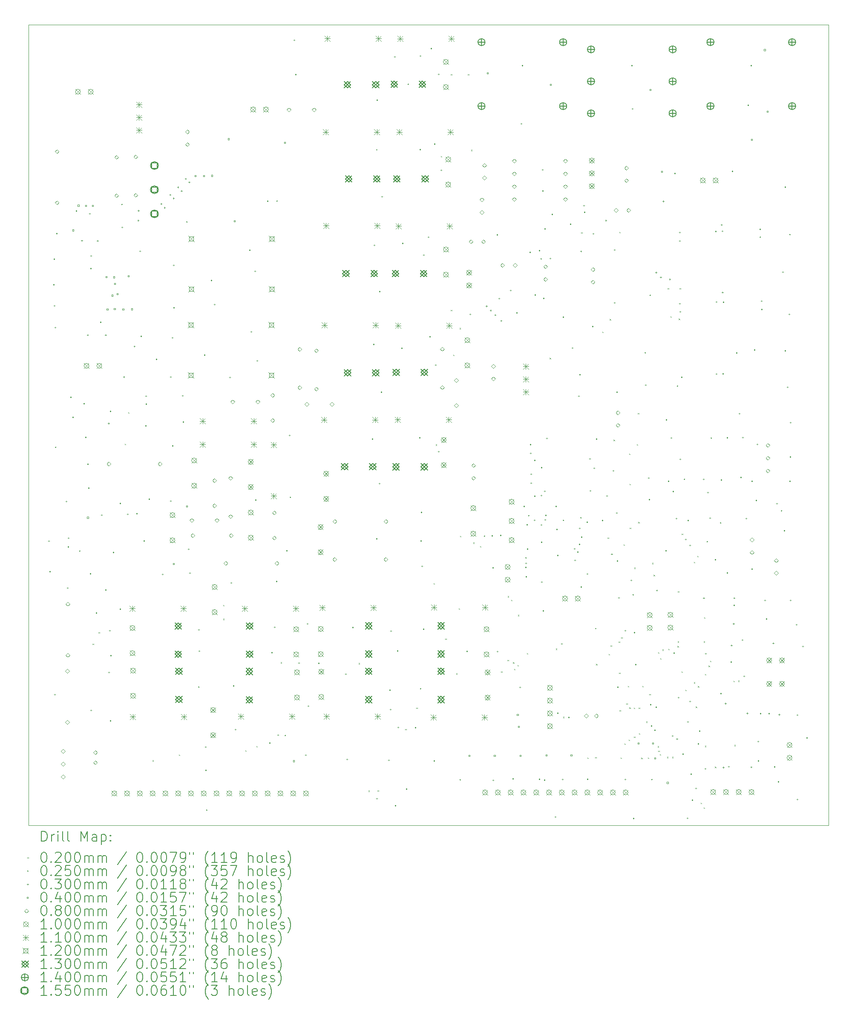
<source format=gbr>
%TF.GenerationSoftware,KiCad,Pcbnew,7.0.10*%
%TF.CreationDate,2025-01-18T09:56:08-08:00*%
%TF.ProjectId,fieldRadio_1.1,6669656c-6452-4616-9469-6f5f312e312e,rev?*%
%TF.SameCoordinates,Original*%
%TF.FileFunction,Drillmap*%
%TF.FilePolarity,Positive*%
%FSLAX45Y45*%
G04 Gerber Fmt 4.5, Leading zero omitted, Abs format (unit mm)*
G04 Created by KiCad (PCBNEW 7.0.10) date 2025-01-18 09:56:08*
%MOMM*%
%LPD*%
G01*
G04 APERTURE LIST*
%ADD10C,0.100000*%
%ADD11C,0.200000*%
%ADD12C,0.110000*%
%ADD13C,0.120000*%
%ADD14C,0.130000*%
%ADD15C,0.140000*%
%ADD16C,0.155000*%
G04 APERTURE END LIST*
D10*
X7225000Y-7200000D02*
X23125000Y-7200000D01*
X23125000Y-23100000D01*
X7225000Y-23100000D01*
X7225000Y-7200000D01*
D11*
D10*
X8495000Y-19491000D02*
X8515000Y-19511000D01*
X8515000Y-19491000D02*
X8495000Y-19511000D01*
X8613000Y-19262000D02*
X8633000Y-19282000D01*
X8633000Y-19262000D02*
X8613000Y-19282000D01*
X9136000Y-15524000D02*
X9156000Y-15544000D01*
X9156000Y-15524000D02*
X9136000Y-15544000D01*
X9201000Y-14896000D02*
X9221000Y-14916000D01*
X9221000Y-14896000D02*
X9201000Y-14916000D01*
X9686000Y-21808000D02*
X9706000Y-21828000D01*
X9706000Y-21808000D02*
X9686000Y-21828000D01*
X10208000Y-21697000D02*
X10228000Y-21717000D01*
X10228000Y-21697000D02*
X10208000Y-21717000D01*
X11088000Y-18722000D02*
X11108000Y-18742000D01*
X11108000Y-18722000D02*
X11088000Y-18742000D01*
X11088000Y-18999000D02*
X11108000Y-19019000D01*
X11108000Y-18999000D02*
X11088000Y-19019000D01*
X11530000Y-21612000D02*
X11550000Y-21632000D01*
X11550000Y-21612000D02*
X11530000Y-21632000D01*
X11752000Y-21525000D02*
X11772000Y-21545000D01*
X11772000Y-21525000D02*
X11752000Y-21545000D01*
X12231000Y-19860000D02*
X12251000Y-19880000D01*
X12251000Y-19860000D02*
X12231000Y-19880000D01*
X13781000Y-19879000D02*
X13801000Y-19899000D01*
X13801000Y-19879000D02*
X13781000Y-19899000D01*
X13976500Y-22409000D02*
X13996500Y-22429000D01*
X13996500Y-22409000D02*
X13976500Y-22429000D01*
X14158500Y-22406000D02*
X14178500Y-22426000D01*
X14178500Y-22406000D02*
X14158500Y-22426000D01*
X14711000Y-21184000D02*
X14731000Y-21204000D01*
X14731000Y-21184000D02*
X14711000Y-21204000D01*
X14931000Y-20762000D02*
X14951000Y-20782000D01*
X14951000Y-20762000D02*
X14931000Y-20782000D01*
X15273000Y-18291000D02*
X15293000Y-18311000D01*
X15293000Y-18291000D02*
X15273000Y-18311000D01*
X15315000Y-15534000D02*
X15335000Y-15554000D01*
X15335000Y-15534000D02*
X15315000Y-15554000D01*
X15419000Y-9807000D02*
X15439000Y-9827000D01*
X15439000Y-9807000D02*
X15419000Y-9827000D01*
X15507000Y-19390000D02*
X15527000Y-19410000D01*
X15527000Y-19390000D02*
X15507000Y-19410000D01*
X15616000Y-8181000D02*
X15636000Y-8201000D01*
X15636000Y-8181000D02*
X15616000Y-8201000D01*
X15616000Y-12865000D02*
X15636000Y-12885000D01*
X15636000Y-12865000D02*
X15616000Y-12885000D01*
X15661000Y-13752000D02*
X15681000Y-13772000D01*
X15681000Y-13752000D02*
X15661000Y-13772000D01*
X15719000Y-20081000D02*
X15739000Y-20101000D01*
X15739000Y-20081000D02*
X15719000Y-20101000D01*
X15774000Y-18789000D02*
X15794000Y-18809000D01*
X15794000Y-18789000D02*
X15774000Y-18809000D01*
X15789000Y-13223000D02*
X15809000Y-13243000D01*
X15809000Y-13223000D02*
X15789000Y-13243000D01*
X15799000Y-17350000D02*
X15819000Y-17370000D01*
X15819000Y-17350000D02*
X15799000Y-17370000D01*
X15954000Y-8181000D02*
X15974000Y-8201000D01*
X15974000Y-8181000D02*
X15954000Y-8201000D01*
X16018000Y-9683000D02*
X16038000Y-9703000D01*
X16038000Y-9683000D02*
X16018000Y-9703000D01*
X16059000Y-17481000D02*
X16079000Y-17501000D01*
X16079000Y-17481000D02*
X16059000Y-17501000D01*
X16195000Y-17553000D02*
X16215000Y-17573000D01*
X16215000Y-17553000D02*
X16195000Y-17573000D01*
X16616000Y-20044000D02*
X16636000Y-20064000D01*
X16636000Y-20044000D02*
X16616000Y-20064000D01*
X16741000Y-19814000D02*
X16761000Y-19834000D01*
X16761000Y-19814000D02*
X16741000Y-19834000D01*
X16745000Y-18549000D02*
X16765000Y-18569000D01*
X16765000Y-18549000D02*
X16745000Y-18569000D01*
X16816000Y-18618500D02*
X16836000Y-18638500D01*
X16836000Y-18618500D02*
X16816000Y-18638500D01*
X16851000Y-19860000D02*
X16871000Y-19880000D01*
X16871000Y-19860000D02*
X16851000Y-19880000D01*
X16872000Y-19994000D02*
X16892000Y-20014000D01*
X16892000Y-19994000D02*
X16872000Y-20014000D01*
X16943000Y-19918000D02*
X16963000Y-19938000D01*
X16963000Y-19918000D02*
X16943000Y-19938000D01*
X16949000Y-18923000D02*
X16969000Y-18943000D01*
X16969000Y-18923000D02*
X16949000Y-18943000D01*
X17125000Y-19680000D02*
X17145000Y-19700000D01*
X17145000Y-19680000D02*
X17125000Y-19700000D01*
X17580000Y-13816000D02*
X17600000Y-13836000D01*
X17600000Y-13816000D02*
X17580000Y-13836000D01*
X17704000Y-19590000D02*
X17724000Y-19610000D01*
X17724000Y-19590000D02*
X17704000Y-19610000D01*
X17847000Y-20946000D02*
X17867000Y-20966000D01*
X17867000Y-20946000D02*
X17847000Y-20966000D01*
X18206000Y-11323000D02*
X18226000Y-11343000D01*
X18226000Y-11323000D02*
X18206000Y-11343000D01*
X18329000Y-21752000D02*
X18349000Y-21772000D01*
X18349000Y-21752000D02*
X18329000Y-21772000D01*
X18486000Y-21747000D02*
X18506000Y-21767000D01*
X18506000Y-21747000D02*
X18486000Y-21767000D01*
X18504000Y-19894000D02*
X18524000Y-19914000D01*
X18524000Y-19894000D02*
X18504000Y-19914000D01*
X18624000Y-13297000D02*
X18644000Y-13317000D01*
X18644000Y-13297000D02*
X18624000Y-13317000D01*
X18733000Y-17386000D02*
X18753000Y-17406000D01*
X18753000Y-17386000D02*
X18733000Y-17406000D01*
X18753000Y-19694000D02*
X18773000Y-19714000D01*
X18773000Y-19694000D02*
X18753000Y-19714000D01*
X18774000Y-13047000D02*
X18794000Y-13067000D01*
X18794000Y-13047000D02*
X18774000Y-13067000D01*
X18792000Y-19525000D02*
X18812000Y-19545000D01*
X18812000Y-19525000D02*
X18792000Y-19545000D01*
X18850000Y-15443000D02*
X18870000Y-15463000D01*
X18870000Y-15443000D02*
X18850000Y-15463000D01*
X18951000Y-19450000D02*
X18971000Y-19470000D01*
X18971000Y-19450000D02*
X18951000Y-19470000D01*
X18959000Y-20068000D02*
X18979000Y-20088000D01*
X18979000Y-20068000D02*
X18959000Y-20088000D01*
X18966000Y-11316000D02*
X18986000Y-11336000D01*
X18986000Y-11316000D02*
X18966000Y-11336000D01*
X18969000Y-20813000D02*
X18989000Y-20833000D01*
X18989000Y-20813000D02*
X18969000Y-20833000D01*
X18991000Y-21753000D02*
X19011000Y-21773000D01*
X19011000Y-21753000D02*
X18991000Y-21773000D01*
X19001000Y-19364000D02*
X19021000Y-19384000D01*
X19021000Y-19364000D02*
X19001000Y-19384000D01*
X19048000Y-17521000D02*
X19068000Y-17541000D01*
X19068000Y-17521000D02*
X19048000Y-17541000D01*
X19067000Y-21474000D02*
X19087000Y-21494000D01*
X19087000Y-21474000D02*
X19067000Y-21494000D01*
X19104000Y-20679000D02*
X19124000Y-20699000D01*
X19124000Y-20679000D02*
X19104000Y-20699000D01*
X19135000Y-20332000D02*
X19155000Y-20352000D01*
X19155000Y-20332000D02*
X19135000Y-20352000D01*
X19152000Y-21399000D02*
X19172000Y-21419000D01*
X19172000Y-21399000D02*
X19152000Y-21419000D01*
X19160000Y-15719000D02*
X19180000Y-15739000D01*
X19180000Y-15719000D02*
X19160000Y-15739000D01*
X19163000Y-20760000D02*
X19183000Y-20780000D01*
X19183000Y-20760000D02*
X19163000Y-20780000D01*
X19169000Y-16316000D02*
X19189000Y-16336000D01*
X19189000Y-16316000D02*
X19169000Y-16336000D01*
X19173000Y-17189000D02*
X19193000Y-17209000D01*
X19193000Y-17189000D02*
X19173000Y-17209000D01*
X19254000Y-20764500D02*
X19274000Y-20784500D01*
X19274000Y-20764500D02*
X19254000Y-20784500D01*
X19256000Y-21338000D02*
X19276000Y-21358000D01*
X19276000Y-21338000D02*
X19256000Y-21358000D01*
X19260000Y-17983000D02*
X19280000Y-18003000D01*
X19280000Y-17983000D02*
X19260000Y-18003000D01*
X19312000Y-15532000D02*
X19332000Y-15552000D01*
X19332000Y-15532000D02*
X19312000Y-15552000D01*
X19332000Y-14914000D02*
X19352000Y-14934000D01*
X19352000Y-14914000D02*
X19332000Y-14934000D01*
X19340750Y-17076750D02*
X19360750Y-17096750D01*
X19360750Y-17076750D02*
X19340750Y-17096750D01*
X19349000Y-20762000D02*
X19369000Y-20782000D01*
X19369000Y-20762000D02*
X19349000Y-20782000D01*
X19353000Y-21271000D02*
X19373000Y-21291000D01*
X19373000Y-21271000D02*
X19353000Y-21291000D01*
X19401000Y-21758000D02*
X19421000Y-21778000D01*
X19421000Y-21758000D02*
X19401000Y-21778000D01*
X19422000Y-20334000D02*
X19442000Y-20354000D01*
X19442000Y-20334000D02*
X19422000Y-20354000D01*
X19499000Y-21038000D02*
X19519000Y-21058000D01*
X19519000Y-21038000D02*
X19499000Y-21058000D01*
X19531000Y-21755000D02*
X19551000Y-21775000D01*
X19551000Y-21755000D02*
X19531000Y-21775000D01*
X19561000Y-20492750D02*
X19581000Y-20512750D01*
X19581000Y-20492750D02*
X19561000Y-20512750D01*
X19619000Y-17888500D02*
X19639000Y-17908500D01*
X19639000Y-17888500D02*
X19619000Y-17908500D01*
X19646000Y-18125000D02*
X19666000Y-18145000D01*
X19666000Y-18125000D02*
X19646000Y-18145000D01*
X19726000Y-21529000D02*
X19746000Y-21549000D01*
X19746000Y-21529000D02*
X19726000Y-21549000D01*
X19734000Y-19665000D02*
X19754000Y-19685000D01*
X19754000Y-19665000D02*
X19734000Y-19685000D01*
X19740000Y-21616000D02*
X19760000Y-21636000D01*
X19760000Y-21616000D02*
X19740000Y-21636000D01*
X19768000Y-21686000D02*
X19788000Y-21706000D01*
X19788000Y-21686000D02*
X19768000Y-21706000D01*
X19777000Y-19782000D02*
X19797000Y-19802000D01*
X19797000Y-19782000D02*
X19777000Y-19802000D01*
X19822000Y-19608000D02*
X19842000Y-19628000D01*
X19842000Y-19608000D02*
X19822000Y-19628000D01*
X19912000Y-21741000D02*
X19932000Y-21761000D01*
X19932000Y-21741000D02*
X19912000Y-21761000D01*
X19924000Y-12432000D02*
X19944000Y-12452000D01*
X19944000Y-12432000D02*
X19924000Y-12452000D01*
X19937000Y-19596000D02*
X19957000Y-19616000D01*
X19957000Y-19596000D02*
X19937000Y-19616000D01*
X19978000Y-12990000D02*
X19998000Y-13010000D01*
X19998000Y-12990000D02*
X19978000Y-13010000D01*
X20012000Y-21741000D02*
X20032000Y-21761000D01*
X20032000Y-21741000D02*
X20012000Y-21761000D01*
X20121000Y-19541000D02*
X20141000Y-19561000D01*
X20141000Y-19541000D02*
X20121000Y-19561000D01*
X20123000Y-19448000D02*
X20143000Y-19468000D01*
X20143000Y-19448000D02*
X20123000Y-19468000D01*
X20128000Y-18453000D02*
X20148000Y-18473000D01*
X20148000Y-18453000D02*
X20128000Y-18473000D01*
X20145000Y-13036000D02*
X20165000Y-13056000D01*
X20165000Y-13036000D02*
X20145000Y-13056000D01*
X20162000Y-12433000D02*
X20182000Y-12453000D01*
X20182000Y-12433000D02*
X20162000Y-12453000D01*
X20203000Y-20044000D02*
X20223000Y-20064000D01*
X20223000Y-20044000D02*
X20203000Y-20064000D01*
X20205000Y-17311000D02*
X20225000Y-17331000D01*
X20225000Y-17311000D02*
X20205000Y-17331000D01*
X20277000Y-20409000D02*
X20297000Y-20429000D01*
X20297000Y-20409000D02*
X20277000Y-20429000D01*
X20444000Y-20259000D02*
X20464000Y-20279000D01*
X20464000Y-20259000D02*
X20444000Y-20279000D01*
X20447000Y-17866000D02*
X20467000Y-17886000D01*
X20467000Y-17866000D02*
X20447000Y-17886000D01*
X20484000Y-20743000D02*
X20504000Y-20763000D01*
X20504000Y-20743000D02*
X20484000Y-20763000D01*
X20516000Y-17749000D02*
X20536000Y-17769000D01*
X20536000Y-17749000D02*
X20516000Y-17769000D01*
X20526000Y-20337000D02*
X20546000Y-20357000D01*
X20546000Y-20337000D02*
X20526000Y-20357000D01*
X20579000Y-22650000D02*
X20599000Y-22670000D01*
X20599000Y-22650000D02*
X20579000Y-22670000D01*
X20641000Y-22746000D02*
X20661000Y-22766000D01*
X20661000Y-22746000D02*
X20641000Y-22766000D01*
X20642000Y-19448000D02*
X20662000Y-19468000D01*
X20662000Y-19448000D02*
X20642000Y-19468000D01*
X20650000Y-18968000D02*
X20670000Y-18988000D01*
X20670000Y-18968000D02*
X20650000Y-18988000D01*
X20664000Y-21521000D02*
X20684000Y-21541000D01*
X20684000Y-21521000D02*
X20664000Y-21541000D01*
X20668000Y-20094000D02*
X20688000Y-20114000D01*
X20688000Y-20094000D02*
X20668000Y-20114000D01*
X20739000Y-19929000D02*
X20759000Y-19949000D01*
X20759000Y-19929000D02*
X20739000Y-19949000D01*
X20769000Y-19831000D02*
X20789000Y-19851000D01*
X20789000Y-19831000D02*
X20769000Y-19851000D01*
X20865000Y-21937000D02*
X20885000Y-21957000D01*
X20885000Y-21937000D02*
X20865000Y-21957000D01*
X21234000Y-20231000D02*
X21254000Y-20251000D01*
X21254000Y-20231000D02*
X21234000Y-20251000D01*
X21251000Y-21503000D02*
X21271000Y-21523000D01*
X21271000Y-21503000D02*
X21251000Y-21523000D01*
X21326000Y-20224000D02*
X21346000Y-20244000D01*
X21346000Y-20224000D02*
X21326000Y-20244000D01*
X7641500Y-17461000D02*
G75*
G03*
X7616500Y-17461000I-12500J0D01*
G01*
X7616500Y-17461000D02*
G75*
G03*
X7641500Y-17461000I12500J0D01*
G01*
X7662500Y-18063000D02*
G75*
G03*
X7637500Y-18063000I-12500J0D01*
G01*
X7637500Y-18063000D02*
G75*
G03*
X7662500Y-18063000I12500J0D01*
G01*
X7739500Y-12364000D02*
G75*
G03*
X7714500Y-12364000I-12500J0D01*
G01*
X7714500Y-12364000D02*
G75*
G03*
X7739500Y-12364000I12500J0D01*
G01*
X7746500Y-11860000D02*
G75*
G03*
X7721500Y-11860000I-12500J0D01*
G01*
X7721500Y-11860000D02*
G75*
G03*
X7746500Y-11860000I12500J0D01*
G01*
X7753500Y-12783000D02*
G75*
G03*
X7728500Y-12783000I-12500J0D01*
G01*
X7728500Y-12783000D02*
G75*
G03*
X7753500Y-12783000I12500J0D01*
G01*
X7760500Y-20510000D02*
G75*
G03*
X7735500Y-20510000I-12500J0D01*
G01*
X7735500Y-20510000D02*
G75*
G03*
X7760500Y-20510000I12500J0D01*
G01*
X7767500Y-13217000D02*
G75*
G03*
X7742500Y-13217000I-12500J0D01*
G01*
X7742500Y-13217000D02*
G75*
G03*
X7767500Y-13217000I12500J0D01*
G01*
X7774500Y-15594000D02*
G75*
G03*
X7749500Y-15594000I-12500J0D01*
G01*
X7749500Y-15594000D02*
G75*
G03*
X7774500Y-15594000I12500J0D01*
G01*
X7798500Y-11346000D02*
G75*
G03*
X7773500Y-11346000I-12500J0D01*
G01*
X7773500Y-11346000D02*
G75*
G03*
X7798500Y-11346000I12500J0D01*
G01*
X7991500Y-16671000D02*
G75*
G03*
X7966500Y-16671000I-12500J0D01*
G01*
X7966500Y-16671000D02*
G75*
G03*
X7991500Y-16671000I12500J0D01*
G01*
X8012500Y-18392000D02*
G75*
G03*
X7987500Y-18392000I-12500J0D01*
G01*
X7987500Y-18392000D02*
G75*
G03*
X8012500Y-18392000I12500J0D01*
G01*
X8029500Y-17400000D02*
G75*
G03*
X8004500Y-17400000I-12500J0D01*
G01*
X8004500Y-17400000D02*
G75*
G03*
X8029500Y-17400000I12500J0D01*
G01*
X8029500Y-17572000D02*
G75*
G03*
X8004500Y-17572000I-12500J0D01*
G01*
X8004500Y-17572000D02*
G75*
G03*
X8029500Y-17572000I12500J0D01*
G01*
X8075500Y-14599000D02*
G75*
G03*
X8050500Y-14599000I-12500J0D01*
G01*
X8050500Y-14599000D02*
G75*
G03*
X8075500Y-14599000I12500J0D01*
G01*
X8123500Y-14999000D02*
G75*
G03*
X8098500Y-14999000I-12500J0D01*
G01*
X8098500Y-14999000D02*
G75*
G03*
X8123500Y-14999000I12500J0D01*
G01*
X8189500Y-10902000D02*
G75*
G03*
X8164500Y-10902000I-12500J0D01*
G01*
X8164500Y-10902000D02*
G75*
G03*
X8189500Y-10902000I12500J0D01*
G01*
X8251500Y-17657000D02*
G75*
G03*
X8226500Y-17657000I-12500J0D01*
G01*
X8226500Y-17657000D02*
G75*
G03*
X8251500Y-17657000I12500J0D01*
G01*
X8339500Y-14731000D02*
G75*
G03*
X8314500Y-14731000I-12500J0D01*
G01*
X8314500Y-14731000D02*
G75*
G03*
X8339500Y-14731000I12500J0D01*
G01*
X8375500Y-15399000D02*
G75*
G03*
X8350500Y-15399000I-12500J0D01*
G01*
X8350500Y-15399000D02*
G75*
G03*
X8375500Y-15399000I12500J0D01*
G01*
X8417500Y-15930000D02*
G75*
G03*
X8392500Y-15930000I-12500J0D01*
G01*
X8392500Y-15930000D02*
G75*
G03*
X8417500Y-15930000I12500J0D01*
G01*
X8431500Y-16406000D02*
G75*
G03*
X8406500Y-16406000I-12500J0D01*
G01*
X8406500Y-16406000D02*
G75*
G03*
X8431500Y-16406000I12500J0D01*
G01*
X8455500Y-10957000D02*
G75*
G03*
X8430500Y-10957000I-12500J0D01*
G01*
X8430500Y-10957000D02*
G75*
G03*
X8455500Y-10957000I12500J0D01*
G01*
X8465500Y-18104000D02*
G75*
G03*
X8440500Y-18104000I-12500J0D01*
G01*
X8440500Y-18104000D02*
G75*
G03*
X8465500Y-18104000I12500J0D01*
G01*
X8476876Y-12043000D02*
G75*
G03*
X8451876Y-12043000I-12500J0D01*
G01*
X8451876Y-12043000D02*
G75*
G03*
X8476876Y-12043000I12500J0D01*
G01*
X8480500Y-20818000D02*
G75*
G03*
X8455500Y-20818000I-12500J0D01*
G01*
X8455500Y-20818000D02*
G75*
G03*
X8480500Y-20818000I12500J0D01*
G01*
X8480876Y-11793000D02*
G75*
G03*
X8455876Y-11793000I-12500J0D01*
G01*
X8455876Y-11793000D02*
G75*
G03*
X8480876Y-11793000I12500J0D01*
G01*
X8585500Y-18888000D02*
G75*
G03*
X8560500Y-18888000I-12500J0D01*
G01*
X8560500Y-18888000D02*
G75*
G03*
X8585500Y-18888000I12500J0D01*
G01*
X8671876Y-13112000D02*
G75*
G03*
X8646876Y-13112000I-12500J0D01*
G01*
X8646876Y-13112000D02*
G75*
G03*
X8671876Y-13112000I12500J0D01*
G01*
X8690500Y-16944000D02*
G75*
G03*
X8665500Y-16944000I-12500J0D01*
G01*
X8665500Y-16944000D02*
G75*
G03*
X8690500Y-16944000I12500J0D01*
G01*
X8772500Y-18426000D02*
G75*
G03*
X8747500Y-18426000I-12500J0D01*
G01*
X8747500Y-18426000D02*
G75*
G03*
X8772500Y-18426000I12500J0D01*
G01*
X8834500Y-20065000D02*
G75*
G03*
X8809500Y-20065000I-12500J0D01*
G01*
X8809500Y-20065000D02*
G75*
G03*
X8834500Y-20065000I12500J0D01*
G01*
X8849500Y-19236000D02*
G75*
G03*
X8824500Y-19236000I-12500J0D01*
G01*
X8824500Y-19236000D02*
G75*
G03*
X8849500Y-19236000I12500J0D01*
G01*
X8865500Y-14878000D02*
G75*
G03*
X8840500Y-14878000I-12500J0D01*
G01*
X8840500Y-14878000D02*
G75*
G03*
X8865500Y-14878000I12500J0D01*
G01*
X8865500Y-21028000D02*
G75*
G03*
X8840500Y-21028000I-12500J0D01*
G01*
X8840500Y-21028000D02*
G75*
G03*
X8865500Y-21028000I12500J0D01*
G01*
X8874500Y-19729000D02*
G75*
G03*
X8849500Y-19729000I-12500J0D01*
G01*
X8849500Y-19729000D02*
G75*
G03*
X8874500Y-19729000I12500J0D01*
G01*
X8924500Y-17685000D02*
G75*
G03*
X8899500Y-17685000I-12500J0D01*
G01*
X8899500Y-17685000D02*
G75*
G03*
X8924500Y-17685000I12500J0D01*
G01*
X9057500Y-16708000D02*
G75*
G03*
X9032500Y-16708000I-12500J0D01*
G01*
X9032500Y-16708000D02*
G75*
G03*
X9057500Y-16708000I12500J0D01*
G01*
X9057500Y-18808000D02*
G75*
G03*
X9032500Y-18808000I-12500J0D01*
G01*
X9032500Y-18808000D02*
G75*
G03*
X9057500Y-18808000I12500J0D01*
G01*
X9093500Y-10770000D02*
G75*
G03*
X9068500Y-10770000I-12500J0D01*
G01*
X9068500Y-10770000D02*
G75*
G03*
X9093500Y-10770000I12500J0D01*
G01*
X9096500Y-11226000D02*
G75*
G03*
X9071500Y-11226000I-12500J0D01*
G01*
X9071500Y-11226000D02*
G75*
G03*
X9096500Y-11226000I12500J0D01*
G01*
X9208500Y-16925000D02*
G75*
G03*
X9183500Y-16925000I-12500J0D01*
G01*
X9183500Y-16925000D02*
G75*
G03*
X9208500Y-16925000I12500J0D01*
G01*
X9390500Y-16915000D02*
G75*
G03*
X9365500Y-16915000I-12500J0D01*
G01*
X9365500Y-16915000D02*
G75*
G03*
X9390500Y-16915000I12500J0D01*
G01*
X9452500Y-11699000D02*
G75*
G03*
X9427500Y-11699000I-12500J0D01*
G01*
X9427500Y-11699000D02*
G75*
G03*
X9452500Y-11699000I12500J0D01*
G01*
X9473500Y-13392000D02*
G75*
G03*
X9448500Y-13392000I-12500J0D01*
G01*
X9448500Y-13392000D02*
G75*
G03*
X9473500Y-13392000I12500J0D01*
G01*
X9534500Y-17455000D02*
G75*
G03*
X9509500Y-17455000I-12500J0D01*
G01*
X9509500Y-17455000D02*
G75*
G03*
X9534500Y-17455000I12500J0D01*
G01*
X9567500Y-15169000D02*
G75*
G03*
X9542500Y-15169000I-12500J0D01*
G01*
X9542500Y-15169000D02*
G75*
G03*
X9567500Y-15169000I12500J0D01*
G01*
X9570500Y-14580000D02*
G75*
G03*
X9545500Y-14580000I-12500J0D01*
G01*
X9545500Y-14580000D02*
G75*
G03*
X9570500Y-14580000I12500J0D01*
G01*
X9574500Y-14736000D02*
G75*
G03*
X9549500Y-14736000I-12500J0D01*
G01*
X9549500Y-14736000D02*
G75*
G03*
X9574500Y-14736000I12500J0D01*
G01*
X9635500Y-16623000D02*
G75*
G03*
X9610500Y-16623000I-12500J0D01*
G01*
X9610500Y-16623000D02*
G75*
G03*
X9635500Y-16623000I12500J0D01*
G01*
X9781500Y-13846000D02*
G75*
G03*
X9756500Y-13846000I-12500J0D01*
G01*
X9756500Y-13846000D02*
G75*
G03*
X9781500Y-13846000I12500J0D01*
G01*
X9901500Y-18119000D02*
G75*
G03*
X9876500Y-18119000I-12500J0D01*
G01*
X9876500Y-18119000D02*
G75*
G03*
X9901500Y-18119000I12500J0D01*
G01*
X10060500Y-16664000D02*
G75*
G03*
X10035500Y-16664000I-12500J0D01*
G01*
X10035500Y-16664000D02*
G75*
G03*
X10060500Y-16664000I12500J0D01*
G01*
X10065500Y-14198000D02*
G75*
G03*
X10040500Y-14198000I-12500J0D01*
G01*
X10040500Y-14198000D02*
G75*
G03*
X10065500Y-14198000I12500J0D01*
G01*
X10095500Y-13420000D02*
G75*
G03*
X10070500Y-13420000I-12500J0D01*
G01*
X10070500Y-13420000D02*
G75*
G03*
X10095500Y-13420000I12500J0D01*
G01*
X10102500Y-15566000D02*
G75*
G03*
X10077500Y-15566000I-12500J0D01*
G01*
X10077500Y-15566000D02*
G75*
G03*
X10102500Y-15566000I12500J0D01*
G01*
X10121500Y-11979000D02*
G75*
G03*
X10096500Y-11979000I-12500J0D01*
G01*
X10096500Y-11979000D02*
G75*
G03*
X10121500Y-11979000I12500J0D01*
G01*
X10125500Y-12823000D02*
G75*
G03*
X10100500Y-12823000I-12500J0D01*
G01*
X10100500Y-12823000D02*
G75*
G03*
X10125500Y-12823000I12500J0D01*
G01*
X10298500Y-14573000D02*
G75*
G03*
X10273500Y-14573000I-12500J0D01*
G01*
X10273500Y-14573000D02*
G75*
G03*
X10298500Y-14573000I12500J0D01*
G01*
X10312500Y-15091000D02*
G75*
G03*
X10287500Y-15091000I-12500J0D01*
G01*
X10287500Y-15091000D02*
G75*
G03*
X10312500Y-15091000I12500J0D01*
G01*
X10382500Y-11119000D02*
G75*
G03*
X10357500Y-11119000I-12500J0D01*
G01*
X10357500Y-11119000D02*
G75*
G03*
X10382500Y-11119000I12500J0D01*
G01*
X10417500Y-17622000D02*
G75*
G03*
X10392500Y-17622000I-12500J0D01*
G01*
X10392500Y-17622000D02*
G75*
G03*
X10417500Y-17622000I12500J0D01*
G01*
X10445500Y-18091000D02*
G75*
G03*
X10420500Y-18091000I-12500J0D01*
G01*
X10420500Y-18091000D02*
G75*
G03*
X10445500Y-18091000I12500J0D01*
G01*
X10620500Y-19217000D02*
G75*
G03*
X10595500Y-19217000I-12500J0D01*
G01*
X10595500Y-19217000D02*
G75*
G03*
X10620500Y-19217000I12500J0D01*
G01*
X10620500Y-20357000D02*
G75*
G03*
X10595500Y-20357000I-12500J0D01*
G01*
X10595500Y-20357000D02*
G75*
G03*
X10620500Y-20357000I12500J0D01*
G01*
X10627500Y-19643000D02*
G75*
G03*
X10602500Y-19643000I-12500J0D01*
G01*
X10602500Y-19643000D02*
G75*
G03*
X10627500Y-19643000I12500J0D01*
G01*
X10736500Y-13760000D02*
G75*
G03*
X10711500Y-13760000I-12500J0D01*
G01*
X10711500Y-13760000D02*
G75*
G03*
X10736500Y-13760000I12500J0D01*
G01*
X10758500Y-21548000D02*
G75*
G03*
X10733500Y-21548000I-12500J0D01*
G01*
X10733500Y-21548000D02*
G75*
G03*
X10758500Y-21548000I12500J0D01*
G01*
X10761500Y-22011000D02*
G75*
G03*
X10736500Y-22011000I-12500J0D01*
G01*
X10736500Y-22011000D02*
G75*
G03*
X10761500Y-22011000I12500J0D01*
G01*
X10777500Y-22800000D02*
G75*
G03*
X10752500Y-22800000I-12500J0D01*
G01*
X10752500Y-22800000D02*
G75*
G03*
X10777500Y-22800000I12500J0D01*
G01*
X10871500Y-12278000D02*
G75*
G03*
X10846500Y-12278000I-12500J0D01*
G01*
X10846500Y-12278000D02*
G75*
G03*
X10871500Y-12278000I12500J0D01*
G01*
X10937500Y-12758000D02*
G75*
G03*
X10912500Y-12758000I-12500J0D01*
G01*
X10912500Y-12758000D02*
G75*
G03*
X10937500Y-12758000I12500J0D01*
G01*
X11240500Y-14208000D02*
G75*
G03*
X11215500Y-14208000I-12500J0D01*
G01*
X11215500Y-14208000D02*
G75*
G03*
X11240500Y-14208000I12500J0D01*
G01*
X11266500Y-18286000D02*
G75*
G03*
X11241500Y-18286000I-12500J0D01*
G01*
X11241500Y-18286000D02*
G75*
G03*
X11266500Y-18286000I12500J0D01*
G01*
X11312500Y-20336000D02*
G75*
G03*
X11287500Y-20336000I-12500J0D01*
G01*
X11287500Y-20336000D02*
G75*
G03*
X11312500Y-20336000I12500J0D01*
G01*
X11349500Y-21203000D02*
G75*
G03*
X11324500Y-21203000I-12500J0D01*
G01*
X11324500Y-21203000D02*
G75*
G03*
X11349500Y-21203000I12500J0D01*
G01*
X11631500Y-11681000D02*
G75*
G03*
X11606500Y-11681000I-12500J0D01*
G01*
X11606500Y-11681000D02*
G75*
G03*
X11631500Y-11681000I12500J0D01*
G01*
X11664500Y-13303000D02*
G75*
G03*
X11639500Y-13303000I-12500J0D01*
G01*
X11639500Y-13303000D02*
G75*
G03*
X11664500Y-13303000I12500J0D01*
G01*
X11738500Y-12096000D02*
G75*
G03*
X11713500Y-12096000I-12500J0D01*
G01*
X11713500Y-12096000D02*
G75*
G03*
X11738500Y-12096000I12500J0D01*
G01*
X11753500Y-16643000D02*
G75*
G03*
X11728500Y-16643000I-12500J0D01*
G01*
X11728500Y-16643000D02*
G75*
G03*
X11753500Y-16643000I12500J0D01*
G01*
X11780500Y-13877000D02*
G75*
G03*
X11755500Y-13877000I-12500J0D01*
G01*
X11755500Y-13877000D02*
G75*
G03*
X11780500Y-13877000I12500J0D01*
G01*
X11991500Y-10705000D02*
G75*
G03*
X11966500Y-10705000I-12500J0D01*
G01*
X11966500Y-10705000D02*
G75*
G03*
X11991500Y-10705000I12500J0D01*
G01*
X12031500Y-21469000D02*
G75*
G03*
X12006500Y-21469000I-12500J0D01*
G01*
X12006500Y-21469000D02*
G75*
G03*
X12031500Y-21469000I12500J0D01*
G01*
X12075500Y-19671000D02*
G75*
G03*
X12050500Y-19671000I-12500J0D01*
G01*
X12050500Y-19671000D02*
G75*
G03*
X12075500Y-19671000I12500J0D01*
G01*
X12130500Y-19168000D02*
G75*
G03*
X12105500Y-19168000I-12500J0D01*
G01*
X12105500Y-19168000D02*
G75*
G03*
X12130500Y-19168000I12500J0D01*
G01*
X12165500Y-18259000D02*
G75*
G03*
X12140500Y-18259000I-12500J0D01*
G01*
X12140500Y-18259000D02*
G75*
G03*
X12165500Y-18259000I12500J0D01*
G01*
X12171500Y-10706000D02*
G75*
G03*
X12146500Y-10706000I-12500J0D01*
G01*
X12146500Y-10706000D02*
G75*
G03*
X12171500Y-10706000I12500J0D01*
G01*
X12194500Y-21309000D02*
G75*
G03*
X12169500Y-21309000I-12500J0D01*
G01*
X12169500Y-21309000D02*
G75*
G03*
X12194500Y-21309000I12500J0D01*
G01*
X12339500Y-21316000D02*
G75*
G03*
X12314500Y-21316000I-12500J0D01*
G01*
X12314500Y-21316000D02*
G75*
G03*
X12339500Y-21316000I12500J0D01*
G01*
X12368500Y-17650000D02*
G75*
G03*
X12343500Y-17650000I-12500J0D01*
G01*
X12343500Y-17650000D02*
G75*
G03*
X12368500Y-17650000I12500J0D01*
G01*
X12424500Y-15357000D02*
G75*
G03*
X12399500Y-15357000I-12500J0D01*
G01*
X12399500Y-15357000D02*
G75*
G03*
X12424500Y-15357000I12500J0D01*
G01*
X12438500Y-16587000D02*
G75*
G03*
X12413500Y-16587000I-12500J0D01*
G01*
X12413500Y-16587000D02*
G75*
G03*
X12438500Y-16587000I12500J0D01*
G01*
X12519500Y-7510000D02*
G75*
G03*
X12494500Y-7510000I-12500J0D01*
G01*
X12494500Y-7510000D02*
G75*
G03*
X12519500Y-7510000I12500J0D01*
G01*
X12550500Y-8192000D02*
G75*
G03*
X12525500Y-8192000I-12500J0D01*
G01*
X12525500Y-8192000D02*
G75*
G03*
X12550500Y-8192000I12500J0D01*
G01*
X12611500Y-19880000D02*
G75*
G03*
X12586500Y-19880000I-12500J0D01*
G01*
X12586500Y-19880000D02*
G75*
G03*
X12611500Y-19880000I12500J0D01*
G01*
X12747500Y-21711000D02*
G75*
G03*
X12722500Y-21711000I-12500J0D01*
G01*
X12722500Y-21711000D02*
G75*
G03*
X12747500Y-21711000I12500J0D01*
G01*
X12781500Y-19098000D02*
G75*
G03*
X12756500Y-19098000I-12500J0D01*
G01*
X12756500Y-19098000D02*
G75*
G03*
X12781500Y-19098000I12500J0D01*
G01*
X12795500Y-20734000D02*
G75*
G03*
X12770500Y-20734000I-12500J0D01*
G01*
X12770500Y-20734000D02*
G75*
G03*
X12795500Y-20734000I12500J0D01*
G01*
X13005500Y-19886000D02*
G75*
G03*
X12980500Y-19886000I-12500J0D01*
G01*
X12980500Y-19886000D02*
G75*
G03*
X13005500Y-19886000I12500J0D01*
G01*
X13542500Y-20101000D02*
G75*
G03*
X13517500Y-20101000I-12500J0D01*
G01*
X13517500Y-20101000D02*
G75*
G03*
X13542500Y-20101000I12500J0D01*
G01*
X13565500Y-21793000D02*
G75*
G03*
X13540500Y-21793000I-12500J0D01*
G01*
X13540500Y-21793000D02*
G75*
G03*
X13565500Y-21793000I12500J0D01*
G01*
X13683500Y-19175000D02*
G75*
G03*
X13658500Y-19175000I-12500J0D01*
G01*
X13658500Y-19175000D02*
G75*
G03*
X13683500Y-19175000I12500J0D01*
G01*
X14073500Y-15431000D02*
G75*
G03*
X14048500Y-15431000I-12500J0D01*
G01*
X14048500Y-15431000D02*
G75*
G03*
X14073500Y-15431000I12500J0D01*
G01*
X14095500Y-13551000D02*
G75*
G03*
X14070500Y-13551000I-12500J0D01*
G01*
X14070500Y-13551000D02*
G75*
G03*
X14095500Y-13551000I12500J0D01*
G01*
X14111500Y-11583000D02*
G75*
G03*
X14086500Y-11583000I-12500J0D01*
G01*
X14086500Y-11583000D02*
G75*
G03*
X14111500Y-11583000I12500J0D01*
G01*
X14155500Y-17411000D02*
G75*
G03*
X14130500Y-17411000I-12500J0D01*
G01*
X14130500Y-17411000D02*
G75*
G03*
X14155500Y-17411000I12500J0D01*
G01*
X14156500Y-9686000D02*
G75*
G03*
X14131500Y-9686000I-12500J0D01*
G01*
X14131500Y-9686000D02*
G75*
G03*
X14156500Y-9686000I12500J0D01*
G01*
X14160000Y-22575000D02*
G75*
G03*
X14135000Y-22575000I-12500J0D01*
G01*
X14135000Y-22575000D02*
G75*
G03*
X14160000Y-22575000I12500J0D01*
G01*
X14162500Y-8699000D02*
G75*
G03*
X14137500Y-8699000I-12500J0D01*
G01*
X14137500Y-8699000D02*
G75*
G03*
X14162500Y-8699000I12500J0D01*
G01*
X14213500Y-16314000D02*
G75*
G03*
X14188500Y-16314000I-12500J0D01*
G01*
X14188500Y-16314000D02*
G75*
G03*
X14213500Y-16314000I12500J0D01*
G01*
X14215500Y-12503000D02*
G75*
G03*
X14190500Y-12503000I-12500J0D01*
G01*
X14190500Y-12503000D02*
G75*
G03*
X14215500Y-12503000I12500J0D01*
G01*
X14251500Y-14499000D02*
G75*
G03*
X14226500Y-14499000I-12500J0D01*
G01*
X14226500Y-14499000D02*
G75*
G03*
X14251500Y-14499000I12500J0D01*
G01*
X14264500Y-10619000D02*
G75*
G03*
X14239500Y-10619000I-12500J0D01*
G01*
X14239500Y-10619000D02*
G75*
G03*
X14264500Y-10619000I12500J0D01*
G01*
X14397500Y-21811000D02*
G75*
G03*
X14372500Y-21811000I-12500J0D01*
G01*
X14372500Y-21811000D02*
G75*
G03*
X14397500Y-21811000I12500J0D01*
G01*
X14417500Y-20419000D02*
G75*
G03*
X14392500Y-20419000I-12500J0D01*
G01*
X14392500Y-20419000D02*
G75*
G03*
X14417500Y-20419000I12500J0D01*
G01*
X14431500Y-20804000D02*
G75*
G03*
X14406500Y-20804000I-12500J0D01*
G01*
X14406500Y-20804000D02*
G75*
G03*
X14431500Y-20804000I12500J0D01*
G01*
X14438500Y-19245000D02*
G75*
G03*
X14413500Y-19245000I-12500J0D01*
G01*
X14413500Y-19245000D02*
G75*
G03*
X14438500Y-19245000I12500J0D01*
G01*
X14514500Y-7841000D02*
G75*
G03*
X14489500Y-7841000I-12500J0D01*
G01*
X14489500Y-7841000D02*
G75*
G03*
X14514500Y-7841000I12500J0D01*
G01*
X14531000Y-22714000D02*
G75*
G03*
X14506000Y-22714000I-12500J0D01*
G01*
X14506000Y-22714000D02*
G75*
G03*
X14531000Y-22714000I12500J0D01*
G01*
X14571500Y-19636000D02*
G75*
G03*
X14546500Y-19636000I-12500J0D01*
G01*
X14546500Y-19636000D02*
G75*
G03*
X14571500Y-19636000I12500J0D01*
G01*
X14583500Y-21158000D02*
G75*
G03*
X14558500Y-21158000I-12500J0D01*
G01*
X14558500Y-21158000D02*
G75*
G03*
X14583500Y-21158000I12500J0D01*
G01*
X14655500Y-13625000D02*
G75*
G03*
X14630500Y-13625000I-12500J0D01*
G01*
X14630500Y-13625000D02*
G75*
G03*
X14655500Y-13625000I12500J0D01*
G01*
X14673500Y-11547000D02*
G75*
G03*
X14648500Y-11547000I-12500J0D01*
G01*
X14648500Y-11547000D02*
G75*
G03*
X14673500Y-11547000I12500J0D01*
G01*
X14747000Y-22381000D02*
G75*
G03*
X14722000Y-22381000I-12500J0D01*
G01*
X14722000Y-22381000D02*
G75*
G03*
X14747000Y-22381000I12500J0D01*
G01*
X14781500Y-8384000D02*
G75*
G03*
X14756500Y-8384000I-12500J0D01*
G01*
X14756500Y-8384000D02*
G75*
G03*
X14781500Y-8384000I12500J0D01*
G01*
X14926500Y-21163000D02*
G75*
G03*
X14901500Y-21163000I-12500J0D01*
G01*
X14901500Y-21163000D02*
G75*
G03*
X14926500Y-21163000I12500J0D01*
G01*
X15011500Y-15405000D02*
G75*
G03*
X14986500Y-15405000I-12500J0D01*
G01*
X14986500Y-15405000D02*
G75*
G03*
X15011500Y-15405000I12500J0D01*
G01*
X15020500Y-9678000D02*
G75*
G03*
X14995500Y-9678000I-12500J0D01*
G01*
X14995500Y-9678000D02*
G75*
G03*
X15020500Y-9678000I12500J0D01*
G01*
X15025500Y-20391000D02*
G75*
G03*
X15000500Y-20391000I-12500J0D01*
G01*
X15000500Y-20391000D02*
G75*
G03*
X15025500Y-20391000I12500J0D01*
G01*
X15027500Y-7824000D02*
G75*
G03*
X15002500Y-7824000I-12500J0D01*
G01*
X15002500Y-7824000D02*
G75*
G03*
X15027500Y-7824000I12500J0D01*
G01*
X15036500Y-17454000D02*
G75*
G03*
X15011500Y-17454000I-12500J0D01*
G01*
X15011500Y-17454000D02*
G75*
G03*
X15036500Y-17454000I12500J0D01*
G01*
X15046500Y-16888000D02*
G75*
G03*
X15021500Y-16888000I-12500J0D01*
G01*
X15021500Y-16888000D02*
G75*
G03*
X15046500Y-16888000I12500J0D01*
G01*
X15057500Y-17958000D02*
G75*
G03*
X15032500Y-17958000I-12500J0D01*
G01*
X15032500Y-17958000D02*
G75*
G03*
X15057500Y-17958000I12500J0D01*
G01*
X15088500Y-19210000D02*
G75*
G03*
X15063500Y-19210000I-12500J0D01*
G01*
X15063500Y-19210000D02*
G75*
G03*
X15088500Y-19210000I12500J0D01*
G01*
X15091500Y-11779000D02*
G75*
G03*
X15066500Y-11779000I-12500J0D01*
G01*
X15066500Y-11779000D02*
G75*
G03*
X15091500Y-11779000I12500J0D01*
G01*
X15184500Y-11422000D02*
G75*
G03*
X15159500Y-11422000I-12500J0D01*
G01*
X15159500Y-11422000D02*
G75*
G03*
X15184500Y-11422000I12500J0D01*
G01*
X15215500Y-13402000D02*
G75*
G03*
X15190500Y-13402000I-12500J0D01*
G01*
X15190500Y-13402000D02*
G75*
G03*
X15215500Y-13402000I12500J0D01*
G01*
X15239500Y-7673000D02*
G75*
G03*
X15214500Y-7673000I-12500J0D01*
G01*
X15214500Y-7673000D02*
G75*
G03*
X15239500Y-7673000I12500J0D01*
G01*
X15300500Y-21820000D02*
G75*
G03*
X15275500Y-21820000I-12500J0D01*
G01*
X15275500Y-21820000D02*
G75*
G03*
X15300500Y-21820000I12500J0D01*
G01*
X15307500Y-9570000D02*
G75*
G03*
X15282500Y-9570000I-12500J0D01*
G01*
X15282500Y-9570000D02*
G75*
G03*
X15307500Y-9570000I12500J0D01*
G01*
X15329500Y-13965000D02*
G75*
G03*
X15304500Y-13965000I-12500J0D01*
G01*
X15304500Y-13965000D02*
G75*
G03*
X15329500Y-13965000I12500J0D01*
G01*
X15387500Y-8188000D02*
G75*
G03*
X15362500Y-8188000I-12500J0D01*
G01*
X15362500Y-8188000D02*
G75*
G03*
X15387500Y-8188000I12500J0D01*
G01*
X15389500Y-15679000D02*
G75*
G03*
X15364500Y-15679000I-12500J0D01*
G01*
X15364500Y-15679000D02*
G75*
G03*
X15389500Y-15679000I12500J0D01*
G01*
X15436500Y-10093000D02*
G75*
G03*
X15411500Y-10093000I-12500J0D01*
G01*
X15411500Y-10093000D02*
G75*
G03*
X15436500Y-10093000I12500J0D01*
G01*
X15813500Y-22197000D02*
G75*
G03*
X15788500Y-22197000I-12500J0D01*
G01*
X15788500Y-22197000D02*
G75*
G03*
X15813500Y-22197000I12500J0D01*
G01*
X15951500Y-19650000D02*
G75*
G03*
X15926500Y-19650000I-12500J0D01*
G01*
X15926500Y-19650000D02*
G75*
G03*
X15951500Y-19650000I12500J0D01*
G01*
X16017500Y-12955000D02*
G75*
G03*
X15992500Y-12955000I-12500J0D01*
G01*
X15992500Y-12955000D02*
G75*
G03*
X16017500Y-12955000I12500J0D01*
G01*
X16298500Y-17357000D02*
G75*
G03*
X16273500Y-17357000I-12500J0D01*
G01*
X16273500Y-17357000D02*
G75*
G03*
X16298500Y-17357000I12500J0D01*
G01*
X16450500Y-17351000D02*
G75*
G03*
X16425500Y-17351000I-12500J0D01*
G01*
X16425500Y-17351000D02*
G75*
G03*
X16450500Y-17351000I12500J0D01*
G01*
X16464500Y-17988000D02*
G75*
G03*
X16439500Y-17988000I-12500J0D01*
G01*
X16439500Y-17988000D02*
G75*
G03*
X16464500Y-17988000I12500J0D01*
G01*
X16472500Y-22210000D02*
G75*
G03*
X16447500Y-22210000I-12500J0D01*
G01*
X16447500Y-22210000D02*
G75*
G03*
X16472500Y-22210000I12500J0D01*
G01*
X16549500Y-11375000D02*
G75*
G03*
X16524500Y-11375000I-12500J0D01*
G01*
X16524500Y-11375000D02*
G75*
G03*
X16549500Y-11375000I12500J0D01*
G01*
X16556500Y-19651000D02*
G75*
G03*
X16531500Y-19651000I-12500J0D01*
G01*
X16531500Y-19651000D02*
G75*
G03*
X16556500Y-19651000I12500J0D01*
G01*
X16588500Y-12640000D02*
G75*
G03*
X16563500Y-12640000I-12500J0D01*
G01*
X16563500Y-12640000D02*
G75*
G03*
X16588500Y-12640000I12500J0D01*
G01*
X16620500Y-17347000D02*
G75*
G03*
X16595500Y-17347000I-12500J0D01*
G01*
X16595500Y-17347000D02*
G75*
G03*
X16620500Y-17347000I12500J0D01*
G01*
X16817500Y-12478000D02*
G75*
G03*
X16792500Y-12478000I-12500J0D01*
G01*
X16792500Y-12478000D02*
G75*
G03*
X16817500Y-12478000I12500J0D01*
G01*
X16864500Y-22178000D02*
G75*
G03*
X16839500Y-22178000I-12500J0D01*
G01*
X16839500Y-22178000D02*
G75*
G03*
X16864500Y-22178000I12500J0D01*
G01*
X16941500Y-12922000D02*
G75*
G03*
X16916500Y-12922000I-12500J0D01*
G01*
X16916500Y-12922000D02*
G75*
G03*
X16941500Y-12922000I12500J0D01*
G01*
X17005500Y-20365000D02*
G75*
G03*
X16980500Y-20365000I-12500J0D01*
G01*
X16980500Y-20365000D02*
G75*
G03*
X17005500Y-20365000I12500J0D01*
G01*
X17029500Y-9168000D02*
G75*
G03*
X17004500Y-9168000I-12500J0D01*
G01*
X17004500Y-9168000D02*
G75*
G03*
X17029500Y-9168000I12500J0D01*
G01*
X17049500Y-8015000D02*
G75*
G03*
X17024500Y-8015000I-12500J0D01*
G01*
X17024500Y-8015000D02*
G75*
G03*
X17049500Y-8015000I12500J0D01*
G01*
X17084500Y-16770000D02*
G75*
G03*
X17059500Y-16770000I-12500J0D01*
G01*
X17059500Y-16770000D02*
G75*
G03*
X17084500Y-16770000I12500J0D01*
G01*
X17120500Y-17982000D02*
G75*
G03*
X17095500Y-17982000I-12500J0D01*
G01*
X17095500Y-17982000D02*
G75*
G03*
X17120500Y-17982000I12500J0D01*
G01*
X17122500Y-17791000D02*
G75*
G03*
X17097500Y-17791000I-12500J0D01*
G01*
X17097500Y-17791000D02*
G75*
G03*
X17122500Y-17791000I12500J0D01*
G01*
X17124500Y-17897000D02*
G75*
G03*
X17099500Y-17897000I-12500J0D01*
G01*
X17099500Y-17897000D02*
G75*
G03*
X17124500Y-17897000I12500J0D01*
G01*
X17131500Y-18166000D02*
G75*
G03*
X17106500Y-18166000I-12500J0D01*
G01*
X17106500Y-18166000D02*
G75*
G03*
X17131500Y-18166000I12500J0D01*
G01*
X17145500Y-17131000D02*
G75*
G03*
X17120500Y-17131000I-12500J0D01*
G01*
X17120500Y-17131000D02*
G75*
G03*
X17145500Y-17131000I12500J0D01*
G01*
X17154500Y-17618000D02*
G75*
G03*
X17129500Y-17618000I-12500J0D01*
G01*
X17129500Y-17618000D02*
G75*
G03*
X17154500Y-17618000I12500J0D01*
G01*
X17178500Y-16951000D02*
G75*
G03*
X17153500Y-16951000I-12500J0D01*
G01*
X17153500Y-16951000D02*
G75*
G03*
X17178500Y-16951000I12500J0D01*
G01*
X17204500Y-11726000D02*
G75*
G03*
X17179500Y-11726000I-12500J0D01*
G01*
X17179500Y-11726000D02*
G75*
G03*
X17204500Y-11726000I12500J0D01*
G01*
X17214500Y-15543000D02*
G75*
G03*
X17189500Y-15543000I-12500J0D01*
G01*
X17189500Y-15543000D02*
G75*
G03*
X17214500Y-15543000I12500J0D01*
G01*
X17219500Y-15716000D02*
G75*
G03*
X17194500Y-15716000I-12500J0D01*
G01*
X17194500Y-15716000D02*
G75*
G03*
X17219500Y-15716000I12500J0D01*
G01*
X17224500Y-16306000D02*
G75*
G03*
X17199500Y-16306000I-12500J0D01*
G01*
X17199500Y-16306000D02*
G75*
G03*
X17224500Y-16306000I12500J0D01*
G01*
X17225500Y-16132000D02*
G75*
G03*
X17200500Y-16132000I-12500J0D01*
G01*
X17200500Y-16132000D02*
G75*
G03*
X17225500Y-16132000I12500J0D01*
G01*
X17297000Y-17044000D02*
G75*
G03*
X17272000Y-17044000I-12500J0D01*
G01*
X17272000Y-17044000D02*
G75*
G03*
X17297000Y-17044000I12500J0D01*
G01*
X17298500Y-15853000D02*
G75*
G03*
X17273500Y-15853000I-12500J0D01*
G01*
X17273500Y-15853000D02*
G75*
G03*
X17298500Y-15853000I12500J0D01*
G01*
X17298500Y-16564000D02*
G75*
G03*
X17273500Y-16564000I-12500J0D01*
G01*
X17273500Y-16564000D02*
G75*
G03*
X17298500Y-16564000I12500J0D01*
G01*
X17306500Y-12566000D02*
G75*
G03*
X17281500Y-12566000I-12500J0D01*
G01*
X17281500Y-12566000D02*
G75*
G03*
X17306500Y-12566000I12500J0D01*
G01*
X17391500Y-22189000D02*
G75*
G03*
X17366500Y-22189000I-12500J0D01*
G01*
X17366500Y-22189000D02*
G75*
G03*
X17391500Y-22189000I12500J0D01*
G01*
X17392500Y-11687000D02*
G75*
G03*
X17367500Y-11687000I-12500J0D01*
G01*
X17367500Y-11687000D02*
G75*
G03*
X17392500Y-11687000I12500J0D01*
G01*
X17422500Y-11851000D02*
G75*
G03*
X17397500Y-11851000I-12500J0D01*
G01*
X17397500Y-11851000D02*
G75*
G03*
X17422500Y-11851000I12500J0D01*
G01*
X17427000Y-17138000D02*
G75*
G03*
X17402000Y-17138000I-12500J0D01*
G01*
X17402000Y-17138000D02*
G75*
G03*
X17427000Y-17138000I12500J0D01*
G01*
X17430500Y-15997000D02*
G75*
G03*
X17405500Y-15997000I-12500J0D01*
G01*
X17405500Y-15997000D02*
G75*
G03*
X17430500Y-15997000I12500J0D01*
G01*
X17430500Y-16552000D02*
G75*
G03*
X17405500Y-16552000I-12500J0D01*
G01*
X17405500Y-16552000D02*
G75*
G03*
X17430500Y-16552000I12500J0D01*
G01*
X17432500Y-17480000D02*
G75*
G03*
X17407500Y-17480000I-12500J0D01*
G01*
X17407500Y-17480000D02*
G75*
G03*
X17432500Y-17480000I12500J0D01*
G01*
X17435500Y-18271000D02*
G75*
G03*
X17410500Y-18271000I-12500J0D01*
G01*
X17410500Y-18271000D02*
G75*
G03*
X17435500Y-18271000I12500J0D01*
G01*
X17454500Y-10084000D02*
G75*
G03*
X17429500Y-10084000I-12500J0D01*
G01*
X17429500Y-10084000D02*
G75*
G03*
X17454500Y-10084000I12500J0D01*
G01*
X17461500Y-10504000D02*
G75*
G03*
X17436500Y-10504000I-12500J0D01*
G01*
X17436500Y-10504000D02*
G75*
G03*
X17461500Y-10504000I12500J0D01*
G01*
X17467500Y-18844000D02*
G75*
G03*
X17442500Y-18844000I-12500J0D01*
G01*
X17442500Y-18844000D02*
G75*
G03*
X17467500Y-18844000I12500J0D01*
G01*
X17475500Y-12638000D02*
G75*
G03*
X17450500Y-12638000I-12500J0D01*
G01*
X17450500Y-12638000D02*
G75*
G03*
X17475500Y-12638000I12500J0D01*
G01*
X17493500Y-22206000D02*
G75*
G03*
X17468500Y-22206000I-12500J0D01*
G01*
X17468500Y-22206000D02*
G75*
G03*
X17493500Y-22206000I12500J0D01*
G01*
X17495500Y-16470000D02*
G75*
G03*
X17470500Y-16470000I-12500J0D01*
G01*
X17470500Y-16470000D02*
G75*
G03*
X17495500Y-16470000I12500J0D01*
G01*
X17500500Y-11259000D02*
G75*
G03*
X17475500Y-11259000I-12500J0D01*
G01*
X17475500Y-11259000D02*
G75*
G03*
X17500500Y-11259000I12500J0D01*
G01*
X17505500Y-17038000D02*
G75*
G03*
X17480500Y-17038000I-12500J0D01*
G01*
X17480500Y-17038000D02*
G75*
G03*
X17505500Y-17038000I12500J0D01*
G01*
X17518500Y-16949000D02*
G75*
G03*
X17493500Y-16949000I-12500J0D01*
G01*
X17493500Y-16949000D02*
G75*
G03*
X17518500Y-16949000I12500J0D01*
G01*
X17538500Y-15421000D02*
G75*
G03*
X17513500Y-15421000I-12500J0D01*
G01*
X17513500Y-15421000D02*
G75*
G03*
X17538500Y-15421000I12500J0D01*
G01*
X17608500Y-11847000D02*
G75*
G03*
X17583500Y-11847000I-12500J0D01*
G01*
X17583500Y-11847000D02*
G75*
G03*
X17608500Y-11847000I12500J0D01*
G01*
X17644500Y-10966000D02*
G75*
G03*
X17619500Y-10966000I-12500J0D01*
G01*
X17619500Y-10966000D02*
G75*
G03*
X17644500Y-10966000I12500J0D01*
G01*
X17707500Y-22934000D02*
G75*
G03*
X17682500Y-22934000I-12500J0D01*
G01*
X17682500Y-22934000D02*
G75*
G03*
X17707500Y-22934000I12500J0D01*
G01*
X17722500Y-16771000D02*
G75*
G03*
X17697500Y-16771000I-12500J0D01*
G01*
X17697500Y-16771000D02*
G75*
G03*
X17722500Y-16771000I12500J0D01*
G01*
X17738500Y-17222000D02*
G75*
G03*
X17713500Y-17222000I-12500J0D01*
G01*
X17713500Y-17222000D02*
G75*
G03*
X17738500Y-17222000I12500J0D01*
G01*
X17753500Y-20874000D02*
G75*
G03*
X17728500Y-20874000I-12500J0D01*
G01*
X17728500Y-20874000D02*
G75*
G03*
X17753500Y-20874000I12500J0D01*
G01*
X17755500Y-17743000D02*
G75*
G03*
X17730500Y-17743000I-12500J0D01*
G01*
X17730500Y-17743000D02*
G75*
G03*
X17755500Y-17743000I12500J0D01*
G01*
X17836500Y-19496000D02*
G75*
G03*
X17811500Y-19496000I-12500J0D01*
G01*
X17811500Y-19496000D02*
G75*
G03*
X17836500Y-19496000I12500J0D01*
G01*
X17854500Y-22191000D02*
G75*
G03*
X17829500Y-22191000I-12500J0D01*
G01*
X17829500Y-22191000D02*
G75*
G03*
X17854500Y-22191000I12500J0D01*
G01*
X17861500Y-13009000D02*
G75*
G03*
X17836500Y-13009000I-12500J0D01*
G01*
X17836500Y-13009000D02*
G75*
G03*
X17861500Y-13009000I12500J0D01*
G01*
X17868500Y-17047000D02*
G75*
G03*
X17843500Y-17047000I-12500J0D01*
G01*
X17843500Y-17047000D02*
G75*
G03*
X17868500Y-17047000I12500J0D01*
G01*
X17977500Y-20959000D02*
G75*
G03*
X17952500Y-20959000I-12500J0D01*
G01*
X17952500Y-20959000D02*
G75*
G03*
X17977500Y-20959000I12500J0D01*
G01*
X18008500Y-11161000D02*
G75*
G03*
X17983500Y-11161000I-12500J0D01*
G01*
X17983500Y-11161000D02*
G75*
G03*
X18008500Y-11161000I12500J0D01*
G01*
X18046500Y-13626000D02*
G75*
G03*
X18021500Y-13626000I-12500J0D01*
G01*
X18021500Y-13626000D02*
G75*
G03*
X18046500Y-13626000I12500J0D01*
G01*
X18089500Y-17608000D02*
G75*
G03*
X18064500Y-17608000I-12500J0D01*
G01*
X18064500Y-17608000D02*
G75*
G03*
X18089500Y-17608000I12500J0D01*
G01*
X18096500Y-17839000D02*
G75*
G03*
X18071500Y-17839000I-12500J0D01*
G01*
X18071500Y-17839000D02*
G75*
G03*
X18096500Y-17839000I12500J0D01*
G01*
X18153500Y-17672000D02*
G75*
G03*
X18128500Y-17672000I-12500J0D01*
G01*
X18128500Y-17672000D02*
G75*
G03*
X18153500Y-17672000I12500J0D01*
G01*
X18172500Y-14580000D02*
G75*
G03*
X18147500Y-14580000I-12500J0D01*
G01*
X18147500Y-14580000D02*
G75*
G03*
X18172500Y-14580000I12500J0D01*
G01*
X18189500Y-17204000D02*
G75*
G03*
X18164500Y-17204000I-12500J0D01*
G01*
X18164500Y-17204000D02*
G75*
G03*
X18189500Y-17204000I12500J0D01*
G01*
X18189694Y-17521806D02*
G75*
G03*
X18164694Y-17521806I-12500J0D01*
G01*
X18164694Y-17521806D02*
G75*
G03*
X18189694Y-17521806I12500J0D01*
G01*
X18193500Y-14150000D02*
G75*
G03*
X18168500Y-14150000I-12500J0D01*
G01*
X18168500Y-14150000D02*
G75*
G03*
X18193500Y-14150000I12500J0D01*
G01*
X18214500Y-16995000D02*
G75*
G03*
X18189500Y-16995000I-12500J0D01*
G01*
X18189500Y-16995000D02*
G75*
G03*
X18214500Y-16995000I12500J0D01*
G01*
X18221500Y-18367000D02*
G75*
G03*
X18196500Y-18367000I-12500J0D01*
G01*
X18196500Y-18367000D02*
G75*
G03*
X18221500Y-18367000I12500J0D01*
G01*
X18230500Y-17376000D02*
G75*
G03*
X18205500Y-17376000I-12500J0D01*
G01*
X18205500Y-17376000D02*
G75*
G03*
X18230500Y-17376000I12500J0D01*
G01*
X18276500Y-10796000D02*
G75*
G03*
X18251500Y-10796000I-12500J0D01*
G01*
X18251500Y-10796000D02*
G75*
G03*
X18276500Y-10796000I12500J0D01*
G01*
X18287500Y-10925000D02*
G75*
G03*
X18262500Y-10925000I-12500J0D01*
G01*
X18262500Y-10925000D02*
G75*
G03*
X18287500Y-10925000I12500J0D01*
G01*
X18340500Y-17084000D02*
G75*
G03*
X18315500Y-17084000I-12500J0D01*
G01*
X18315500Y-17084000D02*
G75*
G03*
X18340500Y-17084000I12500J0D01*
G01*
X18342500Y-18110000D02*
G75*
G03*
X18317500Y-18110000I-12500J0D01*
G01*
X18317500Y-18110000D02*
G75*
G03*
X18342500Y-18110000I12500J0D01*
G01*
X18350500Y-22187000D02*
G75*
G03*
X18325500Y-22187000I-12500J0D01*
G01*
X18325500Y-22187000D02*
G75*
G03*
X18350500Y-22187000I12500J0D01*
G01*
X18394500Y-15821000D02*
G75*
G03*
X18369500Y-15821000I-12500J0D01*
G01*
X18369500Y-15821000D02*
G75*
G03*
X18394500Y-15821000I12500J0D01*
G01*
X18403500Y-16459000D02*
G75*
G03*
X18378500Y-16459000I-12500J0D01*
G01*
X18378500Y-16459000D02*
G75*
G03*
X18403500Y-16459000I12500J0D01*
G01*
X18448500Y-13195000D02*
G75*
G03*
X18423500Y-13195000I-12500J0D01*
G01*
X18423500Y-13195000D02*
G75*
G03*
X18448500Y-13195000I12500J0D01*
G01*
X18460500Y-11352000D02*
G75*
G03*
X18435500Y-11352000I-12500J0D01*
G01*
X18435500Y-11352000D02*
G75*
G03*
X18460500Y-11352000I12500J0D01*
G01*
X18478500Y-16008000D02*
G75*
G03*
X18453500Y-16008000I-12500J0D01*
G01*
X18453500Y-16008000D02*
G75*
G03*
X18478500Y-16008000I12500J0D01*
G01*
X18508500Y-19194000D02*
G75*
G03*
X18483500Y-19194000I-12500J0D01*
G01*
X18483500Y-19194000D02*
G75*
G03*
X18508500Y-19194000I12500J0D01*
G01*
X18523500Y-15431000D02*
G75*
G03*
X18498500Y-15431000I-12500J0D01*
G01*
X18498500Y-15431000D02*
G75*
G03*
X18523500Y-15431000I12500J0D01*
G01*
X18646500Y-17048000D02*
G75*
G03*
X18621500Y-17048000I-12500J0D01*
G01*
X18621500Y-17048000D02*
G75*
G03*
X18646500Y-17048000I12500J0D01*
G01*
X18731500Y-16560000D02*
G75*
G03*
X18706500Y-16560000I-12500J0D01*
G01*
X18706500Y-16560000D02*
G75*
G03*
X18731500Y-16560000I12500J0D01*
G01*
X18859500Y-16063000D02*
G75*
G03*
X18834500Y-16063000I-12500J0D01*
G01*
X18834500Y-16063000D02*
G75*
G03*
X18859500Y-16063000I12500J0D01*
G01*
X18886500Y-11675000D02*
G75*
G03*
X18861500Y-11675000I-12500J0D01*
G01*
X18861500Y-11675000D02*
G75*
G03*
X18886500Y-11675000I12500J0D01*
G01*
X18886500Y-12724000D02*
G75*
G03*
X18861500Y-12724000I-12500J0D01*
G01*
X18861500Y-12724000D02*
G75*
G03*
X18886500Y-12724000I12500J0D01*
G01*
X18927500Y-16898000D02*
G75*
G03*
X18902500Y-16898000I-12500J0D01*
G01*
X18902500Y-16898000D02*
G75*
G03*
X18927500Y-16898000I12500J0D01*
G01*
X18932500Y-14497000D02*
G75*
G03*
X18907500Y-14497000I-12500J0D01*
G01*
X18907500Y-14497000D02*
G75*
G03*
X18932500Y-14497000I12500J0D01*
G01*
X18938500Y-17853000D02*
G75*
G03*
X18913500Y-17853000I-12500J0D01*
G01*
X18913500Y-17853000D02*
G75*
G03*
X18938500Y-17853000I12500J0D01*
G01*
X18948500Y-20359000D02*
G75*
G03*
X18923500Y-20359000I-12500J0D01*
G01*
X18923500Y-20359000D02*
G75*
G03*
X18948500Y-20359000I12500J0D01*
G01*
X18969500Y-18583000D02*
G75*
G03*
X18944500Y-18583000I-12500J0D01*
G01*
X18944500Y-18583000D02*
G75*
G03*
X18969500Y-18583000I12500J0D01*
G01*
X19095500Y-19237000D02*
G75*
G03*
X19070500Y-19237000I-12500J0D01*
G01*
X19070500Y-19237000D02*
G75*
G03*
X19095500Y-19237000I12500J0D01*
G01*
X19098500Y-22189000D02*
G75*
G03*
X19073500Y-22189000I-12500J0D01*
G01*
X19073500Y-22189000D02*
G75*
G03*
X19098500Y-22189000I12500J0D01*
G01*
X19214500Y-18237000D02*
G75*
G03*
X19189500Y-18237000I-12500J0D01*
G01*
X19189500Y-18237000D02*
G75*
G03*
X19214500Y-18237000I12500J0D01*
G01*
X19225500Y-8013000D02*
G75*
G03*
X19200500Y-8013000I-12500J0D01*
G01*
X19200500Y-8013000D02*
G75*
G03*
X19225500Y-8013000I12500J0D01*
G01*
X19242500Y-8874000D02*
G75*
G03*
X19217500Y-8874000I-12500J0D01*
G01*
X19217500Y-8874000D02*
G75*
G03*
X19242500Y-8874000I12500J0D01*
G01*
X19252500Y-18524000D02*
G75*
G03*
X19227500Y-18524000I-12500J0D01*
G01*
X19227500Y-18524000D02*
G75*
G03*
X19252500Y-18524000I12500J0D01*
G01*
X19261500Y-22964000D02*
G75*
G03*
X19236500Y-22964000I-12500J0D01*
G01*
X19236500Y-22964000D02*
G75*
G03*
X19261500Y-22964000I12500J0D01*
G01*
X19278500Y-19277000D02*
G75*
G03*
X19253500Y-19277000I-12500J0D01*
G01*
X19253500Y-19277000D02*
G75*
G03*
X19278500Y-19277000I12500J0D01*
G01*
X19304500Y-19908000D02*
G75*
G03*
X19279500Y-19908000I-12500J0D01*
G01*
X19279500Y-19908000D02*
G75*
G03*
X19304500Y-19908000I12500J0D01*
G01*
X19494500Y-13720000D02*
G75*
G03*
X19469500Y-13720000I-12500J0D01*
G01*
X19469500Y-13720000D02*
G75*
G03*
X19494500Y-13720000I12500J0D01*
G01*
X19504500Y-14360000D02*
G75*
G03*
X19479500Y-14360000I-12500J0D01*
G01*
X19479500Y-14360000D02*
G75*
G03*
X19504500Y-14360000I12500J0D01*
G01*
X19561500Y-16207750D02*
G75*
G03*
X19536500Y-16207750I-12500J0D01*
G01*
X19536500Y-16207750D02*
G75*
G03*
X19561500Y-16207750I12500J0D01*
G01*
X19574500Y-16633000D02*
G75*
G03*
X19549500Y-16633000I-12500J0D01*
G01*
X19549500Y-16633000D02*
G75*
G03*
X19574500Y-16633000I12500J0D01*
G01*
X19588500Y-12577000D02*
G75*
G03*
X19563500Y-12577000I-12500J0D01*
G01*
X19563500Y-12577000D02*
G75*
G03*
X19588500Y-12577000I12500J0D01*
G01*
X19600500Y-20702500D02*
G75*
G03*
X19575500Y-20702500I-12500J0D01*
G01*
X19575500Y-20702500D02*
G75*
G03*
X19600500Y-20702500I12500J0D01*
G01*
X19616500Y-21129000D02*
G75*
G03*
X19591500Y-21129000I-12500J0D01*
G01*
X19591500Y-21129000D02*
G75*
G03*
X19616500Y-21129000I12500J0D01*
G01*
X19624500Y-22193000D02*
G75*
G03*
X19599500Y-22193000I-12500J0D01*
G01*
X19599500Y-22193000D02*
G75*
G03*
X19624500Y-22193000I12500J0D01*
G01*
X19685500Y-21215000D02*
G75*
G03*
X19660500Y-21215000I-12500J0D01*
G01*
X19660500Y-21215000D02*
G75*
G03*
X19685500Y-21215000I12500J0D01*
G01*
X19707500Y-20756000D02*
G75*
G03*
X19682500Y-20756000I-12500J0D01*
G01*
X19682500Y-20756000D02*
G75*
G03*
X19707500Y-20756000I12500J0D01*
G01*
X19906500Y-17650000D02*
G75*
G03*
X19881500Y-17650000I-12500J0D01*
G01*
X19881500Y-17650000D02*
G75*
G03*
X19906500Y-17650000I12500J0D01*
G01*
X19913500Y-15052000D02*
G75*
G03*
X19888500Y-15052000I-12500J0D01*
G01*
X19888500Y-15052000D02*
G75*
G03*
X19913500Y-15052000I12500J0D01*
G01*
X19953500Y-16268000D02*
G75*
G03*
X19928500Y-16268000I-12500J0D01*
G01*
X19928500Y-16268000D02*
G75*
G03*
X19953500Y-16268000I12500J0D01*
G01*
X20010500Y-15409000D02*
G75*
G03*
X19985500Y-15409000I-12500J0D01*
G01*
X19985500Y-15409000D02*
G75*
G03*
X20010500Y-15409000I12500J0D01*
G01*
X20037500Y-21326000D02*
G75*
G03*
X20012500Y-21326000I-12500J0D01*
G01*
X20012500Y-21326000D02*
G75*
G03*
X20037500Y-21326000I12500J0D01*
G01*
X20049500Y-16469750D02*
G75*
G03*
X20024500Y-16469750I-12500J0D01*
G01*
X20024500Y-16469750D02*
G75*
G03*
X20049500Y-16469750I12500J0D01*
G01*
X20067500Y-19678000D02*
G75*
G03*
X20042500Y-19678000I-12500J0D01*
G01*
X20042500Y-19678000D02*
G75*
G03*
X20067500Y-19678000I12500J0D01*
G01*
X20081500Y-10154000D02*
G75*
G03*
X20056500Y-10154000I-12500J0D01*
G01*
X20056500Y-10154000D02*
G75*
G03*
X20081500Y-10154000I12500J0D01*
G01*
X20111500Y-17011750D02*
G75*
G03*
X20086500Y-17011750I-12500J0D01*
G01*
X20086500Y-17011750D02*
G75*
G03*
X20111500Y-17011750I12500J0D01*
G01*
X20133500Y-14377000D02*
G75*
G03*
X20108500Y-14377000I-12500J0D01*
G01*
X20108500Y-14377000D02*
G75*
G03*
X20133500Y-14377000I12500J0D01*
G01*
X20158500Y-20566000D02*
G75*
G03*
X20133500Y-20566000I-12500J0D01*
G01*
X20133500Y-20566000D02*
G75*
G03*
X20158500Y-20566000I12500J0D01*
G01*
X20180500Y-11328000D02*
G75*
G03*
X20155500Y-11328000I-12500J0D01*
G01*
X20155500Y-11328000D02*
G75*
G03*
X20180500Y-11328000I12500J0D01*
G01*
X20181500Y-11496000D02*
G75*
G03*
X20156500Y-11496000I-12500J0D01*
G01*
X20156500Y-11496000D02*
G75*
G03*
X20181500Y-11496000I12500J0D01*
G01*
X20181500Y-12740000D02*
G75*
G03*
X20156500Y-12740000I-12500J0D01*
G01*
X20156500Y-12740000D02*
G75*
G03*
X20181500Y-12740000I12500J0D01*
G01*
X20188500Y-12905000D02*
G75*
G03*
X20163500Y-12905000I-12500J0D01*
G01*
X20163500Y-12905000D02*
G75*
G03*
X20188500Y-12905000I12500J0D01*
G01*
X20188500Y-15830750D02*
G75*
G03*
X20163500Y-15830750I-12500J0D01*
G01*
X20163500Y-15830750D02*
G75*
G03*
X20188500Y-15830750I12500J0D01*
G01*
X20217000Y-14204000D02*
G75*
G03*
X20192000Y-14204000I-12500J0D01*
G01*
X20192000Y-14204000D02*
G75*
G03*
X20217000Y-14204000I12500J0D01*
G01*
X20247500Y-21688000D02*
G75*
G03*
X20222500Y-21688000I-12500J0D01*
G01*
X20222500Y-21688000D02*
G75*
G03*
X20247500Y-21688000I12500J0D01*
G01*
X20271500Y-16228750D02*
G75*
G03*
X20246500Y-16228750I-12500J0D01*
G01*
X20246500Y-16228750D02*
G75*
G03*
X20271500Y-16228750I12500J0D01*
G01*
X20300500Y-17424000D02*
G75*
G03*
X20275500Y-17424000I-12500J0D01*
G01*
X20275500Y-17424000D02*
G75*
G03*
X20300500Y-17424000I12500J0D01*
G01*
X20333500Y-22959000D02*
G75*
G03*
X20308500Y-22959000I-12500J0D01*
G01*
X20308500Y-22959000D02*
G75*
G03*
X20333500Y-22959000I12500J0D01*
G01*
X20341500Y-21052000D02*
G75*
G03*
X20316500Y-21052000I-12500J0D01*
G01*
X20316500Y-21052000D02*
G75*
G03*
X20341500Y-21052000I12500J0D01*
G01*
X20347500Y-17048000D02*
G75*
G03*
X20322500Y-17048000I-12500J0D01*
G01*
X20322500Y-17048000D02*
G75*
G03*
X20347500Y-17048000I12500J0D01*
G01*
X20382500Y-17545000D02*
G75*
G03*
X20357500Y-17545000I-12500J0D01*
G01*
X20357500Y-17545000D02*
G75*
G03*
X20382500Y-17545000I12500J0D01*
G01*
X20382500Y-20641000D02*
G75*
G03*
X20357500Y-20641000I-12500J0D01*
G01*
X20357500Y-20641000D02*
G75*
G03*
X20382500Y-20641000I12500J0D01*
G01*
X20406500Y-22088000D02*
G75*
G03*
X20381500Y-22088000I-12500J0D01*
G01*
X20381500Y-22088000D02*
G75*
G03*
X20406500Y-22088000I12500J0D01*
G01*
X20430500Y-22603000D02*
G75*
G03*
X20405500Y-22603000I-12500J0D01*
G01*
X20405500Y-22603000D02*
G75*
G03*
X20430500Y-22603000I12500J0D01*
G01*
X20502500Y-22373000D02*
G75*
G03*
X20477500Y-22373000I-12500J0D01*
G01*
X20477500Y-22373000D02*
G75*
G03*
X20502500Y-22373000I12500J0D01*
G01*
X20548500Y-21486000D02*
G75*
G03*
X20523500Y-21486000I-12500J0D01*
G01*
X20523500Y-21486000D02*
G75*
G03*
X20548500Y-21486000I12500J0D01*
G01*
X20574500Y-21233000D02*
G75*
G03*
X20549500Y-21233000I-12500J0D01*
G01*
X20549500Y-21233000D02*
G75*
G03*
X20574500Y-21233000I12500J0D01*
G01*
X20654500Y-16228750D02*
G75*
G03*
X20629500Y-16228750I-12500J0D01*
G01*
X20629500Y-16228750D02*
G75*
G03*
X20654500Y-16228750I12500J0D01*
G01*
X20688500Y-21977000D02*
G75*
G03*
X20663500Y-21977000I-12500J0D01*
G01*
X20663500Y-21977000D02*
G75*
G03*
X20688500Y-21977000I12500J0D01*
G01*
X20697500Y-19692000D02*
G75*
G03*
X20672500Y-19692000I-12500J0D01*
G01*
X20672500Y-19692000D02*
G75*
G03*
X20697500Y-19692000I12500J0D01*
G01*
X20725500Y-17468000D02*
G75*
G03*
X20700500Y-17468000I-12500J0D01*
G01*
X20700500Y-17468000D02*
G75*
G03*
X20725500Y-17468000I12500J0D01*
G01*
X20740500Y-16495750D02*
G75*
G03*
X20715500Y-16495750I-12500J0D01*
G01*
X20715500Y-16495750D02*
G75*
G03*
X20740500Y-16495750I12500J0D01*
G01*
X20782500Y-17002750D02*
G75*
G03*
X20757500Y-17002750I-12500J0D01*
G01*
X20757500Y-17002750D02*
G75*
G03*
X20782500Y-17002750I12500J0D01*
G01*
X20804500Y-15411000D02*
G75*
G03*
X20779500Y-15411000I-12500J0D01*
G01*
X20779500Y-15411000D02*
G75*
G03*
X20804500Y-15411000I12500J0D01*
G01*
X20885500Y-17825000D02*
G75*
G03*
X20860500Y-17825000I-12500J0D01*
G01*
X20860500Y-17825000D02*
G75*
G03*
X20885500Y-17825000I12500J0D01*
G01*
X20895500Y-11305000D02*
G75*
G03*
X20870500Y-11305000I-12500J0D01*
G01*
X20870500Y-11305000D02*
G75*
G03*
X20895500Y-11305000I12500J0D01*
G01*
X20908500Y-12710000D02*
G75*
G03*
X20883500Y-12710000I-12500J0D01*
G01*
X20883500Y-12710000D02*
G75*
G03*
X20908500Y-12710000I12500J0D01*
G01*
X20909500Y-14139000D02*
G75*
G03*
X20884500Y-14139000I-12500J0D01*
G01*
X20884500Y-14139000D02*
G75*
G03*
X20909500Y-14139000I12500J0D01*
G01*
X20991500Y-17096750D02*
G75*
G03*
X20966500Y-17096750I-12500J0D01*
G01*
X20966500Y-17096750D02*
G75*
G03*
X20991500Y-17096750I12500J0D01*
G01*
X20996500Y-20483000D02*
G75*
G03*
X20971500Y-20483000I-12500J0D01*
G01*
X20971500Y-20483000D02*
G75*
G03*
X20996500Y-20483000I12500J0D01*
G01*
X21006500Y-16241750D02*
G75*
G03*
X20981500Y-16241750I-12500J0D01*
G01*
X20981500Y-16241750D02*
G75*
G03*
X21006500Y-16241750I12500J0D01*
G01*
X21027500Y-11307000D02*
G75*
G03*
X21002500Y-11307000I-12500J0D01*
G01*
X21002500Y-11307000D02*
G75*
G03*
X21027500Y-11307000I12500J0D01*
G01*
X21042500Y-14134000D02*
G75*
G03*
X21017500Y-14134000I-12500J0D01*
G01*
X21017500Y-14134000D02*
G75*
G03*
X21042500Y-14134000I12500J0D01*
G01*
X21046500Y-12712000D02*
G75*
G03*
X21021500Y-12712000I-12500J0D01*
G01*
X21021500Y-12712000D02*
G75*
G03*
X21046500Y-12712000I12500J0D01*
G01*
X21123500Y-15403750D02*
G75*
G03*
X21098500Y-15403750I-12500J0D01*
G01*
X21098500Y-15403750D02*
G75*
G03*
X21123500Y-15403750I12500J0D01*
G01*
X21126286Y-18089500D02*
G75*
G03*
X21101286Y-18089500I-12500J0D01*
G01*
X21101286Y-18089500D02*
G75*
G03*
X21126286Y-18089500I12500J0D01*
G01*
X21154500Y-21941000D02*
G75*
G03*
X21129500Y-21941000I-12500J0D01*
G01*
X21129500Y-21941000D02*
G75*
G03*
X21154500Y-21941000I12500J0D01*
G01*
X21201500Y-19856000D02*
G75*
G03*
X21176500Y-19856000I-12500J0D01*
G01*
X21176500Y-19856000D02*
G75*
G03*
X21201500Y-19856000I12500J0D01*
G01*
X21225500Y-10112000D02*
G75*
G03*
X21200500Y-10112000I-12500J0D01*
G01*
X21200500Y-10112000D02*
G75*
G03*
X21225500Y-10112000I12500J0D01*
G01*
X21260000Y-18735175D02*
G75*
G03*
X21235000Y-18735175I-12500J0D01*
G01*
X21235000Y-18735175D02*
G75*
G03*
X21260000Y-18735175I12500J0D01*
G01*
X21311500Y-13717000D02*
G75*
G03*
X21286500Y-13717000I-12500J0D01*
G01*
X21286500Y-13717000D02*
G75*
G03*
X21311500Y-13717000I12500J0D01*
G01*
X21366500Y-14926000D02*
G75*
G03*
X21341500Y-14926000I-12500J0D01*
G01*
X21341500Y-14926000D02*
G75*
G03*
X21366500Y-14926000I12500J0D01*
G01*
X21397500Y-16194750D02*
G75*
G03*
X21372500Y-16194750I-12500J0D01*
G01*
X21372500Y-16194750D02*
G75*
G03*
X21397500Y-16194750I12500J0D01*
G01*
X21423500Y-19424000D02*
G75*
G03*
X21398500Y-19424000I-12500J0D01*
G01*
X21398500Y-19424000D02*
G75*
G03*
X21423500Y-19424000I12500J0D01*
G01*
X21436500Y-15401750D02*
G75*
G03*
X21411500Y-15401750I-12500J0D01*
G01*
X21411500Y-15401750D02*
G75*
G03*
X21436500Y-15401750I12500J0D01*
G01*
X21461500Y-20141000D02*
G75*
G03*
X21436500Y-20141000I-12500J0D01*
G01*
X21436500Y-20141000D02*
G75*
G03*
X21461500Y-20141000I12500J0D01*
G01*
X21504500Y-17008750D02*
G75*
G03*
X21479500Y-17008750I-12500J0D01*
G01*
X21479500Y-17008750D02*
G75*
G03*
X21504500Y-17008750I12500J0D01*
G01*
X21539500Y-8801000D02*
G75*
G03*
X21514500Y-8801000I-12500J0D01*
G01*
X21514500Y-8801000D02*
G75*
G03*
X21539500Y-8801000I12500J0D01*
G01*
X21599500Y-8014000D02*
G75*
G03*
X21574500Y-8014000I-12500J0D01*
G01*
X21574500Y-8014000D02*
G75*
G03*
X21599500Y-8014000I12500J0D01*
G01*
X21613500Y-18014000D02*
G75*
G03*
X21588500Y-18014000I-12500J0D01*
G01*
X21588500Y-18014000D02*
G75*
G03*
X21613500Y-18014000I12500J0D01*
G01*
X21615500Y-16268750D02*
G75*
G03*
X21590500Y-16268750I-12500J0D01*
G01*
X21590500Y-16268750D02*
G75*
G03*
X21615500Y-16268750I12500J0D01*
G01*
X21667819Y-13662319D02*
G75*
G03*
X21642819Y-13662319I-12500J0D01*
G01*
X21642819Y-13662319D02*
G75*
G03*
X21667819Y-13662319I12500J0D01*
G01*
X21702500Y-16650750D02*
G75*
G03*
X21677500Y-16650750I-12500J0D01*
G01*
X21677500Y-16650750D02*
G75*
G03*
X21702500Y-16650750I12500J0D01*
G01*
X21721500Y-15535000D02*
G75*
G03*
X21696500Y-15535000I-12500J0D01*
G01*
X21696500Y-15535000D02*
G75*
G03*
X21721500Y-15535000I12500J0D01*
G01*
X21739500Y-21440000D02*
G75*
G03*
X21714500Y-21440000I-12500J0D01*
G01*
X21714500Y-21440000D02*
G75*
G03*
X21739500Y-21440000I12500J0D01*
G01*
X21741500Y-21824000D02*
G75*
G03*
X21716500Y-21824000I-12500J0D01*
G01*
X21716500Y-21824000D02*
G75*
G03*
X21741500Y-21824000I12500J0D01*
G01*
X21774500Y-11266000D02*
G75*
G03*
X21749500Y-11266000I-12500J0D01*
G01*
X21749500Y-11266000D02*
G75*
G03*
X21774500Y-11266000I12500J0D01*
G01*
X21778500Y-11420000D02*
G75*
G03*
X21753500Y-11420000I-12500J0D01*
G01*
X21753500Y-11420000D02*
G75*
G03*
X21778500Y-11420000I12500J0D01*
G01*
X21785500Y-20886500D02*
G75*
G03*
X21760500Y-20886500I-12500J0D01*
G01*
X21760500Y-20886500D02*
G75*
G03*
X21785500Y-20886500I12500J0D01*
G01*
X21805500Y-12693000D02*
G75*
G03*
X21780500Y-12693000I-12500J0D01*
G01*
X21780500Y-12693000D02*
G75*
G03*
X21805500Y-12693000I12500J0D01*
G01*
X21809500Y-12855000D02*
G75*
G03*
X21784500Y-12855000I-12500J0D01*
G01*
X21784500Y-12855000D02*
G75*
G03*
X21809500Y-12855000I12500J0D01*
G01*
X21871500Y-18636000D02*
G75*
G03*
X21846500Y-18636000I-12500J0D01*
G01*
X21846500Y-18636000D02*
G75*
G03*
X21871500Y-18636000I12500J0D01*
G01*
X21903500Y-19004500D02*
G75*
G03*
X21878500Y-19004500I-12500J0D01*
G01*
X21878500Y-19004500D02*
G75*
G03*
X21903500Y-19004500I12500J0D01*
G01*
X21955500Y-20882000D02*
G75*
G03*
X21930500Y-20882000I-12500J0D01*
G01*
X21930500Y-20882000D02*
G75*
G03*
X21955500Y-20882000I12500J0D01*
G01*
X22064500Y-21945000D02*
G75*
G03*
X22039500Y-21945000I-12500J0D01*
G01*
X22039500Y-21945000D02*
G75*
G03*
X22064500Y-21945000I12500J0D01*
G01*
X22113500Y-16714750D02*
G75*
G03*
X22088500Y-16714750I-12500J0D01*
G01*
X22088500Y-16714750D02*
G75*
G03*
X22113500Y-16714750I12500J0D01*
G01*
X22144500Y-22238000D02*
G75*
G03*
X22119500Y-22238000I-12500J0D01*
G01*
X22119500Y-22238000D02*
G75*
G03*
X22144500Y-22238000I12500J0D01*
G01*
X22201500Y-16855750D02*
G75*
G03*
X22176500Y-16855750I-12500J0D01*
G01*
X22176500Y-16855750D02*
G75*
G03*
X22201500Y-16855750I12500J0D01*
G01*
X22232500Y-12115000D02*
G75*
G03*
X22207500Y-12115000I-12500J0D01*
G01*
X22207500Y-12115000D02*
G75*
G03*
X22232500Y-12115000I12500J0D01*
G01*
X22257500Y-17248750D02*
G75*
G03*
X22232500Y-17248750I-12500J0D01*
G01*
X22232500Y-17248750D02*
G75*
G03*
X22257500Y-17248750I12500J0D01*
G01*
X22274500Y-10426000D02*
G75*
G03*
X22249500Y-10426000I-12500J0D01*
G01*
X22249500Y-10426000D02*
G75*
G03*
X22274500Y-10426000I12500J0D01*
G01*
X22274500Y-13678000D02*
G75*
G03*
X22249500Y-13678000I-12500J0D01*
G01*
X22249500Y-13678000D02*
G75*
G03*
X22274500Y-13678000I12500J0D01*
G01*
X22326500Y-14402000D02*
G75*
G03*
X22301500Y-14402000I-12500J0D01*
G01*
X22301500Y-14402000D02*
G75*
G03*
X22326500Y-14402000I12500J0D01*
G01*
X22357500Y-12954000D02*
G75*
G03*
X22332500Y-12954000I-12500J0D01*
G01*
X22332500Y-12954000D02*
G75*
G03*
X22357500Y-12954000I12500J0D01*
G01*
X22368500Y-11370000D02*
G75*
G03*
X22343500Y-11370000I-12500J0D01*
G01*
X22343500Y-11370000D02*
G75*
G03*
X22368500Y-11370000I12500J0D01*
G01*
X22368500Y-16269000D02*
G75*
G03*
X22343500Y-16269000I-12500J0D01*
G01*
X22343500Y-16269000D02*
G75*
G03*
X22368500Y-16269000I12500J0D01*
G01*
X22378500Y-15105000D02*
G75*
G03*
X22353500Y-15105000I-12500J0D01*
G01*
X22353500Y-15105000D02*
G75*
G03*
X22378500Y-15105000I12500J0D01*
G01*
X22378500Y-15786000D02*
G75*
G03*
X22353500Y-15786000I-12500J0D01*
G01*
X22353500Y-15786000D02*
G75*
G03*
X22378500Y-15786000I12500J0D01*
G01*
X22382500Y-18636000D02*
G75*
G03*
X22357500Y-18636000I-12500J0D01*
G01*
X22357500Y-18636000D02*
G75*
G03*
X22382500Y-18636000I12500J0D01*
G01*
X22501500Y-19119000D02*
G75*
G03*
X22476500Y-19119000I-12500J0D01*
G01*
X22476500Y-19119000D02*
G75*
G03*
X22501500Y-19119000I12500J0D01*
G01*
X22515500Y-20913000D02*
G75*
G03*
X22490500Y-20913000I-12500J0D01*
G01*
X22490500Y-20913000D02*
G75*
G03*
X22515500Y-20913000I12500J0D01*
G01*
X22516500Y-22590000D02*
G75*
G03*
X22491500Y-22590000I-12500J0D01*
G01*
X22491500Y-22590000D02*
G75*
G03*
X22516500Y-22590000I12500J0D01*
G01*
X22628500Y-19552000D02*
G75*
G03*
X22603500Y-19552000I-12500J0D01*
G01*
X22603500Y-19552000D02*
G75*
G03*
X22628500Y-19552000I12500J0D01*
G01*
X22710500Y-21367000D02*
G75*
G03*
X22685500Y-21367000I-12500J0D01*
G01*
X22685500Y-21367000D02*
G75*
G03*
X22710500Y-21367000I12500J0D01*
G01*
X8281000Y-11473000D02*
X8281000Y-11503000D01*
X8266000Y-11488000D02*
X8296000Y-11488000D01*
X8397000Y-13346000D02*
X8397000Y-13376000D01*
X8382000Y-13361000D02*
X8412000Y-13361000D01*
X8594000Y-11475000D02*
X8594000Y-11505000D01*
X8579000Y-11490000D02*
X8609000Y-11490000D01*
X8756000Y-13346000D02*
X8756000Y-13376000D01*
X8741000Y-13361000D02*
X8771000Y-13361000D01*
X8814000Y-15102000D02*
X8814000Y-15132000D01*
X8799000Y-15117000D02*
X8829000Y-15117000D01*
X9115000Y-14179000D02*
X9115000Y-14209000D01*
X9100000Y-14194000D02*
X9130000Y-14194000D01*
X9326000Y-13573000D02*
X9326000Y-13603000D01*
X9311000Y-13588000D02*
X9341000Y-13588000D01*
X9401000Y-11073000D02*
X9401000Y-11103000D01*
X9386000Y-11088000D02*
X9416000Y-11088000D01*
X9405000Y-10876000D02*
X9405000Y-10906000D01*
X9390000Y-10891000D02*
X9420000Y-10891000D01*
X9859000Y-10744000D02*
X9859000Y-10774000D01*
X9844000Y-10759000D02*
X9874000Y-10759000D01*
X9926000Y-10816000D02*
X9926000Y-10846000D01*
X9911000Y-10831000D02*
X9941000Y-10831000D01*
X10036000Y-10561000D02*
X10036000Y-10591000D01*
X10021000Y-10576000D02*
X10051000Y-10576000D01*
X10105000Y-10633000D02*
X10105000Y-10663000D01*
X10090000Y-10648000D02*
X10120000Y-10648000D01*
X10192000Y-10414000D02*
X10192000Y-10444000D01*
X10177000Y-10429000D02*
X10207000Y-10429000D01*
X10261000Y-10485000D02*
X10261000Y-10515000D01*
X10246000Y-10500000D02*
X10276000Y-10500000D01*
X10344000Y-10245000D02*
X10344000Y-10275000D01*
X10329000Y-10260000D02*
X10359000Y-10260000D01*
X10413000Y-10313000D02*
X10413000Y-10343000D01*
X10398000Y-10328000D02*
X10428000Y-10328000D01*
X16324000Y-12776000D02*
X16324000Y-12806000D01*
X16309000Y-12791000D02*
X16339000Y-12791000D01*
X16406000Y-12859000D02*
X16406000Y-12889000D01*
X16391000Y-12874000D02*
X16421000Y-12874000D01*
X16497000Y-12949000D02*
X16497000Y-12979000D01*
X16482000Y-12964000D02*
X16512000Y-12964000D01*
X16615000Y-13065000D02*
X16615000Y-13095000D01*
X16600000Y-13080000D02*
X16630000Y-13080000D01*
X18201000Y-11685000D02*
X18201000Y-11715000D01*
X18186000Y-11700000D02*
X18216000Y-11700000D01*
X18699000Y-11072000D02*
X18699000Y-11102000D01*
X18684000Y-11087000D02*
X18714000Y-11087000D01*
X18812000Y-17699000D02*
X18812000Y-17729000D01*
X18797000Y-17714000D02*
X18827000Y-17714000D01*
X19693000Y-12107000D02*
X19693000Y-12137000D01*
X19678000Y-12122000D02*
X19708000Y-12122000D01*
X19708000Y-18418000D02*
X19708000Y-18448000D01*
X19693000Y-18433000D02*
X19723000Y-18433000D01*
X19789000Y-12202000D02*
X19789000Y-12232000D01*
X19774000Y-12217000D02*
X19804000Y-12217000D01*
X19839000Y-10692000D02*
X19839000Y-10722000D01*
X19824000Y-10707000D02*
X19854000Y-10707000D01*
X19968000Y-12241000D02*
X19968000Y-12271000D01*
X19953000Y-12256000D02*
X19983000Y-12256000D01*
X20107000Y-21370500D02*
X20107000Y-21400500D01*
X20092000Y-21385500D02*
X20122000Y-21385500D01*
X20643000Y-18571000D02*
X20643000Y-18601000D01*
X20628000Y-18586000D02*
X20658000Y-18586000D01*
X20995000Y-11161000D02*
X20995000Y-11191000D01*
X20980000Y-11176000D02*
X21010000Y-11176000D01*
X21015000Y-12500000D02*
X21015000Y-12530000D01*
X21000000Y-12515000D02*
X21030000Y-12515000D01*
X21030000Y-21936000D02*
X21030000Y-21966000D01*
X21015000Y-21951000D02*
X21045000Y-21951000D01*
X21076000Y-20666000D02*
X21076000Y-20696000D01*
X21061000Y-20681000D02*
X21091000Y-20681000D01*
X21193000Y-19511000D02*
X21193000Y-19541000D01*
X21178000Y-19526000D02*
X21208000Y-19526000D01*
X21236000Y-19082000D02*
X21236000Y-19112000D01*
X21221000Y-19097000D02*
X21251000Y-19097000D01*
X21247000Y-18570000D02*
X21247000Y-18600000D01*
X21232000Y-18585000D02*
X21262000Y-18585000D01*
X21507000Y-20858000D02*
X21507000Y-20888000D01*
X21492000Y-20873000D02*
X21522000Y-20873000D01*
X21586000Y-21929000D02*
X21586000Y-21959000D01*
X21571000Y-21944000D02*
X21601000Y-21944000D01*
X22022000Y-19468000D02*
X22022000Y-19498000D01*
X22007000Y-19483000D02*
X22037000Y-19483000D01*
X22142000Y-20885000D02*
X22142000Y-20915000D01*
X22127000Y-20900000D02*
X22157000Y-20900000D01*
X8121142Y-11296142D02*
X8121142Y-11267858D01*
X8092858Y-11267858D01*
X8092858Y-11296142D01*
X8121142Y-11296142D01*
X8228142Y-10804142D02*
X8228142Y-10775858D01*
X8199858Y-10775858D01*
X8199858Y-10804142D01*
X8228142Y-10804142D01*
X8375142Y-10807142D02*
X8375142Y-10778858D01*
X8346858Y-10778858D01*
X8346858Y-10807142D01*
X8375142Y-10807142D01*
X8414142Y-17003142D02*
X8414142Y-16974858D01*
X8385858Y-16974858D01*
X8385858Y-17003142D01*
X8414142Y-17003142D01*
X8511142Y-10808142D02*
X8511142Y-10779858D01*
X8482858Y-10779858D01*
X8482858Y-10808142D01*
X8511142Y-10808142D01*
X8783142Y-12221142D02*
X8783142Y-12192858D01*
X8754858Y-12192858D01*
X8754858Y-12221142D01*
X8783142Y-12221142D01*
X8804142Y-12869142D02*
X8804142Y-12840858D01*
X8775858Y-12840858D01*
X8775858Y-12869142D01*
X8804142Y-12869142D01*
X8900142Y-12590142D02*
X8900142Y-12561858D01*
X8871858Y-12561858D01*
X8871858Y-12590142D01*
X8900142Y-12590142D01*
X8935142Y-12227142D02*
X8935142Y-12198858D01*
X8906858Y-12198858D01*
X8906858Y-12227142D01*
X8935142Y-12227142D01*
X8947142Y-12856142D02*
X8947142Y-12827858D01*
X8918858Y-12827858D01*
X8918858Y-12856142D01*
X8947142Y-12856142D01*
X8949142Y-12356142D02*
X8949142Y-12327858D01*
X8920858Y-12327858D01*
X8920858Y-12356142D01*
X8949142Y-12356142D01*
X9003142Y-12563142D02*
X9003142Y-12534858D01*
X8974858Y-12534858D01*
X8974858Y-12563142D01*
X9003142Y-12563142D01*
X9117142Y-12865142D02*
X9117142Y-12836858D01*
X9088858Y-12836858D01*
X9088858Y-12865142D01*
X9117142Y-12865142D01*
X9222142Y-12207142D02*
X9222142Y-12178858D01*
X9193858Y-12178858D01*
X9193858Y-12207142D01*
X9222142Y-12207142D01*
X9292142Y-12862142D02*
X9292142Y-12833858D01*
X9263858Y-12833858D01*
X9263858Y-12862142D01*
X9292142Y-12862142D01*
X10118142Y-17919142D02*
X10118142Y-17890858D01*
X10089858Y-17890858D01*
X10089858Y-17919142D01*
X10118142Y-17919142D01*
X10382142Y-16777142D02*
X10382142Y-16748858D01*
X10353858Y-16748858D01*
X10353858Y-16777142D01*
X10382142Y-16777142D01*
X10554142Y-10214142D02*
X10554142Y-10185858D01*
X10525858Y-10185858D01*
X10525858Y-10214142D01*
X10554142Y-10214142D01*
X10720142Y-10214142D02*
X10720142Y-10185858D01*
X10691858Y-10185858D01*
X10691858Y-10214142D01*
X10720142Y-10214142D01*
X10883142Y-10213142D02*
X10883142Y-10184858D01*
X10854858Y-10184858D01*
X10854858Y-10213142D01*
X10883142Y-10213142D01*
X11210142Y-9483142D02*
X11210142Y-9454858D01*
X11181858Y-9454858D01*
X11181858Y-9483142D01*
X11210142Y-9483142D01*
X11330142Y-11115142D02*
X11330142Y-11086858D01*
X11301858Y-11086858D01*
X11301858Y-11115142D01*
X11330142Y-11115142D01*
X12332142Y-9555142D02*
X12332142Y-9526858D01*
X12303858Y-9526858D01*
X12303858Y-9555142D01*
X12332142Y-9555142D01*
X12507142Y-21836142D02*
X12507142Y-21807858D01*
X12478858Y-21807858D01*
X12478858Y-21836142D01*
X12507142Y-21836142D01*
X15995142Y-21730142D02*
X15995142Y-21701858D01*
X15966858Y-21701858D01*
X15966858Y-21730142D01*
X15995142Y-21730142D01*
X16358142Y-8175142D02*
X16358142Y-8146858D01*
X16329858Y-8146858D01*
X16329858Y-8175142D01*
X16358142Y-8175142D01*
X16499142Y-21731142D02*
X16499142Y-21702858D01*
X16470858Y-21702858D01*
X16470858Y-21731142D01*
X16499142Y-21731142D01*
X16955142Y-20920142D02*
X16955142Y-20891858D01*
X16926858Y-20891858D01*
X16926858Y-20920142D01*
X16955142Y-20920142D01*
X16975142Y-21154142D02*
X16975142Y-21125858D01*
X16946858Y-21125858D01*
X16946858Y-21154142D01*
X16975142Y-21154142D01*
X17014142Y-21731142D02*
X17014142Y-21702858D01*
X16985858Y-21702858D01*
X16985858Y-21731142D01*
X17014142Y-21731142D01*
X17526142Y-21720142D02*
X17526142Y-21691858D01*
X17497858Y-21691858D01*
X17497858Y-21720142D01*
X17526142Y-21720142D01*
X17610142Y-8405142D02*
X17610142Y-8376858D01*
X17581858Y-8376858D01*
X17581858Y-8405142D01*
X17610142Y-8405142D01*
X18023142Y-21720142D02*
X18023142Y-21691858D01*
X17994858Y-21691858D01*
X17994858Y-21720142D01*
X18023142Y-21720142D01*
X19359142Y-21483642D02*
X19359142Y-21455358D01*
X19330858Y-21455358D01*
X19330858Y-21483642D01*
X19359142Y-21483642D01*
X19594142Y-8505142D02*
X19594142Y-8476858D01*
X19565858Y-8476858D01*
X19565858Y-8505142D01*
X19594142Y-8505142D01*
X19642142Y-21483642D02*
X19642142Y-21455358D01*
X19613858Y-21455358D01*
X19613858Y-21483642D01*
X19642142Y-21483642D01*
X19685142Y-21782642D02*
X19685142Y-21754358D01*
X19656858Y-21754358D01*
X19656858Y-21782642D01*
X19685142Y-21782642D01*
X19824142Y-10131142D02*
X19824142Y-10102858D01*
X19795858Y-10102858D01*
X19795858Y-10131142D01*
X19824142Y-10131142D01*
X19936142Y-22270142D02*
X19936142Y-22241858D01*
X19907858Y-22241858D01*
X19907858Y-22270142D01*
X19936142Y-22270142D01*
X21608142Y-9498142D02*
X21608142Y-9469858D01*
X21579858Y-9469858D01*
X21579858Y-9498142D01*
X21608142Y-9498142D01*
X21866142Y-7714142D02*
X21866142Y-7685858D01*
X21837858Y-7685858D01*
X21837858Y-7714142D01*
X21866142Y-7714142D01*
X21924142Y-8937142D02*
X21924142Y-8908858D01*
X21895858Y-8908858D01*
X21895858Y-8937142D01*
X21924142Y-8937142D01*
X7787000Y-9759000D02*
X7827000Y-9719000D01*
X7787000Y-9679000D01*
X7747000Y-9719000D01*
X7787000Y-9759000D01*
X7787000Y-10775000D02*
X7827000Y-10735000D01*
X7787000Y-10695000D01*
X7747000Y-10735000D01*
X7787000Y-10775000D01*
X7907000Y-21667000D02*
X7947000Y-21627000D01*
X7907000Y-21587000D01*
X7867000Y-21627000D01*
X7907000Y-21667000D01*
X7907000Y-21921000D02*
X7947000Y-21881000D01*
X7907000Y-21841000D01*
X7867000Y-21881000D01*
X7907000Y-21921000D01*
X7907000Y-22175000D02*
X7947000Y-22135000D01*
X7907000Y-22095000D01*
X7867000Y-22135000D01*
X7907000Y-22175000D01*
X7995000Y-20078000D02*
X8035000Y-20038000D01*
X7995000Y-19998000D01*
X7955000Y-20038000D01*
X7995000Y-20078000D01*
X7995000Y-21094000D02*
X8035000Y-21054000D01*
X7995000Y-21014000D01*
X7955000Y-21054000D01*
X7995000Y-21094000D01*
X8002000Y-18745000D02*
X8042000Y-18705000D01*
X8002000Y-18665000D01*
X7962000Y-18705000D01*
X8002000Y-18745000D01*
X8002000Y-19761000D02*
X8042000Y-19721000D01*
X8002000Y-19681000D01*
X7962000Y-19721000D01*
X8002000Y-19761000D01*
X8550000Y-21694489D02*
X8590000Y-21654489D01*
X8550000Y-21614489D01*
X8510000Y-21654489D01*
X8550000Y-21694489D01*
X8550000Y-21894489D02*
X8590000Y-21854489D01*
X8550000Y-21814489D01*
X8510000Y-21854489D01*
X8550000Y-21894489D01*
X8817000Y-15962000D02*
X8857000Y-15922000D01*
X8817000Y-15882000D01*
X8777000Y-15922000D01*
X8817000Y-15962000D01*
X8969000Y-9870000D02*
X9009000Y-9830000D01*
X8969000Y-9790000D01*
X8929000Y-9830000D01*
X8969000Y-9870000D01*
X8969000Y-10632000D02*
X9009000Y-10592000D01*
X8969000Y-10552000D01*
X8929000Y-10592000D01*
X8969000Y-10632000D01*
X9352000Y-9863000D02*
X9392000Y-9823000D01*
X9352000Y-9783000D01*
X9312000Y-9823000D01*
X9352000Y-9863000D01*
X9352000Y-10625000D02*
X9392000Y-10585000D01*
X9352000Y-10545000D01*
X9312000Y-10585000D01*
X9352000Y-10625000D01*
X9833000Y-15962000D02*
X9873000Y-15922000D01*
X9833000Y-15882000D01*
X9793000Y-15922000D01*
X9833000Y-15962000D01*
X10378000Y-9367140D02*
X10418000Y-9327140D01*
X10378000Y-9287140D01*
X10338000Y-9327140D01*
X10378000Y-9367140D01*
X10378000Y-9617140D02*
X10418000Y-9577140D01*
X10378000Y-9537140D01*
X10338000Y-9577140D01*
X10378000Y-9617140D01*
X10464000Y-17082000D02*
X10504000Y-17042000D01*
X10464000Y-17002000D01*
X10424000Y-17042000D01*
X10464000Y-17082000D01*
X10486000Y-17385000D02*
X10526000Y-17345000D01*
X10486000Y-17305000D01*
X10446000Y-17345000D01*
X10486000Y-17385000D01*
X10918000Y-16293000D02*
X10958000Y-16253000D01*
X10918000Y-16213000D01*
X10878000Y-16253000D01*
X10918000Y-16293000D01*
X10918000Y-16793000D02*
X10958000Y-16753000D01*
X10918000Y-16713000D01*
X10878000Y-16753000D01*
X10918000Y-16793000D01*
X10964000Y-17082000D02*
X11004000Y-17042000D01*
X10964000Y-17002000D01*
X10924000Y-17042000D01*
X10964000Y-17082000D01*
X11139000Y-17936000D02*
X11179000Y-17896000D01*
X11139000Y-17856000D01*
X11099000Y-17896000D01*
X11139000Y-17936000D01*
X11235000Y-16244000D02*
X11275000Y-16204000D01*
X11235000Y-16164000D01*
X11195000Y-16204000D01*
X11235000Y-16244000D01*
X11235000Y-17006000D02*
X11275000Y-16966000D01*
X11235000Y-16926000D01*
X11195000Y-16966000D01*
X11235000Y-17006000D01*
X11248000Y-17385000D02*
X11288000Y-17345000D01*
X11248000Y-17305000D01*
X11208000Y-17345000D01*
X11248000Y-17385000D01*
X11277000Y-14729000D02*
X11317000Y-14689000D01*
X11277000Y-14649000D01*
X11237000Y-14689000D01*
X11277000Y-14729000D01*
X11777000Y-14729000D02*
X11817000Y-14689000D01*
X11777000Y-14649000D01*
X11737000Y-14689000D01*
X11777000Y-14729000D01*
X12072000Y-14599000D02*
X12112000Y-14559000D01*
X12072000Y-14519000D01*
X12032000Y-14559000D01*
X12072000Y-14599000D01*
X12072000Y-15099000D02*
X12112000Y-15059000D01*
X12072000Y-15019000D01*
X12032000Y-15059000D01*
X12072000Y-15099000D01*
X12105000Y-16933000D02*
X12145000Y-16893000D01*
X12105000Y-16853000D01*
X12065000Y-16893000D01*
X12105000Y-16933000D01*
X12105000Y-17433000D02*
X12145000Y-17393000D01*
X12105000Y-17353000D01*
X12065000Y-17393000D01*
X12105000Y-17433000D01*
X12155000Y-17936000D02*
X12195000Y-17896000D01*
X12155000Y-17856000D01*
X12115000Y-17896000D01*
X12155000Y-17936000D01*
X12394000Y-8929000D02*
X12434000Y-8889000D01*
X12394000Y-8849000D01*
X12354000Y-8889000D01*
X12394000Y-8929000D01*
X12610000Y-13683000D02*
X12650000Y-13643000D01*
X12610000Y-13603000D01*
X12570000Y-13643000D01*
X12610000Y-13683000D01*
X12610000Y-14445000D02*
X12650000Y-14405000D01*
X12610000Y-14365000D01*
X12570000Y-14405000D01*
X12610000Y-14445000D01*
X12752000Y-14777500D02*
X12792000Y-14737500D01*
X12752000Y-14697500D01*
X12712000Y-14737500D01*
X12752000Y-14777500D01*
X12894000Y-8929000D02*
X12934000Y-8889000D01*
X12894000Y-8849000D01*
X12854000Y-8889000D01*
X12894000Y-8929000D01*
X12940000Y-13712000D02*
X12980000Y-13672000D01*
X12940000Y-13632000D01*
X12900000Y-13672000D01*
X12940000Y-13712000D01*
X12940000Y-14474000D02*
X12980000Y-14434000D01*
X12940000Y-14394000D01*
X12900000Y-14434000D01*
X12940000Y-14474000D01*
X13252000Y-14777500D02*
X13292000Y-14737500D01*
X13252000Y-14697500D01*
X13212000Y-14737500D01*
X13252000Y-14777500D01*
X13305000Y-17858000D02*
X13345000Y-17818000D01*
X13305000Y-17778000D01*
X13265000Y-17818000D01*
X13305000Y-17858000D01*
X13308000Y-17103000D02*
X13348000Y-17063000D01*
X13308000Y-17023000D01*
X13268000Y-17063000D01*
X13308000Y-17103000D01*
X14321000Y-17858000D02*
X14361000Y-17818000D01*
X14321000Y-17778000D01*
X14281000Y-17818000D01*
X14321000Y-17858000D01*
X14324000Y-17103000D02*
X14364000Y-17063000D01*
X14324000Y-17023000D01*
X14284000Y-17063000D01*
X14324000Y-17103000D01*
X15442000Y-13680500D02*
X15482000Y-13640500D01*
X15442000Y-13600500D01*
X15402000Y-13640500D01*
X15442000Y-13680500D01*
X15442000Y-14442500D02*
X15482000Y-14402500D01*
X15442000Y-14362500D01*
X15402000Y-14402500D01*
X15442000Y-14442500D01*
X15722000Y-14302500D02*
X15762000Y-14262500D01*
X15722000Y-14222500D01*
X15682000Y-14262500D01*
X15722000Y-14302500D01*
X15722000Y-14802500D02*
X15762000Y-14762500D01*
X15722000Y-14722500D01*
X15682000Y-14762500D01*
X15722000Y-14802500D01*
X16013000Y-11548000D02*
X16053000Y-11508000D01*
X16013000Y-11468000D01*
X15973000Y-11508000D01*
X16013000Y-11548000D01*
X16064000Y-15993238D02*
X16104000Y-15953238D01*
X16064000Y-15913238D01*
X16024000Y-15953238D01*
X16064000Y-15993238D01*
X16064000Y-16243238D02*
X16104000Y-16203238D01*
X16064000Y-16163238D01*
X16024000Y-16203238D01*
X16064000Y-16243238D01*
X16232000Y-10716000D02*
X16272000Y-10676000D01*
X16232000Y-10636000D01*
X16192000Y-10676000D01*
X16232000Y-10716000D01*
X16232000Y-10966000D02*
X16272000Y-10926000D01*
X16232000Y-10886000D01*
X16192000Y-10926000D01*
X16232000Y-10966000D01*
X16263000Y-11548000D02*
X16303000Y-11508000D01*
X16263000Y-11468000D01*
X16223000Y-11508000D01*
X16263000Y-11548000D01*
X16283000Y-10031000D02*
X16323000Y-9991000D01*
X16283000Y-9951000D01*
X16243000Y-9991000D01*
X16283000Y-10031000D01*
X16283000Y-10281000D02*
X16323000Y-10241000D01*
X16283000Y-10201000D01*
X16243000Y-10241000D01*
X16283000Y-10281000D01*
X16459500Y-14021000D02*
X16499500Y-13981000D01*
X16459500Y-13941000D01*
X16419500Y-13981000D01*
X16459500Y-14021000D01*
X16459500Y-14271000D02*
X16499500Y-14231000D01*
X16459500Y-14191000D01*
X16419500Y-14231000D01*
X16459500Y-14271000D01*
X16640238Y-12018000D02*
X16680238Y-11978000D01*
X16640238Y-11938000D01*
X16600238Y-11978000D01*
X16640238Y-12018000D01*
X16876000Y-9946000D02*
X16916000Y-9906000D01*
X16876000Y-9866000D01*
X16836000Y-9906000D01*
X16876000Y-9946000D01*
X16876000Y-10200000D02*
X16916000Y-10160000D01*
X16876000Y-10120000D01*
X16836000Y-10160000D01*
X16876000Y-10200000D01*
X16876000Y-10454000D02*
X16916000Y-10414000D01*
X16876000Y-10374000D01*
X16836000Y-10414000D01*
X16876000Y-10454000D01*
X16876000Y-10708000D02*
X16916000Y-10668000D01*
X16876000Y-10628000D01*
X16836000Y-10668000D01*
X16876000Y-10708000D01*
X16890238Y-12018000D02*
X16930238Y-11978000D01*
X16890238Y-11938000D01*
X16850238Y-11978000D01*
X16890238Y-12018000D01*
X17496000Y-12045762D02*
X17536000Y-12005762D01*
X17496000Y-11965762D01*
X17456000Y-12005762D01*
X17496000Y-12045762D01*
X17496000Y-12295762D02*
X17536000Y-12255762D01*
X17496000Y-12215762D01*
X17456000Y-12255762D01*
X17496000Y-12295762D01*
X17892000Y-9946000D02*
X17932000Y-9906000D01*
X17892000Y-9866000D01*
X17852000Y-9906000D01*
X17892000Y-9946000D01*
X17892000Y-10200000D02*
X17932000Y-10160000D01*
X17892000Y-10120000D01*
X17852000Y-10160000D01*
X17892000Y-10200000D01*
X17892000Y-10454000D02*
X17932000Y-10414000D01*
X17892000Y-10374000D01*
X17852000Y-10414000D01*
X17892000Y-10454000D01*
X17892000Y-10708000D02*
X17932000Y-10668000D01*
X17892000Y-10628000D01*
X17852000Y-10668000D01*
X17892000Y-10708000D01*
X18306511Y-20964000D02*
X18346511Y-20924000D01*
X18306511Y-20884000D01*
X18266511Y-20924000D01*
X18306511Y-20964000D01*
X18438000Y-12100000D02*
X18478000Y-12060000D01*
X18438000Y-12020000D01*
X18398000Y-12060000D01*
X18438000Y-12100000D01*
X18438000Y-12350000D02*
X18478000Y-12310000D01*
X18438000Y-12270000D01*
X18398000Y-12310000D01*
X18438000Y-12350000D01*
X18506511Y-20964000D02*
X18546511Y-20924000D01*
X18506511Y-20884000D01*
X18466511Y-20924000D01*
X18506511Y-20964000D01*
X18896762Y-10924000D02*
X18936762Y-10884000D01*
X18896762Y-10844000D01*
X18856762Y-10884000D01*
X18896762Y-10924000D01*
X18934000Y-14945000D02*
X18974000Y-14905000D01*
X18934000Y-14865000D01*
X18894000Y-14905000D01*
X18934000Y-14945000D01*
X18934000Y-15195000D02*
X18974000Y-15155000D01*
X18934000Y-15115000D01*
X18894000Y-15155000D01*
X18934000Y-15195000D01*
X19105000Y-10084238D02*
X19145000Y-10044238D01*
X19105000Y-10004238D01*
X19065000Y-10044238D01*
X19105000Y-10084238D01*
X19105000Y-10334238D02*
X19145000Y-10294238D01*
X19105000Y-10254238D01*
X19065000Y-10294238D01*
X19105000Y-10334238D01*
X19146762Y-10924000D02*
X19186762Y-10884000D01*
X19146762Y-10844000D01*
X19106762Y-10884000D01*
X19146762Y-10924000D01*
X21599500Y-17469739D02*
X21639500Y-17429739D01*
X21599500Y-17389739D01*
X21559500Y-17429739D01*
X21599500Y-17469739D01*
X21599500Y-17719739D02*
X21639500Y-17679739D01*
X21599500Y-17639739D01*
X21559500Y-17679739D01*
X21599500Y-17719739D01*
X21915000Y-15592750D02*
X21955000Y-15552750D01*
X21915000Y-15512750D01*
X21875000Y-15552750D01*
X21915000Y-15592750D01*
X21915000Y-15846750D02*
X21955000Y-15806750D01*
X21915000Y-15766750D01*
X21875000Y-15806750D01*
X21915000Y-15846750D01*
X21915000Y-16100750D02*
X21955000Y-16060750D01*
X21915000Y-16020750D01*
X21875000Y-16060750D01*
X21915000Y-16100750D01*
X22082000Y-17880489D02*
X22122000Y-17840489D01*
X22082000Y-17800489D01*
X22042000Y-17840489D01*
X22082000Y-17880489D01*
X22082000Y-18130489D02*
X22122000Y-18090489D01*
X22082000Y-18050489D01*
X22042000Y-18090489D01*
X22082000Y-18130489D01*
X8154000Y-8482000D02*
X8254000Y-8582000D01*
X8254000Y-8482000D02*
X8154000Y-8582000D01*
X8254000Y-8532000D02*
G75*
G03*
X8154000Y-8532000I-50000J0D01*
G01*
X8154000Y-8532000D02*
G75*
G03*
X8254000Y-8532000I50000J0D01*
G01*
X8325500Y-13926000D02*
X8425500Y-14026000D01*
X8425500Y-13926000D02*
X8325500Y-14026000D01*
X8425500Y-13976000D02*
G75*
G03*
X8325500Y-13976000I-50000J0D01*
G01*
X8325500Y-13976000D02*
G75*
G03*
X8425500Y-13976000I50000J0D01*
G01*
X8408000Y-8482000D02*
X8508000Y-8582000D01*
X8508000Y-8482000D02*
X8408000Y-8582000D01*
X8508000Y-8532000D02*
G75*
G03*
X8408000Y-8532000I-50000J0D01*
G01*
X8408000Y-8532000D02*
G75*
G03*
X8508000Y-8532000I50000J0D01*
G01*
X8579500Y-13926000D02*
X8679500Y-14026000D01*
X8679500Y-13926000D02*
X8579500Y-14026000D01*
X8679500Y-13976000D02*
G75*
G03*
X8579500Y-13976000I-50000J0D01*
G01*
X8579500Y-13976000D02*
G75*
G03*
X8679500Y-13976000I50000J0D01*
G01*
X8877000Y-22417000D02*
X8977000Y-22517000D01*
X8977000Y-22417000D02*
X8877000Y-22517000D01*
X8977000Y-22467000D02*
G75*
G03*
X8877000Y-22467000I-50000J0D01*
G01*
X8877000Y-22467000D02*
G75*
G03*
X8977000Y-22467000I50000J0D01*
G01*
X9131000Y-22417000D02*
X9231000Y-22517000D01*
X9231000Y-22417000D02*
X9131000Y-22517000D01*
X9231000Y-22467000D02*
G75*
G03*
X9131000Y-22467000I-50000J0D01*
G01*
X9131000Y-22467000D02*
G75*
G03*
X9231000Y-22467000I50000J0D01*
G01*
X9237500Y-19130764D02*
X9337500Y-19230764D01*
X9337500Y-19130764D02*
X9237500Y-19230764D01*
X9337500Y-19180764D02*
G75*
G03*
X9237500Y-19180764I-50000J0D01*
G01*
X9237500Y-19180764D02*
G75*
G03*
X9337500Y-19180764I50000J0D01*
G01*
X9237500Y-19630764D02*
X9337500Y-19730764D01*
X9337500Y-19630764D02*
X9237500Y-19730764D01*
X9337500Y-19680764D02*
G75*
G03*
X9237500Y-19680764I-50000J0D01*
G01*
X9237500Y-19680764D02*
G75*
G03*
X9337500Y-19680764I50000J0D01*
G01*
X9250000Y-19977500D02*
X9350000Y-20077500D01*
X9350000Y-19977500D02*
X9250000Y-20077500D01*
X9350000Y-20027500D02*
G75*
G03*
X9250000Y-20027500I-50000J0D01*
G01*
X9250000Y-20027500D02*
G75*
G03*
X9350000Y-20027500I50000J0D01*
G01*
X9250000Y-20477500D02*
X9350000Y-20577500D01*
X9350000Y-20477500D02*
X9250000Y-20577500D01*
X9350000Y-20527500D02*
G75*
G03*
X9250000Y-20527500I-50000J0D01*
G01*
X9250000Y-20527500D02*
G75*
G03*
X9350000Y-20527500I50000J0D01*
G01*
X9385000Y-22417000D02*
X9485000Y-22517000D01*
X9485000Y-22417000D02*
X9385000Y-22517000D01*
X9485000Y-22467000D02*
G75*
G03*
X9385000Y-22467000I-50000J0D01*
G01*
X9385000Y-22467000D02*
G75*
G03*
X9485000Y-22467000I50000J0D01*
G01*
X9639000Y-22417000D02*
X9739000Y-22517000D01*
X9739000Y-22417000D02*
X9639000Y-22517000D01*
X9739000Y-22467000D02*
G75*
G03*
X9639000Y-22467000I-50000J0D01*
G01*
X9639000Y-22467000D02*
G75*
G03*
X9739000Y-22467000I50000J0D01*
G01*
X9893000Y-22417000D02*
X9993000Y-22517000D01*
X9993000Y-22417000D02*
X9893000Y-22517000D01*
X9993000Y-22467000D02*
G75*
G03*
X9893000Y-22467000I-50000J0D01*
G01*
X9893000Y-22467000D02*
G75*
G03*
X9993000Y-22467000I50000J0D01*
G01*
X10033000Y-16890000D02*
X10133000Y-16990000D01*
X10133000Y-16890000D02*
X10033000Y-16990000D01*
X10133000Y-16940000D02*
G75*
G03*
X10033000Y-16940000I-50000J0D01*
G01*
X10033000Y-16940000D02*
G75*
G03*
X10133000Y-16940000I50000J0D01*
G01*
X10033000Y-17390000D02*
X10133000Y-17490000D01*
X10133000Y-17390000D02*
X10033000Y-17490000D01*
X10133000Y-17440000D02*
G75*
G03*
X10033000Y-17440000I-50000J0D01*
G01*
X10033000Y-17440000D02*
G75*
G03*
X10133000Y-17440000I50000J0D01*
G01*
X10147000Y-22417000D02*
X10247000Y-22517000D01*
X10247000Y-22417000D02*
X10147000Y-22517000D01*
X10247000Y-22467000D02*
G75*
G03*
X10147000Y-22467000I-50000J0D01*
G01*
X10147000Y-22467000D02*
G75*
G03*
X10247000Y-22467000I50000J0D01*
G01*
X10401000Y-22417000D02*
X10501000Y-22517000D01*
X10501000Y-22417000D02*
X10401000Y-22517000D01*
X10501000Y-22467000D02*
G75*
G03*
X10401000Y-22467000I-50000J0D01*
G01*
X10401000Y-22467000D02*
G75*
G03*
X10501000Y-22467000I50000J0D01*
G01*
X10463000Y-15805000D02*
X10563000Y-15905000D01*
X10563000Y-15805000D02*
X10463000Y-15905000D01*
X10563000Y-15855000D02*
G75*
G03*
X10463000Y-15855000I-50000J0D01*
G01*
X10463000Y-15855000D02*
G75*
G03*
X10563000Y-15855000I50000J0D01*
G01*
X10463000Y-16305000D02*
X10563000Y-16405000D01*
X10563000Y-16305000D02*
X10463000Y-16405000D01*
X10563000Y-16355000D02*
G75*
G03*
X10463000Y-16355000I-50000J0D01*
G01*
X10463000Y-16355000D02*
G75*
G03*
X10563000Y-16355000I50000J0D01*
G01*
X10655000Y-22417000D02*
X10755000Y-22517000D01*
X10755000Y-22417000D02*
X10655000Y-22517000D01*
X10755000Y-22467000D02*
G75*
G03*
X10655000Y-22467000I-50000J0D01*
G01*
X10655000Y-22467000D02*
G75*
G03*
X10755000Y-22467000I50000J0D01*
G01*
X10840000Y-20760764D02*
X10940000Y-20860764D01*
X10940000Y-20760764D02*
X10840000Y-20860764D01*
X10940000Y-20810764D02*
G75*
G03*
X10840000Y-20810764I-50000J0D01*
G01*
X10840000Y-20810764D02*
G75*
G03*
X10940000Y-20810764I50000J0D01*
G01*
X10840000Y-21260764D02*
X10940000Y-21360764D01*
X10940000Y-21260764D02*
X10840000Y-21360764D01*
X10940000Y-21310764D02*
G75*
G03*
X10840000Y-21310764I-50000J0D01*
G01*
X10840000Y-21310764D02*
G75*
G03*
X10940000Y-21310764I50000J0D01*
G01*
X10870000Y-18315764D02*
X10970000Y-18415764D01*
X10970000Y-18315764D02*
X10870000Y-18415764D01*
X10970000Y-18365764D02*
G75*
G03*
X10870000Y-18365764I-50000J0D01*
G01*
X10870000Y-18365764D02*
G75*
G03*
X10970000Y-18365764I50000J0D01*
G01*
X10870000Y-18815764D02*
X10970000Y-18915764D01*
X10970000Y-18815764D02*
X10870000Y-18915764D01*
X10970000Y-18865764D02*
G75*
G03*
X10870000Y-18865764I-50000J0D01*
G01*
X10870000Y-18865764D02*
G75*
G03*
X10970000Y-18865764I50000J0D01*
G01*
X10909000Y-22417000D02*
X11009000Y-22517000D01*
X11009000Y-22417000D02*
X10909000Y-22517000D01*
X11009000Y-22467000D02*
G75*
G03*
X10909000Y-22467000I-50000J0D01*
G01*
X10909000Y-22467000D02*
G75*
G03*
X11009000Y-22467000I50000J0D01*
G01*
X11163000Y-22417000D02*
X11263000Y-22517000D01*
X11263000Y-22417000D02*
X11163000Y-22517000D01*
X11263000Y-22467000D02*
G75*
G03*
X11163000Y-22467000I-50000J0D01*
G01*
X11163000Y-22467000D02*
G75*
G03*
X11263000Y-22467000I50000J0D01*
G01*
X11417000Y-22417000D02*
X11517000Y-22517000D01*
X11517000Y-22417000D02*
X11417000Y-22517000D01*
X11517000Y-22467000D02*
G75*
G03*
X11417000Y-22467000I-50000J0D01*
G01*
X11417000Y-22467000D02*
G75*
G03*
X11517000Y-22467000I50000J0D01*
G01*
X11588000Y-15831236D02*
X11688000Y-15931236D01*
X11688000Y-15831236D02*
X11588000Y-15931236D01*
X11688000Y-15881236D02*
G75*
G03*
X11588000Y-15881236I-50000J0D01*
G01*
X11588000Y-15881236D02*
G75*
G03*
X11688000Y-15881236I50000J0D01*
G01*
X11588000Y-16331236D02*
X11688000Y-16431236D01*
X11688000Y-16331236D02*
X11588000Y-16431236D01*
X11688000Y-16381236D02*
G75*
G03*
X11588000Y-16381236I-50000J0D01*
G01*
X11588000Y-16381236D02*
G75*
G03*
X11688000Y-16381236I50000J0D01*
G01*
X11589000Y-16838000D02*
X11689000Y-16938000D01*
X11689000Y-16838000D02*
X11589000Y-16938000D01*
X11689000Y-16888000D02*
G75*
G03*
X11589000Y-16888000I-50000J0D01*
G01*
X11589000Y-16888000D02*
G75*
G03*
X11689000Y-16888000I50000J0D01*
G01*
X11589000Y-17338000D02*
X11689000Y-17438000D01*
X11689000Y-17338000D02*
X11589000Y-17438000D01*
X11689000Y-17388000D02*
G75*
G03*
X11589000Y-17388000I-50000J0D01*
G01*
X11589000Y-17388000D02*
G75*
G03*
X11689000Y-17388000I50000J0D01*
G01*
X11636500Y-8833000D02*
X11736500Y-8933000D01*
X11736500Y-8833000D02*
X11636500Y-8933000D01*
X11736500Y-8883000D02*
G75*
G03*
X11636500Y-8883000I-50000J0D01*
G01*
X11636500Y-8883000D02*
G75*
G03*
X11736500Y-8883000I50000J0D01*
G01*
X11671000Y-22417000D02*
X11771000Y-22517000D01*
X11771000Y-22417000D02*
X11671000Y-22517000D01*
X11771000Y-22467000D02*
G75*
G03*
X11671000Y-22467000I-50000J0D01*
G01*
X11671000Y-22467000D02*
G75*
G03*
X11771000Y-22467000I50000J0D01*
G01*
X11890500Y-8833000D02*
X11990500Y-8933000D01*
X11990500Y-8833000D02*
X11890500Y-8933000D01*
X11990500Y-8883000D02*
G75*
G03*
X11890500Y-8883000I-50000J0D01*
G01*
X11890500Y-8883000D02*
G75*
G03*
X11990500Y-8883000I50000J0D01*
G01*
X11925000Y-22417000D02*
X12025000Y-22517000D01*
X12025000Y-22417000D02*
X11925000Y-22517000D01*
X12025000Y-22467000D02*
G75*
G03*
X11925000Y-22467000I-50000J0D01*
G01*
X11925000Y-22467000D02*
G75*
G03*
X12025000Y-22467000I50000J0D01*
G01*
X12179000Y-22417000D02*
X12279000Y-22517000D01*
X12279000Y-22417000D02*
X12179000Y-22517000D01*
X12279000Y-22467000D02*
G75*
G03*
X12179000Y-22467000I-50000J0D01*
G01*
X12179000Y-22467000D02*
G75*
G03*
X12279000Y-22467000I50000J0D01*
G01*
X12433000Y-22417000D02*
X12533000Y-22517000D01*
X12533000Y-22417000D02*
X12433000Y-22517000D01*
X12533000Y-22467000D02*
G75*
G03*
X12433000Y-22467000I-50000J0D01*
G01*
X12433000Y-22467000D02*
G75*
G03*
X12533000Y-22467000I50000J0D01*
G01*
X12492500Y-19155764D02*
X12592500Y-19255764D01*
X12592500Y-19155764D02*
X12492500Y-19255764D01*
X12592500Y-19205764D02*
G75*
G03*
X12492500Y-19205764I-50000J0D01*
G01*
X12492500Y-19205764D02*
G75*
G03*
X12592500Y-19205764I50000J0D01*
G01*
X12492500Y-19655764D02*
X12592500Y-19755764D01*
X12592500Y-19655764D02*
X12492500Y-19755764D01*
X12592500Y-19705764D02*
G75*
G03*
X12492500Y-19705764I-50000J0D01*
G01*
X12492500Y-19705764D02*
G75*
G03*
X12592500Y-19705764I50000J0D01*
G01*
X12507500Y-20010000D02*
X12607500Y-20110000D01*
X12607500Y-20010000D02*
X12507500Y-20110000D01*
X12607500Y-20060000D02*
G75*
G03*
X12507500Y-20060000I-50000J0D01*
G01*
X12507500Y-20060000D02*
G75*
G03*
X12607500Y-20060000I50000J0D01*
G01*
X12507500Y-20510000D02*
X12607500Y-20610000D01*
X12607500Y-20510000D02*
X12507500Y-20610000D01*
X12607500Y-20560000D02*
G75*
G03*
X12507500Y-20560000I-50000J0D01*
G01*
X12507500Y-20560000D02*
G75*
G03*
X12607500Y-20560000I50000J0D01*
G01*
X12687000Y-22417000D02*
X12787000Y-22517000D01*
X12787000Y-22417000D02*
X12687000Y-22517000D01*
X12787000Y-22467000D02*
G75*
G03*
X12687000Y-22467000I-50000J0D01*
G01*
X12687000Y-22467000D02*
G75*
G03*
X12787000Y-22467000I50000J0D01*
G01*
X12977000Y-17127500D02*
X13077000Y-17227500D01*
X13077000Y-17127500D02*
X12977000Y-17227500D01*
X13077000Y-17177500D02*
G75*
G03*
X12977000Y-17177500I-50000J0D01*
G01*
X12977000Y-17177500D02*
G75*
G03*
X13077000Y-17177500I50000J0D01*
G01*
X12977000Y-17627500D02*
X13077000Y-17727500D01*
X13077000Y-17627500D02*
X12977000Y-17727500D01*
X13077000Y-17677500D02*
G75*
G03*
X12977000Y-17677500I-50000J0D01*
G01*
X12977000Y-17677500D02*
G75*
G03*
X13077000Y-17677500I50000J0D01*
G01*
X12980000Y-19150764D02*
X13080000Y-19250764D01*
X13080000Y-19150764D02*
X12980000Y-19250764D01*
X13080000Y-19200764D02*
G75*
G03*
X12980000Y-19200764I-50000J0D01*
G01*
X12980000Y-19200764D02*
G75*
G03*
X13080000Y-19200764I50000J0D01*
G01*
X12980000Y-19650764D02*
X13080000Y-19750764D01*
X13080000Y-19650764D02*
X12980000Y-19750764D01*
X13080000Y-19700764D02*
G75*
G03*
X12980000Y-19700764I-50000J0D01*
G01*
X12980000Y-19700764D02*
G75*
G03*
X13080000Y-19700764I50000J0D01*
G01*
X12990000Y-20000000D02*
X13090000Y-20100000D01*
X13090000Y-20000000D02*
X12990000Y-20100000D01*
X13090000Y-20050000D02*
G75*
G03*
X12990000Y-20050000I-50000J0D01*
G01*
X12990000Y-20050000D02*
G75*
G03*
X13090000Y-20050000I50000J0D01*
G01*
X12990000Y-20500000D02*
X13090000Y-20600000D01*
X13090000Y-20500000D02*
X12990000Y-20600000D01*
X13090000Y-20550000D02*
G75*
G03*
X12990000Y-20550000I-50000J0D01*
G01*
X12990000Y-20550000D02*
G75*
G03*
X13090000Y-20550000I50000J0D01*
G01*
X13087000Y-16067500D02*
X13187000Y-16167500D01*
X13187000Y-16067500D02*
X13087000Y-16167500D01*
X13187000Y-16117500D02*
G75*
G03*
X13087000Y-16117500I-50000J0D01*
G01*
X13087000Y-16117500D02*
G75*
G03*
X13187000Y-16117500I50000J0D01*
G01*
X13087000Y-16567500D02*
X13187000Y-16667500D01*
X13187000Y-16567500D02*
X13087000Y-16667500D01*
X13187000Y-16617500D02*
G75*
G03*
X13087000Y-16617500I-50000J0D01*
G01*
X13087000Y-16617500D02*
G75*
G03*
X13187000Y-16617500I50000J0D01*
G01*
X15424000Y-15397500D02*
X15524000Y-15497500D01*
X15524000Y-15397500D02*
X15424000Y-15497500D01*
X15524000Y-15447500D02*
G75*
G03*
X15424000Y-15447500I-50000J0D01*
G01*
X15424000Y-15447500D02*
G75*
G03*
X15524000Y-15447500I50000J0D01*
G01*
X15424000Y-15897500D02*
X15524000Y-15997500D01*
X15524000Y-15897500D02*
X15424000Y-15997500D01*
X15524000Y-15947500D02*
G75*
G03*
X15424000Y-15947500I-50000J0D01*
G01*
X15424000Y-15947500D02*
G75*
G03*
X15524000Y-15947500I50000J0D01*
G01*
X15467000Y-7887500D02*
X15567000Y-7987500D01*
X15567000Y-7887500D02*
X15467000Y-7987500D01*
X15567000Y-7937500D02*
G75*
G03*
X15467000Y-7937500I-50000J0D01*
G01*
X15467000Y-7937500D02*
G75*
G03*
X15567000Y-7937500I50000J0D01*
G01*
X15467000Y-8387500D02*
X15567000Y-8487500D01*
X15567000Y-8387500D02*
X15467000Y-8487500D01*
X15567000Y-8437500D02*
G75*
G03*
X15467000Y-8437500I-50000J0D01*
G01*
X15467000Y-8437500D02*
G75*
G03*
X15567000Y-8437500I50000J0D01*
G01*
X15468000Y-11614000D02*
X15568000Y-11714000D01*
X15568000Y-11614000D02*
X15468000Y-11714000D01*
X15568000Y-11664000D02*
G75*
G03*
X15468000Y-11664000I-50000J0D01*
G01*
X15468000Y-11664000D02*
G75*
G03*
X15568000Y-11664000I50000J0D01*
G01*
X15468000Y-12114000D02*
X15568000Y-12214000D01*
X15568000Y-12114000D02*
X15468000Y-12214000D01*
X15568000Y-12164000D02*
G75*
G03*
X15468000Y-12164000I-50000J0D01*
G01*
X15468000Y-12164000D02*
G75*
G03*
X15568000Y-12164000I50000J0D01*
G01*
X15514000Y-9824000D02*
X15614000Y-9924000D01*
X15614000Y-9824000D02*
X15514000Y-9924000D01*
X15614000Y-9874000D02*
G75*
G03*
X15514000Y-9874000I-50000J0D01*
G01*
X15514000Y-9874000D02*
G75*
G03*
X15614000Y-9874000I50000J0D01*
G01*
X15514000Y-10324000D02*
X15614000Y-10424000D01*
X15614000Y-10324000D02*
X15514000Y-10424000D01*
X15614000Y-10374000D02*
G75*
G03*
X15514000Y-10374000I-50000J0D01*
G01*
X15514000Y-10374000D02*
G75*
G03*
X15614000Y-10374000I50000J0D01*
G01*
X15893000Y-13416000D02*
X15993000Y-13516000D01*
X15993000Y-13416000D02*
X15893000Y-13516000D01*
X15993000Y-13466000D02*
G75*
G03*
X15893000Y-13466000I-50000J0D01*
G01*
X15893000Y-13466000D02*
G75*
G03*
X15993000Y-13466000I50000J0D01*
G01*
X15893000Y-13916000D02*
X15993000Y-14016000D01*
X15993000Y-13916000D02*
X15893000Y-14016000D01*
X15993000Y-13966000D02*
G75*
G03*
X15893000Y-13966000I-50000J0D01*
G01*
X15893000Y-13966000D02*
G75*
G03*
X15993000Y-13966000I50000J0D01*
G01*
X15929000Y-12074500D02*
X16029000Y-12174500D01*
X16029000Y-12074500D02*
X15929000Y-12174500D01*
X16029000Y-12124500D02*
G75*
G03*
X15929000Y-12124500I-50000J0D01*
G01*
X15929000Y-12124500D02*
G75*
G03*
X16029000Y-12124500I50000J0D01*
G01*
X15929000Y-12328500D02*
X16029000Y-12428500D01*
X16029000Y-12328500D02*
X15929000Y-12428500D01*
X16029000Y-12378500D02*
G75*
G03*
X15929000Y-12378500I-50000J0D01*
G01*
X15929000Y-12378500D02*
G75*
G03*
X16029000Y-12378500I50000J0D01*
G01*
X16011000Y-16750000D02*
X16111000Y-16850000D01*
X16111000Y-16750000D02*
X16011000Y-16850000D01*
X16111000Y-16800000D02*
G75*
G03*
X16011000Y-16800000I-50000J0D01*
G01*
X16011000Y-16800000D02*
G75*
G03*
X16111000Y-16800000I50000J0D01*
G01*
X16011000Y-17258000D02*
X16111000Y-17358000D01*
X16111000Y-17258000D02*
X16011000Y-17358000D01*
X16111000Y-17308000D02*
G75*
G03*
X16011000Y-17308000I-50000J0D01*
G01*
X16011000Y-17308000D02*
G75*
G03*
X16111000Y-17308000I50000J0D01*
G01*
X16245500Y-22397000D02*
X16345500Y-22497000D01*
X16345500Y-22397000D02*
X16245500Y-22497000D01*
X16345500Y-22447000D02*
G75*
G03*
X16245500Y-22447000I-50000J0D01*
G01*
X16245500Y-22447000D02*
G75*
G03*
X16345500Y-22447000I50000J0D01*
G01*
X16275000Y-19155764D02*
X16375000Y-19255764D01*
X16375000Y-19155764D02*
X16275000Y-19255764D01*
X16375000Y-19205764D02*
G75*
G03*
X16275000Y-19205764I-50000J0D01*
G01*
X16275000Y-19205764D02*
G75*
G03*
X16375000Y-19205764I50000J0D01*
G01*
X16275000Y-19655764D02*
X16375000Y-19755764D01*
X16375000Y-19655764D02*
X16275000Y-19755764D01*
X16375000Y-19705764D02*
G75*
G03*
X16275000Y-19705764I-50000J0D01*
G01*
X16275000Y-19705764D02*
G75*
G03*
X16375000Y-19705764I50000J0D01*
G01*
X16295000Y-20013264D02*
X16395000Y-20113264D01*
X16395000Y-20013264D02*
X16295000Y-20113264D01*
X16395000Y-20063264D02*
G75*
G03*
X16295000Y-20063264I-50000J0D01*
G01*
X16295000Y-20063264D02*
G75*
G03*
X16395000Y-20063264I50000J0D01*
G01*
X16295000Y-20513264D02*
X16395000Y-20613264D01*
X16395000Y-20513264D02*
X16295000Y-20613264D01*
X16395000Y-20563264D02*
G75*
G03*
X16295000Y-20563264I-50000J0D01*
G01*
X16295000Y-20563264D02*
G75*
G03*
X16395000Y-20563264I50000J0D01*
G01*
X16499500Y-22397000D02*
X16599500Y-22497000D01*
X16599500Y-22397000D02*
X16499500Y-22497000D01*
X16599500Y-22447000D02*
G75*
G03*
X16499500Y-22447000I-50000J0D01*
G01*
X16499500Y-22447000D02*
G75*
G03*
X16599500Y-22447000I50000J0D01*
G01*
X16694000Y-17917000D02*
X16794000Y-18017000D01*
X16794000Y-17917000D02*
X16694000Y-18017000D01*
X16794000Y-17967000D02*
G75*
G03*
X16694000Y-17967000I-50000J0D01*
G01*
X16694000Y-17967000D02*
G75*
G03*
X16794000Y-17967000I50000J0D01*
G01*
X16694000Y-18171000D02*
X16794000Y-18271000D01*
X16794000Y-18171000D02*
X16694000Y-18271000D01*
X16794000Y-18221000D02*
G75*
G03*
X16694000Y-18221000I-50000J0D01*
G01*
X16694000Y-18221000D02*
G75*
G03*
X16794000Y-18221000I50000J0D01*
G01*
X16753500Y-22397000D02*
X16853500Y-22497000D01*
X16853500Y-22397000D02*
X16753500Y-22497000D01*
X16853500Y-22447000D02*
G75*
G03*
X16753500Y-22447000I-50000J0D01*
G01*
X16753500Y-22447000D02*
G75*
G03*
X16853500Y-22447000I50000J0D01*
G01*
X16773000Y-16623000D02*
X16873000Y-16723000D01*
X16873000Y-16623000D02*
X16773000Y-16723000D01*
X16873000Y-16673000D02*
G75*
G03*
X16773000Y-16673000I-50000J0D01*
G01*
X16773000Y-16673000D02*
G75*
G03*
X16873000Y-16673000I50000J0D01*
G01*
X16773000Y-17004000D02*
X16873000Y-17104000D01*
X16873000Y-17004000D02*
X16773000Y-17104000D01*
X16873000Y-17054000D02*
G75*
G03*
X16773000Y-17054000I-50000J0D01*
G01*
X16773000Y-17054000D02*
G75*
G03*
X16873000Y-17054000I50000J0D01*
G01*
X16773000Y-17385000D02*
X16873000Y-17485000D01*
X16873000Y-17385000D02*
X16773000Y-17485000D01*
X16873000Y-17435000D02*
G75*
G03*
X16773000Y-17435000I-50000J0D01*
G01*
X16773000Y-17435000D02*
G75*
G03*
X16873000Y-17435000I50000J0D01*
G01*
X17007500Y-22397000D02*
X17107500Y-22497000D01*
X17107500Y-22397000D02*
X17007500Y-22497000D01*
X17107500Y-22447000D02*
G75*
G03*
X17007500Y-22447000I-50000J0D01*
G01*
X17007500Y-22447000D02*
G75*
G03*
X17107500Y-22447000I50000J0D01*
G01*
X17261500Y-22397000D02*
X17361500Y-22497000D01*
X17361500Y-22397000D02*
X17261500Y-22497000D01*
X17361500Y-22447000D02*
G75*
G03*
X17261500Y-22447000I-50000J0D01*
G01*
X17261500Y-22447000D02*
G75*
G03*
X17361500Y-22447000I50000J0D01*
G01*
X17515500Y-22397000D02*
X17615500Y-22497000D01*
X17615500Y-22397000D02*
X17515500Y-22497000D01*
X17615500Y-22447000D02*
G75*
G03*
X17515500Y-22447000I-50000J0D01*
G01*
X17515500Y-22447000D02*
G75*
G03*
X17615500Y-22447000I50000J0D01*
G01*
X17535000Y-20320000D02*
X17635000Y-20420000D01*
X17635000Y-20320000D02*
X17535000Y-20420000D01*
X17635000Y-20370000D02*
G75*
G03*
X17535000Y-20370000I-50000J0D01*
G01*
X17535000Y-20370000D02*
G75*
G03*
X17635000Y-20370000I50000J0D01*
G01*
X17535000Y-20574000D02*
X17635000Y-20674000D01*
X17635000Y-20574000D02*
X17535000Y-20674000D01*
X17635000Y-20624000D02*
G75*
G03*
X17535000Y-20624000I-50000J0D01*
G01*
X17535000Y-20624000D02*
G75*
G03*
X17635000Y-20624000I50000J0D01*
G01*
X17535000Y-20828000D02*
X17635000Y-20928000D01*
X17635000Y-20828000D02*
X17535000Y-20928000D01*
X17635000Y-20878000D02*
G75*
G03*
X17535000Y-20878000I-50000J0D01*
G01*
X17535000Y-20878000D02*
G75*
G03*
X17635000Y-20878000I50000J0D01*
G01*
X17535000Y-21082000D02*
X17635000Y-21182000D01*
X17635000Y-21082000D02*
X17535000Y-21182000D01*
X17635000Y-21132000D02*
G75*
G03*
X17535000Y-21132000I-50000J0D01*
G01*
X17535000Y-21132000D02*
G75*
G03*
X17635000Y-21132000I50000J0D01*
G01*
X17769500Y-22397000D02*
X17869500Y-22497000D01*
X17869500Y-22397000D02*
X17769500Y-22497000D01*
X17869500Y-22447000D02*
G75*
G03*
X17769500Y-22447000I-50000J0D01*
G01*
X17769500Y-22447000D02*
G75*
G03*
X17869500Y-22447000I50000J0D01*
G01*
X17835500Y-18546000D02*
X17935500Y-18646000D01*
X17935500Y-18546000D02*
X17835500Y-18646000D01*
X17935500Y-18596000D02*
G75*
G03*
X17835500Y-18596000I-50000J0D01*
G01*
X17835500Y-18596000D02*
G75*
G03*
X17935500Y-18596000I50000J0D01*
G01*
X18023500Y-22397000D02*
X18123500Y-22497000D01*
X18123500Y-22397000D02*
X18023500Y-22497000D01*
X18123500Y-22447000D02*
G75*
G03*
X18023500Y-22447000I-50000J0D01*
G01*
X18023500Y-22447000D02*
G75*
G03*
X18123500Y-22447000I50000J0D01*
G01*
X18089500Y-18546000D02*
X18189500Y-18646000D01*
X18189500Y-18546000D02*
X18089500Y-18646000D01*
X18189500Y-18596000D02*
G75*
G03*
X18089500Y-18596000I-50000J0D01*
G01*
X18089500Y-18596000D02*
G75*
G03*
X18189500Y-18596000I50000J0D01*
G01*
X18277500Y-22397000D02*
X18377500Y-22497000D01*
X18377500Y-22397000D02*
X18277500Y-22497000D01*
X18377500Y-22447000D02*
G75*
G03*
X18277500Y-22447000I-50000J0D01*
G01*
X18277500Y-22447000D02*
G75*
G03*
X18377500Y-22447000I50000J0D01*
G01*
X18368000Y-9848000D02*
X18468000Y-9948000D01*
X18468000Y-9848000D02*
X18368000Y-9948000D01*
X18468000Y-9898000D02*
G75*
G03*
X18368000Y-9898000I-50000J0D01*
G01*
X18368000Y-9898000D02*
G75*
G03*
X18468000Y-9898000I50000J0D01*
G01*
X18368000Y-10102000D02*
X18468000Y-10202000D01*
X18468000Y-10102000D02*
X18368000Y-10202000D01*
X18468000Y-10152000D02*
G75*
G03*
X18368000Y-10152000I-50000J0D01*
G01*
X18368000Y-10152000D02*
G75*
G03*
X18468000Y-10152000I50000J0D01*
G01*
X18368000Y-10356000D02*
X18468000Y-10456000D01*
X18468000Y-10356000D02*
X18368000Y-10456000D01*
X18468000Y-10406000D02*
G75*
G03*
X18368000Y-10406000I-50000J0D01*
G01*
X18368000Y-10406000D02*
G75*
G03*
X18468000Y-10406000I50000J0D01*
G01*
X18531500Y-22397000D02*
X18631500Y-22497000D01*
X18631500Y-22397000D02*
X18531500Y-22497000D01*
X18631500Y-22447000D02*
G75*
G03*
X18531500Y-22447000I-50000J0D01*
G01*
X18531500Y-22447000D02*
G75*
G03*
X18631500Y-22447000I50000J0D01*
G01*
X18785500Y-22397000D02*
X18885500Y-22497000D01*
X18885500Y-22397000D02*
X18785500Y-22497000D01*
X18885500Y-22447000D02*
G75*
G03*
X18785500Y-22447000I-50000J0D01*
G01*
X18785500Y-22447000D02*
G75*
G03*
X18885500Y-22447000I50000J0D01*
G01*
X19039500Y-22397000D02*
X19139500Y-22497000D01*
X19139500Y-22397000D02*
X19039500Y-22497000D01*
X19139500Y-22447000D02*
G75*
G03*
X19039500Y-22447000I-50000J0D01*
G01*
X19039500Y-22447000D02*
G75*
G03*
X19139500Y-22447000I50000J0D01*
G01*
X19519000Y-18875000D02*
X19619000Y-18975000D01*
X19619000Y-18875000D02*
X19519000Y-18975000D01*
X19619000Y-18925000D02*
G75*
G03*
X19519000Y-18925000I-50000J0D01*
G01*
X19519000Y-18925000D02*
G75*
G03*
X19619000Y-18925000I50000J0D01*
G01*
X19519000Y-19129000D02*
X19619000Y-19229000D01*
X19619000Y-19129000D02*
X19519000Y-19229000D01*
X19619000Y-19179000D02*
G75*
G03*
X19519000Y-19179000I-50000J0D01*
G01*
X19519000Y-19179000D02*
G75*
G03*
X19619000Y-19179000I50000J0D01*
G01*
X19929000Y-18868000D02*
X20029000Y-18968000D01*
X20029000Y-18868000D02*
X19929000Y-18968000D01*
X20029000Y-18918000D02*
G75*
G03*
X19929000Y-18918000I-50000J0D01*
G01*
X19929000Y-18918000D02*
G75*
G03*
X20029000Y-18918000I50000J0D01*
G01*
X19929000Y-19122000D02*
X20029000Y-19222000D01*
X20029000Y-19122000D02*
X19929000Y-19222000D01*
X20029000Y-19172000D02*
G75*
G03*
X19929000Y-19172000I-50000J0D01*
G01*
X19929000Y-19172000D02*
G75*
G03*
X20029000Y-19172000I50000J0D01*
G01*
X20573500Y-10243000D02*
X20673500Y-10343000D01*
X20673500Y-10243000D02*
X20573500Y-10343000D01*
X20673500Y-10293000D02*
G75*
G03*
X20573500Y-10293000I-50000J0D01*
G01*
X20573500Y-10293000D02*
G75*
G03*
X20673500Y-10293000I50000J0D01*
G01*
X20780000Y-22389000D02*
X20880000Y-22489000D01*
X20880000Y-22389000D02*
X20780000Y-22489000D01*
X20880000Y-22439000D02*
G75*
G03*
X20780000Y-22439000I-50000J0D01*
G01*
X20780000Y-22439000D02*
G75*
G03*
X20880000Y-22439000I50000J0D01*
G01*
X20827500Y-10243000D02*
X20927500Y-10343000D01*
X20927500Y-10243000D02*
X20827500Y-10343000D01*
X20927500Y-10293000D02*
G75*
G03*
X20827500Y-10293000I-50000J0D01*
G01*
X20827500Y-10293000D02*
G75*
G03*
X20927500Y-10293000I50000J0D01*
G01*
X21034000Y-22389000D02*
X21134000Y-22489000D01*
X21134000Y-22389000D02*
X21034000Y-22489000D01*
X21134000Y-22439000D02*
G75*
G03*
X21034000Y-22439000I-50000J0D01*
G01*
X21034000Y-22439000D02*
G75*
G03*
X21134000Y-22439000I50000J0D01*
G01*
X21288000Y-22389000D02*
X21388000Y-22489000D01*
X21388000Y-22389000D02*
X21288000Y-22489000D01*
X21388000Y-22439000D02*
G75*
G03*
X21288000Y-22439000I-50000J0D01*
G01*
X21288000Y-22439000D02*
G75*
G03*
X21388000Y-22439000I50000J0D01*
G01*
X21542000Y-22389000D02*
X21642000Y-22489000D01*
X21642000Y-22389000D02*
X21542000Y-22489000D01*
X21642000Y-22439000D02*
G75*
G03*
X21542000Y-22439000I-50000J0D01*
G01*
X21542000Y-22439000D02*
G75*
G03*
X21642000Y-22439000I50000J0D01*
G01*
X21892500Y-19774000D02*
X21992500Y-19874000D01*
X21992500Y-19774000D02*
X21892500Y-19874000D01*
X21992500Y-19824000D02*
G75*
G03*
X21892500Y-19824000I-50000J0D01*
G01*
X21892500Y-19824000D02*
G75*
G03*
X21992500Y-19824000I50000J0D01*
G01*
X21892500Y-20240000D02*
X21992500Y-20340000D01*
X21992500Y-20240000D02*
X21892500Y-20340000D01*
X21992500Y-20290000D02*
G75*
G03*
X21892500Y-20290000I-50000J0D01*
G01*
X21892500Y-20290000D02*
G75*
G03*
X21992500Y-20290000I50000J0D01*
G01*
X22146500Y-19774000D02*
X22246500Y-19874000D01*
X22246500Y-19774000D02*
X22146500Y-19874000D01*
X22246500Y-19824000D02*
G75*
G03*
X22146500Y-19824000I-50000J0D01*
G01*
X22146500Y-19824000D02*
G75*
G03*
X22246500Y-19824000I50000J0D01*
G01*
X22146500Y-20240000D02*
X22246500Y-20340000D01*
X22246500Y-20240000D02*
X22146500Y-20340000D01*
X22246500Y-20290000D02*
G75*
G03*
X22146500Y-20290000I-50000J0D01*
G01*
X22146500Y-20290000D02*
G75*
G03*
X22246500Y-20290000I50000J0D01*
G01*
X22298000Y-21455500D02*
X22398000Y-21555500D01*
X22398000Y-21455500D02*
X22298000Y-21555500D01*
X22398000Y-21505500D02*
G75*
G03*
X22298000Y-21505500I-50000J0D01*
G01*
X22298000Y-21505500D02*
G75*
G03*
X22398000Y-21505500I50000J0D01*
G01*
X22298000Y-21709500D02*
X22398000Y-21809500D01*
X22398000Y-21709500D02*
X22298000Y-21809500D01*
X22398000Y-21759500D02*
G75*
G03*
X22298000Y-21759500I-50000J0D01*
G01*
X22298000Y-21759500D02*
G75*
G03*
X22398000Y-21759500I50000J0D01*
G01*
D12*
X9229500Y-18740764D02*
X9339500Y-18850764D01*
X9339500Y-18740764D02*
X9229500Y-18850764D01*
X9284500Y-18740764D02*
X9284500Y-18850764D01*
X9229500Y-18795764D02*
X9339500Y-18795764D01*
X9239500Y-20890764D02*
X9349500Y-21000764D01*
X9349500Y-20890764D02*
X9239500Y-21000764D01*
X9294500Y-20890764D02*
X9294500Y-21000764D01*
X9239500Y-20945764D02*
X9349500Y-20945764D01*
X9363500Y-8732000D02*
X9473500Y-8842000D01*
X9473500Y-8732000D02*
X9363500Y-8842000D01*
X9418500Y-8732000D02*
X9418500Y-8842000D01*
X9363500Y-8787000D02*
X9473500Y-8787000D01*
X9363500Y-8986000D02*
X9473500Y-9096000D01*
X9473500Y-8986000D02*
X9363500Y-9096000D01*
X9418500Y-8986000D02*
X9418500Y-9096000D01*
X9363500Y-9041000D02*
X9473500Y-9041000D01*
X9363500Y-9240000D02*
X9473500Y-9350000D01*
X9473500Y-9240000D02*
X9363500Y-9350000D01*
X9418500Y-9240000D02*
X9418500Y-9350000D01*
X9363500Y-9295000D02*
X9473500Y-9295000D01*
X10245500Y-18740764D02*
X10355500Y-18850764D01*
X10355500Y-18740764D02*
X10245500Y-18850764D01*
X10300500Y-18740764D02*
X10300500Y-18850764D01*
X10245500Y-18795764D02*
X10355500Y-18795764D01*
X10255500Y-20890764D02*
X10365500Y-21000764D01*
X10365500Y-20890764D02*
X10255500Y-21000764D01*
X10310500Y-20890764D02*
X10310500Y-21000764D01*
X10255500Y-20945764D02*
X10365500Y-20945764D01*
X10629000Y-15020000D02*
X10739000Y-15130000D01*
X10739000Y-15020000D02*
X10629000Y-15130000D01*
X10684000Y-15020000D02*
X10684000Y-15130000D01*
X10629000Y-15075000D02*
X10739000Y-15075000D01*
X10630000Y-15481000D02*
X10740000Y-15591000D01*
X10740000Y-15481000D02*
X10630000Y-15591000D01*
X10685000Y-15481000D02*
X10685000Y-15591000D01*
X10630000Y-15536000D02*
X10740000Y-15536000D01*
X11384500Y-20880764D02*
X11494500Y-20990764D01*
X11494500Y-20880764D02*
X11384500Y-20990764D01*
X11439500Y-20880764D02*
X11439500Y-20990764D01*
X11384500Y-20935764D02*
X11494500Y-20935764D01*
X11461500Y-18740764D02*
X11571500Y-18850764D01*
X11571500Y-18740764D02*
X11461500Y-18850764D01*
X11516500Y-18740764D02*
X11516500Y-18850764D01*
X11461500Y-18795764D02*
X11571500Y-18795764D01*
X11645000Y-15020000D02*
X11755000Y-15130000D01*
X11755000Y-15020000D02*
X11645000Y-15130000D01*
X11700000Y-15020000D02*
X11700000Y-15130000D01*
X11645000Y-15075000D02*
X11755000Y-15075000D01*
X11646000Y-15481000D02*
X11756000Y-15591000D01*
X11756000Y-15481000D02*
X11646000Y-15591000D01*
X11701000Y-15481000D02*
X11701000Y-15591000D01*
X11646000Y-15536000D02*
X11756000Y-15536000D01*
X12038000Y-15486000D02*
X12148000Y-15596000D01*
X12148000Y-15486000D02*
X12038000Y-15596000D01*
X12093000Y-15486000D02*
X12093000Y-15596000D01*
X12038000Y-15541000D02*
X12148000Y-15541000D01*
X12038000Y-16502000D02*
X12148000Y-16612000D01*
X12148000Y-16502000D02*
X12038000Y-16612000D01*
X12093000Y-16502000D02*
X12093000Y-16612000D01*
X12038000Y-16557000D02*
X12148000Y-16557000D01*
X12400500Y-20880764D02*
X12510500Y-20990764D01*
X12510500Y-20880764D02*
X12400500Y-20990764D01*
X12455500Y-20880764D02*
X12455500Y-20990764D01*
X12400500Y-20935764D02*
X12510500Y-20935764D01*
X12477500Y-18740764D02*
X12587500Y-18850764D01*
X12587500Y-18740764D02*
X12477500Y-18850764D01*
X12532500Y-18740764D02*
X12532500Y-18850764D01*
X12477500Y-18795764D02*
X12587500Y-18795764D01*
X13009500Y-18720764D02*
X13119500Y-18830764D01*
X13119500Y-18720764D02*
X13009500Y-18830764D01*
X13064500Y-18720764D02*
X13064500Y-18830764D01*
X13009500Y-18775764D02*
X13119500Y-18775764D01*
X13041000Y-14992500D02*
X13151000Y-15102500D01*
X13151000Y-14992500D02*
X13041000Y-15102500D01*
X13096000Y-14992500D02*
X13096000Y-15102500D01*
X13041000Y-15047500D02*
X13151000Y-15047500D01*
X13049000Y-13112500D02*
X13159000Y-13222500D01*
X13159000Y-13112500D02*
X13049000Y-13222500D01*
X13104000Y-13112500D02*
X13104000Y-13222500D01*
X13049000Y-13167500D02*
X13159000Y-13167500D01*
X13074000Y-9277500D02*
X13184000Y-9387500D01*
X13184000Y-9277500D02*
X13074000Y-9387500D01*
X13129000Y-9277500D02*
X13129000Y-9387500D01*
X13074000Y-9332500D02*
X13184000Y-9332500D01*
X13079000Y-11137500D02*
X13189000Y-11247500D01*
X13189000Y-11137500D02*
X13079000Y-11247500D01*
X13134000Y-11137500D02*
X13134000Y-11247500D01*
X13079000Y-11192500D02*
X13189000Y-11192500D01*
X13089500Y-20880764D02*
X13199500Y-20990764D01*
X13199500Y-20880764D02*
X13089500Y-20990764D01*
X13144500Y-20880764D02*
X13144500Y-20990764D01*
X13089500Y-20935764D02*
X13199500Y-20935764D01*
X13106000Y-7417500D02*
X13216000Y-7527500D01*
X13216000Y-7417500D02*
X13106000Y-7527500D01*
X13161000Y-7417500D02*
X13161000Y-7527500D01*
X13106000Y-7472500D02*
X13216000Y-7472500D01*
X14025500Y-18720764D02*
X14135500Y-18830764D01*
X14135500Y-18720764D02*
X14025500Y-18830764D01*
X14080500Y-18720764D02*
X14080500Y-18830764D01*
X14025500Y-18775764D02*
X14135500Y-18775764D01*
X14057000Y-14992500D02*
X14167000Y-15102500D01*
X14167000Y-14992500D02*
X14057000Y-15102500D01*
X14112000Y-14992500D02*
X14112000Y-15102500D01*
X14057000Y-15047500D02*
X14167000Y-15047500D01*
X14065000Y-13112500D02*
X14175000Y-13222500D01*
X14175000Y-13112500D02*
X14065000Y-13222500D01*
X14120000Y-13112500D02*
X14120000Y-13222500D01*
X14065000Y-13167500D02*
X14175000Y-13167500D01*
X14090000Y-9277500D02*
X14200000Y-9387500D01*
X14200000Y-9277500D02*
X14090000Y-9387500D01*
X14145000Y-9277500D02*
X14145000Y-9387500D01*
X14090000Y-9332500D02*
X14200000Y-9332500D01*
X14095000Y-11137500D02*
X14205000Y-11247500D01*
X14205000Y-11137500D02*
X14095000Y-11247500D01*
X14150000Y-11137500D02*
X14150000Y-11247500D01*
X14095000Y-11192500D02*
X14205000Y-11192500D01*
X14105500Y-20880764D02*
X14215500Y-20990764D01*
X14215500Y-20880764D02*
X14105500Y-20990764D01*
X14160500Y-20880764D02*
X14160500Y-20990764D01*
X14105500Y-20935764D02*
X14215500Y-20935764D01*
X14122000Y-7417500D02*
X14232000Y-7527500D01*
X14232000Y-7417500D02*
X14122000Y-7527500D01*
X14177000Y-7417500D02*
X14177000Y-7527500D01*
X14122000Y-7472500D02*
X14232000Y-7472500D01*
X14501000Y-14987500D02*
X14611000Y-15097500D01*
X14611000Y-14987500D02*
X14501000Y-15097500D01*
X14556000Y-14987500D02*
X14556000Y-15097500D01*
X14501000Y-15042500D02*
X14611000Y-15042500D01*
X14509000Y-13122500D02*
X14619000Y-13232500D01*
X14619000Y-13122500D02*
X14509000Y-13232500D01*
X14564000Y-13122500D02*
X14564000Y-13232500D01*
X14509000Y-13177500D02*
X14619000Y-13177500D01*
X14517000Y-11142500D02*
X14627000Y-11252500D01*
X14627000Y-11142500D02*
X14517000Y-11252500D01*
X14572000Y-11142500D02*
X14572000Y-11252500D01*
X14517000Y-11197500D02*
X14627000Y-11197500D01*
X14534000Y-9277500D02*
X14644000Y-9387500D01*
X14644000Y-9277500D02*
X14534000Y-9387500D01*
X14589000Y-9277500D02*
X14589000Y-9387500D01*
X14534000Y-9332500D02*
X14644000Y-9332500D01*
X14552000Y-7422500D02*
X14662000Y-7532500D01*
X14662000Y-7422500D02*
X14552000Y-7532500D01*
X14607000Y-7422500D02*
X14607000Y-7532500D01*
X14552000Y-7477500D02*
X14662000Y-7477500D01*
X15212000Y-20900764D02*
X15322000Y-21010764D01*
X15322000Y-20900764D02*
X15212000Y-21010764D01*
X15267000Y-20900764D02*
X15267000Y-21010764D01*
X15212000Y-20955764D02*
X15322000Y-20955764D01*
X15227000Y-18718264D02*
X15337000Y-18828264D01*
X15337000Y-18718264D02*
X15227000Y-18828264D01*
X15282000Y-18718264D02*
X15282000Y-18828264D01*
X15227000Y-18773264D02*
X15337000Y-18773264D01*
X15517000Y-14987500D02*
X15627000Y-15097500D01*
X15627000Y-14987500D02*
X15517000Y-15097500D01*
X15572000Y-14987500D02*
X15572000Y-15097500D01*
X15517000Y-15042500D02*
X15627000Y-15042500D01*
X15525000Y-13122500D02*
X15635000Y-13232500D01*
X15635000Y-13122500D02*
X15525000Y-13232500D01*
X15580000Y-13122500D02*
X15580000Y-13232500D01*
X15525000Y-13177500D02*
X15635000Y-13177500D01*
X15533000Y-11142500D02*
X15643000Y-11252500D01*
X15643000Y-11142500D02*
X15533000Y-11252500D01*
X15588000Y-11142500D02*
X15588000Y-11252500D01*
X15533000Y-11197500D02*
X15643000Y-11197500D01*
X15550000Y-9277500D02*
X15660000Y-9387500D01*
X15660000Y-9277500D02*
X15550000Y-9387500D01*
X15605000Y-9277500D02*
X15605000Y-9387500D01*
X15550000Y-9332500D02*
X15660000Y-9332500D01*
X15568000Y-7422500D02*
X15678000Y-7532500D01*
X15678000Y-7422500D02*
X15568000Y-7532500D01*
X15623000Y-7422500D02*
X15623000Y-7532500D01*
X15568000Y-7477500D02*
X15678000Y-7477500D01*
X16228000Y-20900764D02*
X16338000Y-21010764D01*
X16338000Y-20900764D02*
X16228000Y-21010764D01*
X16283000Y-20900764D02*
X16283000Y-21010764D01*
X16228000Y-20955764D02*
X16338000Y-20955764D01*
X16243000Y-18718264D02*
X16353000Y-18828264D01*
X16353000Y-18718264D02*
X16243000Y-18828264D01*
X16298000Y-18718264D02*
X16298000Y-18828264D01*
X16243000Y-18773264D02*
X16353000Y-18773264D01*
X17050000Y-13932000D02*
X17160000Y-14042000D01*
X17160000Y-13932000D02*
X17050000Y-14042000D01*
X17105000Y-13932000D02*
X17105000Y-14042000D01*
X17050000Y-13987000D02*
X17160000Y-13987000D01*
X17050000Y-14186000D02*
X17160000Y-14296000D01*
X17160000Y-14186000D02*
X17050000Y-14296000D01*
X17105000Y-14186000D02*
X17105000Y-14296000D01*
X17050000Y-14241000D02*
X17160000Y-14241000D01*
X17050000Y-14440000D02*
X17160000Y-14550000D01*
X17160000Y-14440000D02*
X17050000Y-14550000D01*
X17105000Y-14440000D02*
X17105000Y-14550000D01*
X17050000Y-14495000D02*
X17160000Y-14495000D01*
D13*
X10387000Y-13101000D02*
X10507000Y-13221000D01*
X10507000Y-13101000D02*
X10387000Y-13221000D01*
X10489427Y-13203427D02*
X10489427Y-13118573D01*
X10404573Y-13118573D01*
X10404573Y-13203427D01*
X10489427Y-13203427D01*
X10387000Y-14101000D02*
X10507000Y-14221000D01*
X10507000Y-14101000D02*
X10387000Y-14221000D01*
X10489427Y-14203427D02*
X10489427Y-14118573D01*
X10404573Y-14118573D01*
X10404573Y-14203427D01*
X10489427Y-14203427D01*
X10394500Y-11391000D02*
X10514500Y-11511000D01*
X10514500Y-11391000D02*
X10394500Y-11511000D01*
X10496927Y-11493427D02*
X10496927Y-11408573D01*
X10412073Y-11408573D01*
X10412073Y-11493427D01*
X10496927Y-11493427D01*
X10394500Y-12391000D02*
X10514500Y-12511000D01*
X10514500Y-12391000D02*
X10394500Y-12511000D01*
X10496927Y-12493427D02*
X10496927Y-12408573D01*
X10412073Y-12408573D01*
X10412073Y-12493427D01*
X10496927Y-12493427D01*
X11987000Y-13101000D02*
X12107000Y-13221000D01*
X12107000Y-13101000D02*
X11987000Y-13221000D01*
X12089427Y-13203427D02*
X12089427Y-13118573D01*
X12004573Y-13118573D01*
X12004573Y-13203427D01*
X12089427Y-13203427D01*
X11987000Y-14101000D02*
X12107000Y-14221000D01*
X12107000Y-14101000D02*
X11987000Y-14221000D01*
X12089427Y-14203427D02*
X12089427Y-14118573D01*
X12004573Y-14118573D01*
X12004573Y-14203427D01*
X12089427Y-14203427D01*
X11994500Y-11391000D02*
X12114500Y-11511000D01*
X12114500Y-11391000D02*
X11994500Y-11511000D01*
X12096927Y-11493427D02*
X12096927Y-11408573D01*
X12012073Y-11408573D01*
X12012073Y-11493427D01*
X12096927Y-11493427D01*
X11994500Y-12391000D02*
X12114500Y-12511000D01*
X12114500Y-12391000D02*
X11994500Y-12511000D01*
X12096927Y-12493427D02*
X12096927Y-12408573D01*
X12012073Y-12408573D01*
X12012073Y-12493427D01*
X12096927Y-12493427D01*
D14*
X10132500Y-19075764D02*
X10262500Y-19205764D01*
X10262500Y-19075764D02*
X10132500Y-19205764D01*
X10197500Y-19205764D02*
X10262500Y-19140764D01*
X10197500Y-19075764D01*
X10132500Y-19140764D01*
X10197500Y-19205764D01*
X10132500Y-19635764D02*
X10262500Y-19765764D01*
X10262500Y-19635764D02*
X10132500Y-19765764D01*
X10197500Y-19765764D02*
X10262500Y-19700764D01*
X10197500Y-19635764D01*
X10132500Y-19700764D01*
X10197500Y-19765764D01*
X10147500Y-19975764D02*
X10277500Y-20105764D01*
X10277500Y-19975764D02*
X10147500Y-20105764D01*
X10212500Y-20105764D02*
X10277500Y-20040764D01*
X10212500Y-19975764D01*
X10147500Y-20040764D01*
X10212500Y-20105764D01*
X10147500Y-20535764D02*
X10277500Y-20665764D01*
X10277500Y-20535764D02*
X10147500Y-20665764D01*
X10212500Y-20665764D02*
X10277500Y-20600764D01*
X10212500Y-20535764D01*
X10147500Y-20600764D01*
X10212500Y-20665764D01*
X11547500Y-19980764D02*
X11677500Y-20110764D01*
X11677500Y-19980764D02*
X11547500Y-20110764D01*
X11612500Y-20110764D02*
X11677500Y-20045764D01*
X11612500Y-19980764D01*
X11547500Y-20045764D01*
X11612500Y-20110764D01*
X11547500Y-20540764D02*
X11677500Y-20670764D01*
X11677500Y-20540764D02*
X11547500Y-20670764D01*
X11612500Y-20670764D02*
X11677500Y-20605764D01*
X11612500Y-20540764D01*
X11547500Y-20605764D01*
X11612500Y-20670764D01*
X11552500Y-19075764D02*
X11682500Y-19205764D01*
X11682500Y-19075764D02*
X11552500Y-19205764D01*
X11617500Y-19205764D02*
X11682500Y-19140764D01*
X11617500Y-19075764D01*
X11552500Y-19140764D01*
X11617500Y-19205764D01*
X11552500Y-19635764D02*
X11682500Y-19765764D01*
X11682500Y-19635764D02*
X11552500Y-19765764D01*
X11617500Y-19765764D02*
X11682500Y-19700764D01*
X11617500Y-19635764D01*
X11552500Y-19700764D01*
X11617500Y-19765764D01*
X13440000Y-15912000D02*
X13570000Y-16042000D01*
X13570000Y-15912000D02*
X13440000Y-16042000D01*
X13505000Y-16042000D02*
X13570000Y-15977000D01*
X13505000Y-15912000D01*
X13440000Y-15977000D01*
X13505000Y-16042000D01*
X13466000Y-12077000D02*
X13596000Y-12207000D01*
X13596000Y-12077000D02*
X13466000Y-12207000D01*
X13531000Y-12207000D02*
X13596000Y-12142000D01*
X13531000Y-12077000D01*
X13466000Y-12142000D01*
X13531000Y-12207000D01*
X13497000Y-8327000D02*
X13627000Y-8457000D01*
X13627000Y-8327000D02*
X13497000Y-8457000D01*
X13562000Y-8457000D02*
X13627000Y-8392000D01*
X13562000Y-8327000D01*
X13497000Y-8392000D01*
X13562000Y-8457000D01*
X13498000Y-14049000D02*
X13628000Y-14179000D01*
X13628000Y-14049000D02*
X13498000Y-14179000D01*
X13563000Y-14179000D02*
X13628000Y-14114000D01*
X13563000Y-14049000D01*
X13498000Y-14114000D01*
X13563000Y-14179000D01*
X13521000Y-10199000D02*
X13651000Y-10329000D01*
X13651000Y-10199000D02*
X13521000Y-10329000D01*
X13586000Y-10329000D02*
X13651000Y-10264000D01*
X13586000Y-10199000D01*
X13521000Y-10264000D01*
X13586000Y-10329000D01*
X13920000Y-19073264D02*
X14050000Y-19203264D01*
X14050000Y-19073264D02*
X13920000Y-19203264D01*
X13985000Y-19203264D02*
X14050000Y-19138264D01*
X13985000Y-19073264D01*
X13920000Y-19138264D01*
X13985000Y-19203264D01*
X13920000Y-19633264D02*
X14050000Y-19763264D01*
X14050000Y-19633264D02*
X13920000Y-19763264D01*
X13985000Y-19763264D02*
X14050000Y-19698264D01*
X13985000Y-19633264D01*
X13920000Y-19698264D01*
X13985000Y-19763264D01*
X13920000Y-19978264D02*
X14050000Y-20108264D01*
X14050000Y-19978264D02*
X13920000Y-20108264D01*
X13985000Y-20108264D02*
X14050000Y-20043264D01*
X13985000Y-19978264D01*
X13920000Y-20043264D01*
X13985000Y-20108264D01*
X13920000Y-20538264D02*
X14050000Y-20668264D01*
X14050000Y-20538264D02*
X13920000Y-20668264D01*
X13985000Y-20668264D02*
X14050000Y-20603264D01*
X13985000Y-20538264D01*
X13920000Y-20603264D01*
X13985000Y-20668264D01*
X14000000Y-15912000D02*
X14130000Y-16042000D01*
X14130000Y-15912000D02*
X14000000Y-16042000D01*
X14065000Y-16042000D02*
X14130000Y-15977000D01*
X14065000Y-15912000D01*
X14000000Y-15977000D01*
X14065000Y-16042000D01*
X14026000Y-12077000D02*
X14156000Y-12207000D01*
X14156000Y-12077000D02*
X14026000Y-12207000D01*
X14091000Y-12207000D02*
X14156000Y-12142000D01*
X14091000Y-12077000D01*
X14026000Y-12142000D01*
X14091000Y-12207000D01*
X14057000Y-8327000D02*
X14187000Y-8457000D01*
X14187000Y-8327000D02*
X14057000Y-8457000D01*
X14122000Y-8457000D02*
X14187000Y-8392000D01*
X14122000Y-8327000D01*
X14057000Y-8392000D01*
X14122000Y-8457000D01*
X14058000Y-14049000D02*
X14188000Y-14179000D01*
X14188000Y-14049000D02*
X14058000Y-14179000D01*
X14123000Y-14179000D02*
X14188000Y-14114000D01*
X14123000Y-14049000D01*
X14058000Y-14114000D01*
X14123000Y-14179000D01*
X14081000Y-10199000D02*
X14211000Y-10329000D01*
X14211000Y-10199000D02*
X14081000Y-10329000D01*
X14146000Y-10329000D02*
X14211000Y-10264000D01*
X14146000Y-10199000D01*
X14081000Y-10264000D01*
X14146000Y-10329000D01*
X14424000Y-8319000D02*
X14554000Y-8449000D01*
X14554000Y-8319000D02*
X14424000Y-8449000D01*
X14489000Y-8449000D02*
X14554000Y-8384000D01*
X14489000Y-8319000D01*
X14424000Y-8384000D01*
X14489000Y-8449000D01*
X14451000Y-12077500D02*
X14581000Y-12207500D01*
X14581000Y-12077500D02*
X14451000Y-12207500D01*
X14516000Y-12207500D02*
X14581000Y-12142500D01*
X14516000Y-12077500D01*
X14451000Y-12142500D01*
X14516000Y-12207500D01*
X14462000Y-15917000D02*
X14592000Y-16047000D01*
X14592000Y-15917000D02*
X14462000Y-16047000D01*
X14527000Y-16047000D02*
X14592000Y-15982000D01*
X14527000Y-15917000D01*
X14462000Y-15982000D01*
X14527000Y-16047000D01*
X14464000Y-14039000D02*
X14594000Y-14169000D01*
X14594000Y-14039000D02*
X14464000Y-14169000D01*
X14529000Y-14169000D02*
X14594000Y-14104000D01*
X14529000Y-14039000D01*
X14464000Y-14104000D01*
X14529000Y-14169000D01*
X14479000Y-10199000D02*
X14609000Y-10329000D01*
X14609000Y-10199000D02*
X14479000Y-10329000D01*
X14544000Y-10329000D02*
X14609000Y-10264000D01*
X14544000Y-10199000D01*
X14479000Y-10264000D01*
X14544000Y-10329000D01*
X14984000Y-8319000D02*
X15114000Y-8449000D01*
X15114000Y-8319000D02*
X14984000Y-8449000D01*
X15049000Y-8449000D02*
X15114000Y-8384000D01*
X15049000Y-8319000D01*
X14984000Y-8384000D01*
X15049000Y-8449000D01*
X15011000Y-12077500D02*
X15141000Y-12207500D01*
X15141000Y-12077500D02*
X15011000Y-12207500D01*
X15076000Y-12207500D02*
X15141000Y-12142500D01*
X15076000Y-12077500D01*
X15011000Y-12142500D01*
X15076000Y-12207500D01*
X15022000Y-15917000D02*
X15152000Y-16047000D01*
X15152000Y-15917000D02*
X15022000Y-16047000D01*
X15087000Y-16047000D02*
X15152000Y-15982000D01*
X15087000Y-15917000D01*
X15022000Y-15982000D01*
X15087000Y-16047000D01*
X15024000Y-14039000D02*
X15154000Y-14169000D01*
X15154000Y-14039000D02*
X15024000Y-14169000D01*
X15089000Y-14169000D02*
X15154000Y-14104000D01*
X15089000Y-14039000D01*
X15024000Y-14104000D01*
X15089000Y-14169000D01*
X15039000Y-10199000D02*
X15169000Y-10329000D01*
X15169000Y-10199000D02*
X15039000Y-10329000D01*
X15104000Y-10329000D02*
X15169000Y-10264000D01*
X15104000Y-10199000D01*
X15039000Y-10264000D01*
X15104000Y-10329000D01*
X15355000Y-19073264D02*
X15485000Y-19203264D01*
X15485000Y-19073264D02*
X15355000Y-19203264D01*
X15420000Y-19203264D02*
X15485000Y-19138264D01*
X15420000Y-19073264D01*
X15355000Y-19138264D01*
X15420000Y-19203264D01*
X15355000Y-19633264D02*
X15485000Y-19763264D01*
X15485000Y-19633264D02*
X15355000Y-19763264D01*
X15420000Y-19763264D02*
X15485000Y-19698264D01*
X15420000Y-19633264D01*
X15355000Y-19698264D01*
X15420000Y-19763264D01*
X15357500Y-19978264D02*
X15487500Y-20108264D01*
X15487500Y-19978264D02*
X15357500Y-20108264D01*
X15422500Y-20108264D02*
X15487500Y-20043264D01*
X15422500Y-19978264D01*
X15357500Y-20043264D01*
X15422500Y-20108264D01*
X15357500Y-20538264D02*
X15487500Y-20668264D01*
X15487500Y-20538264D02*
X15357500Y-20668264D01*
X15422500Y-20668264D02*
X15487500Y-20603264D01*
X15422500Y-20538264D01*
X15357500Y-20603264D01*
X15422500Y-20668264D01*
D15*
X16225000Y-7477500D02*
X16225000Y-7617500D01*
X16155000Y-7547500D02*
X16295000Y-7547500D01*
X16295000Y-7547500D02*
G75*
G03*
X16155000Y-7547500I-70000J0D01*
G01*
X16155000Y-7547500D02*
G75*
G03*
X16295000Y-7547500I70000J0D01*
G01*
X16225000Y-8747500D02*
X16225000Y-8887500D01*
X16155000Y-8817500D02*
X16295000Y-8817500D01*
X16295000Y-8817500D02*
G75*
G03*
X16155000Y-8817500I-70000J0D01*
G01*
X16155000Y-8817500D02*
G75*
G03*
X16295000Y-8817500I70000J0D01*
G01*
X17848000Y-7477500D02*
X17848000Y-7617500D01*
X17778000Y-7547500D02*
X17918000Y-7547500D01*
X17918000Y-7547500D02*
G75*
G03*
X17778000Y-7547500I-70000J0D01*
G01*
X17778000Y-7547500D02*
G75*
G03*
X17918000Y-7547500I70000J0D01*
G01*
X17848000Y-8747500D02*
X17848000Y-8887500D01*
X17778000Y-8817500D02*
X17918000Y-8817500D01*
X17918000Y-8817500D02*
G75*
G03*
X17778000Y-8817500I-70000J0D01*
G01*
X17778000Y-8817500D02*
G75*
G03*
X17918000Y-8817500I70000J0D01*
G01*
X18401500Y-7620500D02*
X18401500Y-7760500D01*
X18331500Y-7690500D02*
X18471500Y-7690500D01*
X18471500Y-7690500D02*
G75*
G03*
X18331500Y-7690500I-70000J0D01*
G01*
X18331500Y-7690500D02*
G75*
G03*
X18471500Y-7690500I70000J0D01*
G01*
X18401500Y-8255500D02*
X18401500Y-8395500D01*
X18331500Y-8325500D02*
X18471500Y-8325500D01*
X18471500Y-8325500D02*
G75*
G03*
X18331500Y-8325500I-70000J0D01*
G01*
X18331500Y-8325500D02*
G75*
G03*
X18471500Y-8325500I70000J0D01*
G01*
X18401500Y-8890500D02*
X18401500Y-9030500D01*
X18331500Y-8960500D02*
X18471500Y-8960500D01*
X18471500Y-8960500D02*
G75*
G03*
X18331500Y-8960500I-70000J0D01*
G01*
X18331500Y-8960500D02*
G75*
G03*
X18471500Y-8960500I70000J0D01*
G01*
X20024500Y-7620500D02*
X20024500Y-7760500D01*
X19954500Y-7690500D02*
X20094500Y-7690500D01*
X20094500Y-7690500D02*
G75*
G03*
X19954500Y-7690500I-70000J0D01*
G01*
X19954500Y-7690500D02*
G75*
G03*
X20094500Y-7690500I70000J0D01*
G01*
X20024500Y-8255500D02*
X20024500Y-8395500D01*
X19954500Y-8325500D02*
X20094500Y-8325500D01*
X20094500Y-8325500D02*
G75*
G03*
X19954500Y-8325500I-70000J0D01*
G01*
X19954500Y-8325500D02*
G75*
G03*
X20094500Y-8325500I70000J0D01*
G01*
X20024500Y-8890500D02*
X20024500Y-9030500D01*
X19954500Y-8960500D02*
X20094500Y-8960500D01*
X20094500Y-8960500D02*
G75*
G03*
X19954500Y-8960500I-70000J0D01*
G01*
X19954500Y-8960500D02*
G75*
G03*
X20094500Y-8960500I70000J0D01*
G01*
X20775500Y-7476500D02*
X20775500Y-7616500D01*
X20705500Y-7546500D02*
X20845500Y-7546500D01*
X20845500Y-7546500D02*
G75*
G03*
X20705500Y-7546500I-70000J0D01*
G01*
X20705500Y-7546500D02*
G75*
G03*
X20845500Y-7546500I70000J0D01*
G01*
X20775500Y-8746500D02*
X20775500Y-8886500D01*
X20705500Y-8816500D02*
X20845500Y-8816500D01*
X20845500Y-8816500D02*
G75*
G03*
X20705500Y-8816500I-70000J0D01*
G01*
X20705500Y-8816500D02*
G75*
G03*
X20845500Y-8816500I70000J0D01*
G01*
X22398500Y-7476500D02*
X22398500Y-7616500D01*
X22328500Y-7546500D02*
X22468500Y-7546500D01*
X22468500Y-7546500D02*
G75*
G03*
X22328500Y-7546500I-70000J0D01*
G01*
X22328500Y-7546500D02*
G75*
G03*
X22468500Y-7546500I70000J0D01*
G01*
X22398500Y-8746500D02*
X22398500Y-8886500D01*
X22328500Y-8816500D02*
X22468500Y-8816500D01*
X22468500Y-8816500D02*
G75*
G03*
X22328500Y-8816500I-70000J0D01*
G01*
X22328500Y-8816500D02*
G75*
G03*
X22468500Y-8816500I70000J0D01*
G01*
D16*
X9779801Y-10052301D02*
X9779801Y-9942699D01*
X9670199Y-9942699D01*
X9670199Y-10052301D01*
X9779801Y-10052301D01*
X9802500Y-9997500D02*
G75*
G03*
X9647500Y-9997500I-77500J0D01*
G01*
X9647500Y-9997500D02*
G75*
G03*
X9802500Y-9997500I77500J0D01*
G01*
X9779801Y-10532301D02*
X9779801Y-10422699D01*
X9670199Y-10422699D01*
X9670199Y-10532301D01*
X9779801Y-10532301D01*
X9802500Y-10477500D02*
G75*
G03*
X9647500Y-10477500I-77500J0D01*
G01*
X9647500Y-10477500D02*
G75*
G03*
X9802500Y-10477500I77500J0D01*
G01*
X9779801Y-11012301D02*
X9779801Y-10902699D01*
X9670199Y-10902699D01*
X9670199Y-11012301D01*
X9779801Y-11012301D01*
X9802500Y-10957500D02*
G75*
G03*
X9647500Y-10957500I-77500J0D01*
G01*
X9647500Y-10957500D02*
G75*
G03*
X9802500Y-10957500I77500J0D01*
G01*
D11*
X7480777Y-23416484D02*
X7480777Y-23216484D01*
X7480777Y-23216484D02*
X7528396Y-23216484D01*
X7528396Y-23216484D02*
X7556967Y-23226008D01*
X7556967Y-23226008D02*
X7576015Y-23245055D01*
X7576015Y-23245055D02*
X7585539Y-23264103D01*
X7585539Y-23264103D02*
X7595062Y-23302198D01*
X7595062Y-23302198D02*
X7595062Y-23330769D01*
X7595062Y-23330769D02*
X7585539Y-23368865D01*
X7585539Y-23368865D02*
X7576015Y-23387912D01*
X7576015Y-23387912D02*
X7556967Y-23406960D01*
X7556967Y-23406960D02*
X7528396Y-23416484D01*
X7528396Y-23416484D02*
X7480777Y-23416484D01*
X7680777Y-23416484D02*
X7680777Y-23283150D01*
X7680777Y-23321246D02*
X7690301Y-23302198D01*
X7690301Y-23302198D02*
X7699824Y-23292674D01*
X7699824Y-23292674D02*
X7718872Y-23283150D01*
X7718872Y-23283150D02*
X7737920Y-23283150D01*
X7804586Y-23416484D02*
X7804586Y-23283150D01*
X7804586Y-23216484D02*
X7795062Y-23226008D01*
X7795062Y-23226008D02*
X7804586Y-23235531D01*
X7804586Y-23235531D02*
X7814110Y-23226008D01*
X7814110Y-23226008D02*
X7804586Y-23216484D01*
X7804586Y-23216484D02*
X7804586Y-23235531D01*
X7928396Y-23416484D02*
X7909348Y-23406960D01*
X7909348Y-23406960D02*
X7899824Y-23387912D01*
X7899824Y-23387912D02*
X7899824Y-23216484D01*
X8033158Y-23416484D02*
X8014110Y-23406960D01*
X8014110Y-23406960D02*
X8004586Y-23387912D01*
X8004586Y-23387912D02*
X8004586Y-23216484D01*
X8261729Y-23416484D02*
X8261729Y-23216484D01*
X8261729Y-23216484D02*
X8328396Y-23359341D01*
X8328396Y-23359341D02*
X8395063Y-23216484D01*
X8395063Y-23216484D02*
X8395063Y-23416484D01*
X8576015Y-23416484D02*
X8576015Y-23311722D01*
X8576015Y-23311722D02*
X8566491Y-23292674D01*
X8566491Y-23292674D02*
X8547444Y-23283150D01*
X8547444Y-23283150D02*
X8509348Y-23283150D01*
X8509348Y-23283150D02*
X8490301Y-23292674D01*
X8576015Y-23406960D02*
X8556967Y-23416484D01*
X8556967Y-23416484D02*
X8509348Y-23416484D01*
X8509348Y-23416484D02*
X8490301Y-23406960D01*
X8490301Y-23406960D02*
X8480777Y-23387912D01*
X8480777Y-23387912D02*
X8480777Y-23368865D01*
X8480777Y-23368865D02*
X8490301Y-23349817D01*
X8490301Y-23349817D02*
X8509348Y-23340293D01*
X8509348Y-23340293D02*
X8556967Y-23340293D01*
X8556967Y-23340293D02*
X8576015Y-23330769D01*
X8671253Y-23283150D02*
X8671253Y-23483150D01*
X8671253Y-23292674D02*
X8690301Y-23283150D01*
X8690301Y-23283150D02*
X8728396Y-23283150D01*
X8728396Y-23283150D02*
X8747444Y-23292674D01*
X8747444Y-23292674D02*
X8756967Y-23302198D01*
X8756967Y-23302198D02*
X8766491Y-23321246D01*
X8766491Y-23321246D02*
X8766491Y-23378388D01*
X8766491Y-23378388D02*
X8756967Y-23397436D01*
X8756967Y-23397436D02*
X8747444Y-23406960D01*
X8747444Y-23406960D02*
X8728396Y-23416484D01*
X8728396Y-23416484D02*
X8690301Y-23416484D01*
X8690301Y-23416484D02*
X8671253Y-23406960D01*
X8852205Y-23397436D02*
X8861729Y-23406960D01*
X8861729Y-23406960D02*
X8852205Y-23416484D01*
X8852205Y-23416484D02*
X8842682Y-23406960D01*
X8842682Y-23406960D02*
X8852205Y-23397436D01*
X8852205Y-23397436D02*
X8852205Y-23416484D01*
X8852205Y-23292674D02*
X8861729Y-23302198D01*
X8861729Y-23302198D02*
X8852205Y-23311722D01*
X8852205Y-23311722D02*
X8842682Y-23302198D01*
X8842682Y-23302198D02*
X8852205Y-23292674D01*
X8852205Y-23292674D02*
X8852205Y-23311722D01*
D10*
X7200000Y-23735000D02*
X7220000Y-23755000D01*
X7220000Y-23735000D02*
X7200000Y-23755000D01*
D11*
X7518872Y-23636484D02*
X7537920Y-23636484D01*
X7537920Y-23636484D02*
X7556967Y-23646008D01*
X7556967Y-23646008D02*
X7566491Y-23655531D01*
X7566491Y-23655531D02*
X7576015Y-23674579D01*
X7576015Y-23674579D02*
X7585539Y-23712674D01*
X7585539Y-23712674D02*
X7585539Y-23760293D01*
X7585539Y-23760293D02*
X7576015Y-23798388D01*
X7576015Y-23798388D02*
X7566491Y-23817436D01*
X7566491Y-23817436D02*
X7556967Y-23826960D01*
X7556967Y-23826960D02*
X7537920Y-23836484D01*
X7537920Y-23836484D02*
X7518872Y-23836484D01*
X7518872Y-23836484D02*
X7499824Y-23826960D01*
X7499824Y-23826960D02*
X7490301Y-23817436D01*
X7490301Y-23817436D02*
X7480777Y-23798388D01*
X7480777Y-23798388D02*
X7471253Y-23760293D01*
X7471253Y-23760293D02*
X7471253Y-23712674D01*
X7471253Y-23712674D02*
X7480777Y-23674579D01*
X7480777Y-23674579D02*
X7490301Y-23655531D01*
X7490301Y-23655531D02*
X7499824Y-23646008D01*
X7499824Y-23646008D02*
X7518872Y-23636484D01*
X7671253Y-23817436D02*
X7680777Y-23826960D01*
X7680777Y-23826960D02*
X7671253Y-23836484D01*
X7671253Y-23836484D02*
X7661729Y-23826960D01*
X7661729Y-23826960D02*
X7671253Y-23817436D01*
X7671253Y-23817436D02*
X7671253Y-23836484D01*
X7756967Y-23655531D02*
X7766491Y-23646008D01*
X7766491Y-23646008D02*
X7785539Y-23636484D01*
X7785539Y-23636484D02*
X7833158Y-23636484D01*
X7833158Y-23636484D02*
X7852205Y-23646008D01*
X7852205Y-23646008D02*
X7861729Y-23655531D01*
X7861729Y-23655531D02*
X7871253Y-23674579D01*
X7871253Y-23674579D02*
X7871253Y-23693627D01*
X7871253Y-23693627D02*
X7861729Y-23722198D01*
X7861729Y-23722198D02*
X7747443Y-23836484D01*
X7747443Y-23836484D02*
X7871253Y-23836484D01*
X7995062Y-23636484D02*
X8014110Y-23636484D01*
X8014110Y-23636484D02*
X8033158Y-23646008D01*
X8033158Y-23646008D02*
X8042682Y-23655531D01*
X8042682Y-23655531D02*
X8052205Y-23674579D01*
X8052205Y-23674579D02*
X8061729Y-23712674D01*
X8061729Y-23712674D02*
X8061729Y-23760293D01*
X8061729Y-23760293D02*
X8052205Y-23798388D01*
X8052205Y-23798388D02*
X8042682Y-23817436D01*
X8042682Y-23817436D02*
X8033158Y-23826960D01*
X8033158Y-23826960D02*
X8014110Y-23836484D01*
X8014110Y-23836484D02*
X7995062Y-23836484D01*
X7995062Y-23836484D02*
X7976015Y-23826960D01*
X7976015Y-23826960D02*
X7966491Y-23817436D01*
X7966491Y-23817436D02*
X7956967Y-23798388D01*
X7956967Y-23798388D02*
X7947443Y-23760293D01*
X7947443Y-23760293D02*
X7947443Y-23712674D01*
X7947443Y-23712674D02*
X7956967Y-23674579D01*
X7956967Y-23674579D02*
X7966491Y-23655531D01*
X7966491Y-23655531D02*
X7976015Y-23646008D01*
X7976015Y-23646008D02*
X7995062Y-23636484D01*
X8185539Y-23636484D02*
X8204586Y-23636484D01*
X8204586Y-23636484D02*
X8223634Y-23646008D01*
X8223634Y-23646008D02*
X8233158Y-23655531D01*
X8233158Y-23655531D02*
X8242682Y-23674579D01*
X8242682Y-23674579D02*
X8252205Y-23712674D01*
X8252205Y-23712674D02*
X8252205Y-23760293D01*
X8252205Y-23760293D02*
X8242682Y-23798388D01*
X8242682Y-23798388D02*
X8233158Y-23817436D01*
X8233158Y-23817436D02*
X8223634Y-23826960D01*
X8223634Y-23826960D02*
X8204586Y-23836484D01*
X8204586Y-23836484D02*
X8185539Y-23836484D01*
X8185539Y-23836484D02*
X8166491Y-23826960D01*
X8166491Y-23826960D02*
X8156967Y-23817436D01*
X8156967Y-23817436D02*
X8147443Y-23798388D01*
X8147443Y-23798388D02*
X8137920Y-23760293D01*
X8137920Y-23760293D02*
X8137920Y-23712674D01*
X8137920Y-23712674D02*
X8147443Y-23674579D01*
X8147443Y-23674579D02*
X8156967Y-23655531D01*
X8156967Y-23655531D02*
X8166491Y-23646008D01*
X8166491Y-23646008D02*
X8185539Y-23636484D01*
X8337920Y-23836484D02*
X8337920Y-23703150D01*
X8337920Y-23722198D02*
X8347443Y-23712674D01*
X8347443Y-23712674D02*
X8366491Y-23703150D01*
X8366491Y-23703150D02*
X8395063Y-23703150D01*
X8395063Y-23703150D02*
X8414110Y-23712674D01*
X8414110Y-23712674D02*
X8423634Y-23731722D01*
X8423634Y-23731722D02*
X8423634Y-23836484D01*
X8423634Y-23731722D02*
X8433158Y-23712674D01*
X8433158Y-23712674D02*
X8452205Y-23703150D01*
X8452205Y-23703150D02*
X8480777Y-23703150D01*
X8480777Y-23703150D02*
X8499825Y-23712674D01*
X8499825Y-23712674D02*
X8509348Y-23731722D01*
X8509348Y-23731722D02*
X8509348Y-23836484D01*
X8604586Y-23836484D02*
X8604586Y-23703150D01*
X8604586Y-23722198D02*
X8614110Y-23712674D01*
X8614110Y-23712674D02*
X8633158Y-23703150D01*
X8633158Y-23703150D02*
X8661729Y-23703150D01*
X8661729Y-23703150D02*
X8680777Y-23712674D01*
X8680777Y-23712674D02*
X8690301Y-23731722D01*
X8690301Y-23731722D02*
X8690301Y-23836484D01*
X8690301Y-23731722D02*
X8699825Y-23712674D01*
X8699825Y-23712674D02*
X8718872Y-23703150D01*
X8718872Y-23703150D02*
X8747444Y-23703150D01*
X8747444Y-23703150D02*
X8766491Y-23712674D01*
X8766491Y-23712674D02*
X8776015Y-23731722D01*
X8776015Y-23731722D02*
X8776015Y-23836484D01*
X9166491Y-23626960D02*
X8995063Y-23884103D01*
X9423634Y-23636484D02*
X9442682Y-23636484D01*
X9442682Y-23636484D02*
X9461729Y-23646008D01*
X9461729Y-23646008D02*
X9471253Y-23655531D01*
X9471253Y-23655531D02*
X9480777Y-23674579D01*
X9480777Y-23674579D02*
X9490301Y-23712674D01*
X9490301Y-23712674D02*
X9490301Y-23760293D01*
X9490301Y-23760293D02*
X9480777Y-23798388D01*
X9480777Y-23798388D02*
X9471253Y-23817436D01*
X9471253Y-23817436D02*
X9461729Y-23826960D01*
X9461729Y-23826960D02*
X9442682Y-23836484D01*
X9442682Y-23836484D02*
X9423634Y-23836484D01*
X9423634Y-23836484D02*
X9404587Y-23826960D01*
X9404587Y-23826960D02*
X9395063Y-23817436D01*
X9395063Y-23817436D02*
X9385539Y-23798388D01*
X9385539Y-23798388D02*
X9376015Y-23760293D01*
X9376015Y-23760293D02*
X9376015Y-23712674D01*
X9376015Y-23712674D02*
X9385539Y-23674579D01*
X9385539Y-23674579D02*
X9395063Y-23655531D01*
X9395063Y-23655531D02*
X9404587Y-23646008D01*
X9404587Y-23646008D02*
X9423634Y-23636484D01*
X9576015Y-23817436D02*
X9585539Y-23826960D01*
X9585539Y-23826960D02*
X9576015Y-23836484D01*
X9576015Y-23836484D02*
X9566491Y-23826960D01*
X9566491Y-23826960D02*
X9576015Y-23817436D01*
X9576015Y-23817436D02*
X9576015Y-23836484D01*
X9709348Y-23636484D02*
X9728396Y-23636484D01*
X9728396Y-23636484D02*
X9747444Y-23646008D01*
X9747444Y-23646008D02*
X9756968Y-23655531D01*
X9756968Y-23655531D02*
X9766491Y-23674579D01*
X9766491Y-23674579D02*
X9776015Y-23712674D01*
X9776015Y-23712674D02*
X9776015Y-23760293D01*
X9776015Y-23760293D02*
X9766491Y-23798388D01*
X9766491Y-23798388D02*
X9756968Y-23817436D01*
X9756968Y-23817436D02*
X9747444Y-23826960D01*
X9747444Y-23826960D02*
X9728396Y-23836484D01*
X9728396Y-23836484D02*
X9709348Y-23836484D01*
X9709348Y-23836484D02*
X9690301Y-23826960D01*
X9690301Y-23826960D02*
X9680777Y-23817436D01*
X9680777Y-23817436D02*
X9671253Y-23798388D01*
X9671253Y-23798388D02*
X9661729Y-23760293D01*
X9661729Y-23760293D02*
X9661729Y-23712674D01*
X9661729Y-23712674D02*
X9671253Y-23674579D01*
X9671253Y-23674579D02*
X9680777Y-23655531D01*
X9680777Y-23655531D02*
X9690301Y-23646008D01*
X9690301Y-23646008D02*
X9709348Y-23636484D01*
X9899825Y-23636484D02*
X9918872Y-23636484D01*
X9918872Y-23636484D02*
X9937920Y-23646008D01*
X9937920Y-23646008D02*
X9947444Y-23655531D01*
X9947444Y-23655531D02*
X9956968Y-23674579D01*
X9956968Y-23674579D02*
X9966491Y-23712674D01*
X9966491Y-23712674D02*
X9966491Y-23760293D01*
X9966491Y-23760293D02*
X9956968Y-23798388D01*
X9956968Y-23798388D02*
X9947444Y-23817436D01*
X9947444Y-23817436D02*
X9937920Y-23826960D01*
X9937920Y-23826960D02*
X9918872Y-23836484D01*
X9918872Y-23836484D02*
X9899825Y-23836484D01*
X9899825Y-23836484D02*
X9880777Y-23826960D01*
X9880777Y-23826960D02*
X9871253Y-23817436D01*
X9871253Y-23817436D02*
X9861729Y-23798388D01*
X9861729Y-23798388D02*
X9852206Y-23760293D01*
X9852206Y-23760293D02*
X9852206Y-23712674D01*
X9852206Y-23712674D02*
X9861729Y-23674579D01*
X9861729Y-23674579D02*
X9871253Y-23655531D01*
X9871253Y-23655531D02*
X9880777Y-23646008D01*
X9880777Y-23646008D02*
X9899825Y-23636484D01*
X10033158Y-23636484D02*
X10166491Y-23636484D01*
X10166491Y-23636484D02*
X10080777Y-23836484D01*
X10252206Y-23836484D02*
X10290301Y-23836484D01*
X10290301Y-23836484D02*
X10309349Y-23826960D01*
X10309349Y-23826960D02*
X10318872Y-23817436D01*
X10318872Y-23817436D02*
X10337920Y-23788865D01*
X10337920Y-23788865D02*
X10347444Y-23750769D01*
X10347444Y-23750769D02*
X10347444Y-23674579D01*
X10347444Y-23674579D02*
X10337920Y-23655531D01*
X10337920Y-23655531D02*
X10328396Y-23646008D01*
X10328396Y-23646008D02*
X10309349Y-23636484D01*
X10309349Y-23636484D02*
X10271253Y-23636484D01*
X10271253Y-23636484D02*
X10252206Y-23646008D01*
X10252206Y-23646008D02*
X10242682Y-23655531D01*
X10242682Y-23655531D02*
X10233158Y-23674579D01*
X10233158Y-23674579D02*
X10233158Y-23722198D01*
X10233158Y-23722198D02*
X10242682Y-23741246D01*
X10242682Y-23741246D02*
X10252206Y-23750769D01*
X10252206Y-23750769D02*
X10271253Y-23760293D01*
X10271253Y-23760293D02*
X10309349Y-23760293D01*
X10309349Y-23760293D02*
X10328396Y-23750769D01*
X10328396Y-23750769D02*
X10337920Y-23741246D01*
X10337920Y-23741246D02*
X10347444Y-23722198D01*
X10423634Y-23636484D02*
X10423634Y-23674579D01*
X10499825Y-23636484D02*
X10499825Y-23674579D01*
X10795063Y-23912674D02*
X10785539Y-23903150D01*
X10785539Y-23903150D02*
X10766491Y-23874579D01*
X10766491Y-23874579D02*
X10756968Y-23855531D01*
X10756968Y-23855531D02*
X10747444Y-23826960D01*
X10747444Y-23826960D02*
X10737920Y-23779341D01*
X10737920Y-23779341D02*
X10737920Y-23741246D01*
X10737920Y-23741246D02*
X10747444Y-23693627D01*
X10747444Y-23693627D02*
X10756968Y-23665055D01*
X10756968Y-23665055D02*
X10766491Y-23646008D01*
X10766491Y-23646008D02*
X10785539Y-23617436D01*
X10785539Y-23617436D02*
X10795063Y-23607912D01*
X10976015Y-23836484D02*
X10861730Y-23836484D01*
X10918872Y-23836484D02*
X10918872Y-23636484D01*
X10918872Y-23636484D02*
X10899825Y-23665055D01*
X10899825Y-23665055D02*
X10880777Y-23684103D01*
X10880777Y-23684103D02*
X10861730Y-23693627D01*
X11166491Y-23836484D02*
X11052206Y-23836484D01*
X11109349Y-23836484D02*
X11109349Y-23636484D01*
X11109349Y-23636484D02*
X11090301Y-23665055D01*
X11090301Y-23665055D02*
X11071253Y-23684103D01*
X11071253Y-23684103D02*
X11052206Y-23693627D01*
X11261729Y-23836484D02*
X11299825Y-23836484D01*
X11299825Y-23836484D02*
X11318872Y-23826960D01*
X11318872Y-23826960D02*
X11328396Y-23817436D01*
X11328396Y-23817436D02*
X11347444Y-23788865D01*
X11347444Y-23788865D02*
X11356968Y-23750769D01*
X11356968Y-23750769D02*
X11356968Y-23674579D01*
X11356968Y-23674579D02*
X11347444Y-23655531D01*
X11347444Y-23655531D02*
X11337920Y-23646008D01*
X11337920Y-23646008D02*
X11318872Y-23636484D01*
X11318872Y-23636484D02*
X11280777Y-23636484D01*
X11280777Y-23636484D02*
X11261729Y-23646008D01*
X11261729Y-23646008D02*
X11252206Y-23655531D01*
X11252206Y-23655531D02*
X11242682Y-23674579D01*
X11242682Y-23674579D02*
X11242682Y-23722198D01*
X11242682Y-23722198D02*
X11252206Y-23741246D01*
X11252206Y-23741246D02*
X11261729Y-23750769D01*
X11261729Y-23750769D02*
X11280777Y-23760293D01*
X11280777Y-23760293D02*
X11318872Y-23760293D01*
X11318872Y-23760293D02*
X11337920Y-23750769D01*
X11337920Y-23750769D02*
X11347444Y-23741246D01*
X11347444Y-23741246D02*
X11356968Y-23722198D01*
X11595063Y-23836484D02*
X11595063Y-23636484D01*
X11680777Y-23836484D02*
X11680777Y-23731722D01*
X11680777Y-23731722D02*
X11671253Y-23712674D01*
X11671253Y-23712674D02*
X11652206Y-23703150D01*
X11652206Y-23703150D02*
X11623634Y-23703150D01*
X11623634Y-23703150D02*
X11604587Y-23712674D01*
X11604587Y-23712674D02*
X11595063Y-23722198D01*
X11804587Y-23836484D02*
X11785539Y-23826960D01*
X11785539Y-23826960D02*
X11776015Y-23817436D01*
X11776015Y-23817436D02*
X11766491Y-23798388D01*
X11766491Y-23798388D02*
X11766491Y-23741246D01*
X11766491Y-23741246D02*
X11776015Y-23722198D01*
X11776015Y-23722198D02*
X11785539Y-23712674D01*
X11785539Y-23712674D02*
X11804587Y-23703150D01*
X11804587Y-23703150D02*
X11833158Y-23703150D01*
X11833158Y-23703150D02*
X11852206Y-23712674D01*
X11852206Y-23712674D02*
X11861730Y-23722198D01*
X11861730Y-23722198D02*
X11871253Y-23741246D01*
X11871253Y-23741246D02*
X11871253Y-23798388D01*
X11871253Y-23798388D02*
X11861730Y-23817436D01*
X11861730Y-23817436D02*
X11852206Y-23826960D01*
X11852206Y-23826960D02*
X11833158Y-23836484D01*
X11833158Y-23836484D02*
X11804587Y-23836484D01*
X11985539Y-23836484D02*
X11966491Y-23826960D01*
X11966491Y-23826960D02*
X11956968Y-23807912D01*
X11956968Y-23807912D02*
X11956968Y-23636484D01*
X12137920Y-23826960D02*
X12118872Y-23836484D01*
X12118872Y-23836484D02*
X12080777Y-23836484D01*
X12080777Y-23836484D02*
X12061730Y-23826960D01*
X12061730Y-23826960D02*
X12052206Y-23807912D01*
X12052206Y-23807912D02*
X12052206Y-23731722D01*
X12052206Y-23731722D02*
X12061730Y-23712674D01*
X12061730Y-23712674D02*
X12080777Y-23703150D01*
X12080777Y-23703150D02*
X12118872Y-23703150D01*
X12118872Y-23703150D02*
X12137920Y-23712674D01*
X12137920Y-23712674D02*
X12147444Y-23731722D01*
X12147444Y-23731722D02*
X12147444Y-23750769D01*
X12147444Y-23750769D02*
X12052206Y-23769817D01*
X12223634Y-23826960D02*
X12242682Y-23836484D01*
X12242682Y-23836484D02*
X12280777Y-23836484D01*
X12280777Y-23836484D02*
X12299825Y-23826960D01*
X12299825Y-23826960D02*
X12309349Y-23807912D01*
X12309349Y-23807912D02*
X12309349Y-23798388D01*
X12309349Y-23798388D02*
X12299825Y-23779341D01*
X12299825Y-23779341D02*
X12280777Y-23769817D01*
X12280777Y-23769817D02*
X12252206Y-23769817D01*
X12252206Y-23769817D02*
X12233158Y-23760293D01*
X12233158Y-23760293D02*
X12223634Y-23741246D01*
X12223634Y-23741246D02*
X12223634Y-23731722D01*
X12223634Y-23731722D02*
X12233158Y-23712674D01*
X12233158Y-23712674D02*
X12252206Y-23703150D01*
X12252206Y-23703150D02*
X12280777Y-23703150D01*
X12280777Y-23703150D02*
X12299825Y-23712674D01*
X12376015Y-23912674D02*
X12385539Y-23903150D01*
X12385539Y-23903150D02*
X12404587Y-23874579D01*
X12404587Y-23874579D02*
X12414111Y-23855531D01*
X12414111Y-23855531D02*
X12423634Y-23826960D01*
X12423634Y-23826960D02*
X12433158Y-23779341D01*
X12433158Y-23779341D02*
X12433158Y-23741246D01*
X12433158Y-23741246D02*
X12423634Y-23693627D01*
X12423634Y-23693627D02*
X12414111Y-23665055D01*
X12414111Y-23665055D02*
X12404587Y-23646008D01*
X12404587Y-23646008D02*
X12385539Y-23617436D01*
X12385539Y-23617436D02*
X12376015Y-23607912D01*
D10*
X7220000Y-24009000D02*
G75*
G03*
X7195000Y-24009000I-12500J0D01*
G01*
X7195000Y-24009000D02*
G75*
G03*
X7220000Y-24009000I12500J0D01*
G01*
D11*
X7518872Y-23900484D02*
X7537920Y-23900484D01*
X7537920Y-23900484D02*
X7556967Y-23910008D01*
X7556967Y-23910008D02*
X7566491Y-23919531D01*
X7566491Y-23919531D02*
X7576015Y-23938579D01*
X7576015Y-23938579D02*
X7585539Y-23976674D01*
X7585539Y-23976674D02*
X7585539Y-24024293D01*
X7585539Y-24024293D02*
X7576015Y-24062388D01*
X7576015Y-24062388D02*
X7566491Y-24081436D01*
X7566491Y-24081436D02*
X7556967Y-24090960D01*
X7556967Y-24090960D02*
X7537920Y-24100484D01*
X7537920Y-24100484D02*
X7518872Y-24100484D01*
X7518872Y-24100484D02*
X7499824Y-24090960D01*
X7499824Y-24090960D02*
X7490301Y-24081436D01*
X7490301Y-24081436D02*
X7480777Y-24062388D01*
X7480777Y-24062388D02*
X7471253Y-24024293D01*
X7471253Y-24024293D02*
X7471253Y-23976674D01*
X7471253Y-23976674D02*
X7480777Y-23938579D01*
X7480777Y-23938579D02*
X7490301Y-23919531D01*
X7490301Y-23919531D02*
X7499824Y-23910008D01*
X7499824Y-23910008D02*
X7518872Y-23900484D01*
X7671253Y-24081436D02*
X7680777Y-24090960D01*
X7680777Y-24090960D02*
X7671253Y-24100484D01*
X7671253Y-24100484D02*
X7661729Y-24090960D01*
X7661729Y-24090960D02*
X7671253Y-24081436D01*
X7671253Y-24081436D02*
X7671253Y-24100484D01*
X7756967Y-23919531D02*
X7766491Y-23910008D01*
X7766491Y-23910008D02*
X7785539Y-23900484D01*
X7785539Y-23900484D02*
X7833158Y-23900484D01*
X7833158Y-23900484D02*
X7852205Y-23910008D01*
X7852205Y-23910008D02*
X7861729Y-23919531D01*
X7861729Y-23919531D02*
X7871253Y-23938579D01*
X7871253Y-23938579D02*
X7871253Y-23957627D01*
X7871253Y-23957627D02*
X7861729Y-23986198D01*
X7861729Y-23986198D02*
X7747443Y-24100484D01*
X7747443Y-24100484D02*
X7871253Y-24100484D01*
X8052205Y-23900484D02*
X7956967Y-23900484D01*
X7956967Y-23900484D02*
X7947443Y-23995722D01*
X7947443Y-23995722D02*
X7956967Y-23986198D01*
X7956967Y-23986198D02*
X7976015Y-23976674D01*
X7976015Y-23976674D02*
X8023634Y-23976674D01*
X8023634Y-23976674D02*
X8042682Y-23986198D01*
X8042682Y-23986198D02*
X8052205Y-23995722D01*
X8052205Y-23995722D02*
X8061729Y-24014769D01*
X8061729Y-24014769D02*
X8061729Y-24062388D01*
X8061729Y-24062388D02*
X8052205Y-24081436D01*
X8052205Y-24081436D02*
X8042682Y-24090960D01*
X8042682Y-24090960D02*
X8023634Y-24100484D01*
X8023634Y-24100484D02*
X7976015Y-24100484D01*
X7976015Y-24100484D02*
X7956967Y-24090960D01*
X7956967Y-24090960D02*
X7947443Y-24081436D01*
X8185539Y-23900484D02*
X8204586Y-23900484D01*
X8204586Y-23900484D02*
X8223634Y-23910008D01*
X8223634Y-23910008D02*
X8233158Y-23919531D01*
X8233158Y-23919531D02*
X8242682Y-23938579D01*
X8242682Y-23938579D02*
X8252205Y-23976674D01*
X8252205Y-23976674D02*
X8252205Y-24024293D01*
X8252205Y-24024293D02*
X8242682Y-24062388D01*
X8242682Y-24062388D02*
X8233158Y-24081436D01*
X8233158Y-24081436D02*
X8223634Y-24090960D01*
X8223634Y-24090960D02*
X8204586Y-24100484D01*
X8204586Y-24100484D02*
X8185539Y-24100484D01*
X8185539Y-24100484D02*
X8166491Y-24090960D01*
X8166491Y-24090960D02*
X8156967Y-24081436D01*
X8156967Y-24081436D02*
X8147443Y-24062388D01*
X8147443Y-24062388D02*
X8137920Y-24024293D01*
X8137920Y-24024293D02*
X8137920Y-23976674D01*
X8137920Y-23976674D02*
X8147443Y-23938579D01*
X8147443Y-23938579D02*
X8156967Y-23919531D01*
X8156967Y-23919531D02*
X8166491Y-23910008D01*
X8166491Y-23910008D02*
X8185539Y-23900484D01*
X8337920Y-24100484D02*
X8337920Y-23967150D01*
X8337920Y-23986198D02*
X8347443Y-23976674D01*
X8347443Y-23976674D02*
X8366491Y-23967150D01*
X8366491Y-23967150D02*
X8395063Y-23967150D01*
X8395063Y-23967150D02*
X8414110Y-23976674D01*
X8414110Y-23976674D02*
X8423634Y-23995722D01*
X8423634Y-23995722D02*
X8423634Y-24100484D01*
X8423634Y-23995722D02*
X8433158Y-23976674D01*
X8433158Y-23976674D02*
X8452205Y-23967150D01*
X8452205Y-23967150D02*
X8480777Y-23967150D01*
X8480777Y-23967150D02*
X8499825Y-23976674D01*
X8499825Y-23976674D02*
X8509348Y-23995722D01*
X8509348Y-23995722D02*
X8509348Y-24100484D01*
X8604586Y-24100484D02*
X8604586Y-23967150D01*
X8604586Y-23986198D02*
X8614110Y-23976674D01*
X8614110Y-23976674D02*
X8633158Y-23967150D01*
X8633158Y-23967150D02*
X8661729Y-23967150D01*
X8661729Y-23967150D02*
X8680777Y-23976674D01*
X8680777Y-23976674D02*
X8690301Y-23995722D01*
X8690301Y-23995722D02*
X8690301Y-24100484D01*
X8690301Y-23995722D02*
X8699825Y-23976674D01*
X8699825Y-23976674D02*
X8718872Y-23967150D01*
X8718872Y-23967150D02*
X8747444Y-23967150D01*
X8747444Y-23967150D02*
X8766491Y-23976674D01*
X8766491Y-23976674D02*
X8776015Y-23995722D01*
X8776015Y-23995722D02*
X8776015Y-24100484D01*
X9166491Y-23890960D02*
X8995063Y-24148103D01*
X9423634Y-23900484D02*
X9442682Y-23900484D01*
X9442682Y-23900484D02*
X9461729Y-23910008D01*
X9461729Y-23910008D02*
X9471253Y-23919531D01*
X9471253Y-23919531D02*
X9480777Y-23938579D01*
X9480777Y-23938579D02*
X9490301Y-23976674D01*
X9490301Y-23976674D02*
X9490301Y-24024293D01*
X9490301Y-24024293D02*
X9480777Y-24062388D01*
X9480777Y-24062388D02*
X9471253Y-24081436D01*
X9471253Y-24081436D02*
X9461729Y-24090960D01*
X9461729Y-24090960D02*
X9442682Y-24100484D01*
X9442682Y-24100484D02*
X9423634Y-24100484D01*
X9423634Y-24100484D02*
X9404587Y-24090960D01*
X9404587Y-24090960D02*
X9395063Y-24081436D01*
X9395063Y-24081436D02*
X9385539Y-24062388D01*
X9385539Y-24062388D02*
X9376015Y-24024293D01*
X9376015Y-24024293D02*
X9376015Y-23976674D01*
X9376015Y-23976674D02*
X9385539Y-23938579D01*
X9385539Y-23938579D02*
X9395063Y-23919531D01*
X9395063Y-23919531D02*
X9404587Y-23910008D01*
X9404587Y-23910008D02*
X9423634Y-23900484D01*
X9576015Y-24081436D02*
X9585539Y-24090960D01*
X9585539Y-24090960D02*
X9576015Y-24100484D01*
X9576015Y-24100484D02*
X9566491Y-24090960D01*
X9566491Y-24090960D02*
X9576015Y-24081436D01*
X9576015Y-24081436D02*
X9576015Y-24100484D01*
X9709348Y-23900484D02*
X9728396Y-23900484D01*
X9728396Y-23900484D02*
X9747444Y-23910008D01*
X9747444Y-23910008D02*
X9756968Y-23919531D01*
X9756968Y-23919531D02*
X9766491Y-23938579D01*
X9766491Y-23938579D02*
X9776015Y-23976674D01*
X9776015Y-23976674D02*
X9776015Y-24024293D01*
X9776015Y-24024293D02*
X9766491Y-24062388D01*
X9766491Y-24062388D02*
X9756968Y-24081436D01*
X9756968Y-24081436D02*
X9747444Y-24090960D01*
X9747444Y-24090960D02*
X9728396Y-24100484D01*
X9728396Y-24100484D02*
X9709348Y-24100484D01*
X9709348Y-24100484D02*
X9690301Y-24090960D01*
X9690301Y-24090960D02*
X9680777Y-24081436D01*
X9680777Y-24081436D02*
X9671253Y-24062388D01*
X9671253Y-24062388D02*
X9661729Y-24024293D01*
X9661729Y-24024293D02*
X9661729Y-23976674D01*
X9661729Y-23976674D02*
X9671253Y-23938579D01*
X9671253Y-23938579D02*
X9680777Y-23919531D01*
X9680777Y-23919531D02*
X9690301Y-23910008D01*
X9690301Y-23910008D02*
X9709348Y-23900484D01*
X9899825Y-23900484D02*
X9918872Y-23900484D01*
X9918872Y-23900484D02*
X9937920Y-23910008D01*
X9937920Y-23910008D02*
X9947444Y-23919531D01*
X9947444Y-23919531D02*
X9956968Y-23938579D01*
X9956968Y-23938579D02*
X9966491Y-23976674D01*
X9966491Y-23976674D02*
X9966491Y-24024293D01*
X9966491Y-24024293D02*
X9956968Y-24062388D01*
X9956968Y-24062388D02*
X9947444Y-24081436D01*
X9947444Y-24081436D02*
X9937920Y-24090960D01*
X9937920Y-24090960D02*
X9918872Y-24100484D01*
X9918872Y-24100484D02*
X9899825Y-24100484D01*
X9899825Y-24100484D02*
X9880777Y-24090960D01*
X9880777Y-24090960D02*
X9871253Y-24081436D01*
X9871253Y-24081436D02*
X9861729Y-24062388D01*
X9861729Y-24062388D02*
X9852206Y-24024293D01*
X9852206Y-24024293D02*
X9852206Y-23976674D01*
X9852206Y-23976674D02*
X9861729Y-23938579D01*
X9861729Y-23938579D02*
X9871253Y-23919531D01*
X9871253Y-23919531D02*
X9880777Y-23910008D01*
X9880777Y-23910008D02*
X9899825Y-23900484D01*
X10061729Y-24100484D02*
X10099825Y-24100484D01*
X10099825Y-24100484D02*
X10118872Y-24090960D01*
X10118872Y-24090960D02*
X10128396Y-24081436D01*
X10128396Y-24081436D02*
X10147444Y-24052865D01*
X10147444Y-24052865D02*
X10156968Y-24014769D01*
X10156968Y-24014769D02*
X10156968Y-23938579D01*
X10156968Y-23938579D02*
X10147444Y-23919531D01*
X10147444Y-23919531D02*
X10137920Y-23910008D01*
X10137920Y-23910008D02*
X10118872Y-23900484D01*
X10118872Y-23900484D02*
X10080777Y-23900484D01*
X10080777Y-23900484D02*
X10061729Y-23910008D01*
X10061729Y-23910008D02*
X10052206Y-23919531D01*
X10052206Y-23919531D02*
X10042682Y-23938579D01*
X10042682Y-23938579D02*
X10042682Y-23986198D01*
X10042682Y-23986198D02*
X10052206Y-24005246D01*
X10052206Y-24005246D02*
X10061729Y-24014769D01*
X10061729Y-24014769D02*
X10080777Y-24024293D01*
X10080777Y-24024293D02*
X10118872Y-24024293D01*
X10118872Y-24024293D02*
X10137920Y-24014769D01*
X10137920Y-24014769D02*
X10147444Y-24005246D01*
X10147444Y-24005246D02*
X10156968Y-23986198D01*
X10271253Y-23986198D02*
X10252206Y-23976674D01*
X10252206Y-23976674D02*
X10242682Y-23967150D01*
X10242682Y-23967150D02*
X10233158Y-23948103D01*
X10233158Y-23948103D02*
X10233158Y-23938579D01*
X10233158Y-23938579D02*
X10242682Y-23919531D01*
X10242682Y-23919531D02*
X10252206Y-23910008D01*
X10252206Y-23910008D02*
X10271253Y-23900484D01*
X10271253Y-23900484D02*
X10309349Y-23900484D01*
X10309349Y-23900484D02*
X10328396Y-23910008D01*
X10328396Y-23910008D02*
X10337920Y-23919531D01*
X10337920Y-23919531D02*
X10347444Y-23938579D01*
X10347444Y-23938579D02*
X10347444Y-23948103D01*
X10347444Y-23948103D02*
X10337920Y-23967150D01*
X10337920Y-23967150D02*
X10328396Y-23976674D01*
X10328396Y-23976674D02*
X10309349Y-23986198D01*
X10309349Y-23986198D02*
X10271253Y-23986198D01*
X10271253Y-23986198D02*
X10252206Y-23995722D01*
X10252206Y-23995722D02*
X10242682Y-24005246D01*
X10242682Y-24005246D02*
X10233158Y-24024293D01*
X10233158Y-24024293D02*
X10233158Y-24062388D01*
X10233158Y-24062388D02*
X10242682Y-24081436D01*
X10242682Y-24081436D02*
X10252206Y-24090960D01*
X10252206Y-24090960D02*
X10271253Y-24100484D01*
X10271253Y-24100484D02*
X10309349Y-24100484D01*
X10309349Y-24100484D02*
X10328396Y-24090960D01*
X10328396Y-24090960D02*
X10337920Y-24081436D01*
X10337920Y-24081436D02*
X10347444Y-24062388D01*
X10347444Y-24062388D02*
X10347444Y-24024293D01*
X10347444Y-24024293D02*
X10337920Y-24005246D01*
X10337920Y-24005246D02*
X10328396Y-23995722D01*
X10328396Y-23995722D02*
X10309349Y-23986198D01*
X10423634Y-23900484D02*
X10423634Y-23938579D01*
X10499825Y-23900484D02*
X10499825Y-23938579D01*
X10795063Y-24176674D02*
X10785539Y-24167150D01*
X10785539Y-24167150D02*
X10766491Y-24138579D01*
X10766491Y-24138579D02*
X10756968Y-24119531D01*
X10756968Y-24119531D02*
X10747444Y-24090960D01*
X10747444Y-24090960D02*
X10737920Y-24043341D01*
X10737920Y-24043341D02*
X10737920Y-24005246D01*
X10737920Y-24005246D02*
X10747444Y-23957627D01*
X10747444Y-23957627D02*
X10756968Y-23929055D01*
X10756968Y-23929055D02*
X10766491Y-23910008D01*
X10766491Y-23910008D02*
X10785539Y-23881436D01*
X10785539Y-23881436D02*
X10795063Y-23871912D01*
X10852206Y-23900484D02*
X10976015Y-23900484D01*
X10976015Y-23900484D02*
X10909349Y-23976674D01*
X10909349Y-23976674D02*
X10937920Y-23976674D01*
X10937920Y-23976674D02*
X10956968Y-23986198D01*
X10956968Y-23986198D02*
X10966491Y-23995722D01*
X10966491Y-23995722D02*
X10976015Y-24014769D01*
X10976015Y-24014769D02*
X10976015Y-24062388D01*
X10976015Y-24062388D02*
X10966491Y-24081436D01*
X10966491Y-24081436D02*
X10956968Y-24090960D01*
X10956968Y-24090960D02*
X10937920Y-24100484D01*
X10937920Y-24100484D02*
X10880777Y-24100484D01*
X10880777Y-24100484D02*
X10861730Y-24090960D01*
X10861730Y-24090960D02*
X10852206Y-24081436D01*
X11156968Y-23900484D02*
X11061730Y-23900484D01*
X11061730Y-23900484D02*
X11052206Y-23995722D01*
X11052206Y-23995722D02*
X11061730Y-23986198D01*
X11061730Y-23986198D02*
X11080777Y-23976674D01*
X11080777Y-23976674D02*
X11128396Y-23976674D01*
X11128396Y-23976674D02*
X11147444Y-23986198D01*
X11147444Y-23986198D02*
X11156968Y-23995722D01*
X11156968Y-23995722D02*
X11166491Y-24014769D01*
X11166491Y-24014769D02*
X11166491Y-24062388D01*
X11166491Y-24062388D02*
X11156968Y-24081436D01*
X11156968Y-24081436D02*
X11147444Y-24090960D01*
X11147444Y-24090960D02*
X11128396Y-24100484D01*
X11128396Y-24100484D02*
X11080777Y-24100484D01*
X11080777Y-24100484D02*
X11061730Y-24090960D01*
X11061730Y-24090960D02*
X11052206Y-24081436D01*
X11233158Y-23900484D02*
X11366491Y-23900484D01*
X11366491Y-23900484D02*
X11280777Y-24100484D01*
X11595063Y-24100484D02*
X11595063Y-23900484D01*
X11680777Y-24100484D02*
X11680777Y-23995722D01*
X11680777Y-23995722D02*
X11671253Y-23976674D01*
X11671253Y-23976674D02*
X11652206Y-23967150D01*
X11652206Y-23967150D02*
X11623634Y-23967150D01*
X11623634Y-23967150D02*
X11604587Y-23976674D01*
X11604587Y-23976674D02*
X11595063Y-23986198D01*
X11804587Y-24100484D02*
X11785539Y-24090960D01*
X11785539Y-24090960D02*
X11776015Y-24081436D01*
X11776015Y-24081436D02*
X11766491Y-24062388D01*
X11766491Y-24062388D02*
X11766491Y-24005246D01*
X11766491Y-24005246D02*
X11776015Y-23986198D01*
X11776015Y-23986198D02*
X11785539Y-23976674D01*
X11785539Y-23976674D02*
X11804587Y-23967150D01*
X11804587Y-23967150D02*
X11833158Y-23967150D01*
X11833158Y-23967150D02*
X11852206Y-23976674D01*
X11852206Y-23976674D02*
X11861730Y-23986198D01*
X11861730Y-23986198D02*
X11871253Y-24005246D01*
X11871253Y-24005246D02*
X11871253Y-24062388D01*
X11871253Y-24062388D02*
X11861730Y-24081436D01*
X11861730Y-24081436D02*
X11852206Y-24090960D01*
X11852206Y-24090960D02*
X11833158Y-24100484D01*
X11833158Y-24100484D02*
X11804587Y-24100484D01*
X11985539Y-24100484D02*
X11966491Y-24090960D01*
X11966491Y-24090960D02*
X11956968Y-24071912D01*
X11956968Y-24071912D02*
X11956968Y-23900484D01*
X12137920Y-24090960D02*
X12118872Y-24100484D01*
X12118872Y-24100484D02*
X12080777Y-24100484D01*
X12080777Y-24100484D02*
X12061730Y-24090960D01*
X12061730Y-24090960D02*
X12052206Y-24071912D01*
X12052206Y-24071912D02*
X12052206Y-23995722D01*
X12052206Y-23995722D02*
X12061730Y-23976674D01*
X12061730Y-23976674D02*
X12080777Y-23967150D01*
X12080777Y-23967150D02*
X12118872Y-23967150D01*
X12118872Y-23967150D02*
X12137920Y-23976674D01*
X12137920Y-23976674D02*
X12147444Y-23995722D01*
X12147444Y-23995722D02*
X12147444Y-24014769D01*
X12147444Y-24014769D02*
X12052206Y-24033817D01*
X12223634Y-24090960D02*
X12242682Y-24100484D01*
X12242682Y-24100484D02*
X12280777Y-24100484D01*
X12280777Y-24100484D02*
X12299825Y-24090960D01*
X12299825Y-24090960D02*
X12309349Y-24071912D01*
X12309349Y-24071912D02*
X12309349Y-24062388D01*
X12309349Y-24062388D02*
X12299825Y-24043341D01*
X12299825Y-24043341D02*
X12280777Y-24033817D01*
X12280777Y-24033817D02*
X12252206Y-24033817D01*
X12252206Y-24033817D02*
X12233158Y-24024293D01*
X12233158Y-24024293D02*
X12223634Y-24005246D01*
X12223634Y-24005246D02*
X12223634Y-23995722D01*
X12223634Y-23995722D02*
X12233158Y-23976674D01*
X12233158Y-23976674D02*
X12252206Y-23967150D01*
X12252206Y-23967150D02*
X12280777Y-23967150D01*
X12280777Y-23967150D02*
X12299825Y-23976674D01*
X12376015Y-24176674D02*
X12385539Y-24167150D01*
X12385539Y-24167150D02*
X12404587Y-24138579D01*
X12404587Y-24138579D02*
X12414111Y-24119531D01*
X12414111Y-24119531D02*
X12423634Y-24090960D01*
X12423634Y-24090960D02*
X12433158Y-24043341D01*
X12433158Y-24043341D02*
X12433158Y-24005246D01*
X12433158Y-24005246D02*
X12423634Y-23957627D01*
X12423634Y-23957627D02*
X12414111Y-23929055D01*
X12414111Y-23929055D02*
X12404587Y-23910008D01*
X12404587Y-23910008D02*
X12385539Y-23881436D01*
X12385539Y-23881436D02*
X12376015Y-23871912D01*
D10*
X7205000Y-24258000D02*
X7205000Y-24288000D01*
X7190000Y-24273000D02*
X7220000Y-24273000D01*
D11*
X7518872Y-24164484D02*
X7537920Y-24164484D01*
X7537920Y-24164484D02*
X7556967Y-24174008D01*
X7556967Y-24174008D02*
X7566491Y-24183531D01*
X7566491Y-24183531D02*
X7576015Y-24202579D01*
X7576015Y-24202579D02*
X7585539Y-24240674D01*
X7585539Y-24240674D02*
X7585539Y-24288293D01*
X7585539Y-24288293D02*
X7576015Y-24326388D01*
X7576015Y-24326388D02*
X7566491Y-24345436D01*
X7566491Y-24345436D02*
X7556967Y-24354960D01*
X7556967Y-24354960D02*
X7537920Y-24364484D01*
X7537920Y-24364484D02*
X7518872Y-24364484D01*
X7518872Y-24364484D02*
X7499824Y-24354960D01*
X7499824Y-24354960D02*
X7490301Y-24345436D01*
X7490301Y-24345436D02*
X7480777Y-24326388D01*
X7480777Y-24326388D02*
X7471253Y-24288293D01*
X7471253Y-24288293D02*
X7471253Y-24240674D01*
X7471253Y-24240674D02*
X7480777Y-24202579D01*
X7480777Y-24202579D02*
X7490301Y-24183531D01*
X7490301Y-24183531D02*
X7499824Y-24174008D01*
X7499824Y-24174008D02*
X7518872Y-24164484D01*
X7671253Y-24345436D02*
X7680777Y-24354960D01*
X7680777Y-24354960D02*
X7671253Y-24364484D01*
X7671253Y-24364484D02*
X7661729Y-24354960D01*
X7661729Y-24354960D02*
X7671253Y-24345436D01*
X7671253Y-24345436D02*
X7671253Y-24364484D01*
X7747443Y-24164484D02*
X7871253Y-24164484D01*
X7871253Y-24164484D02*
X7804586Y-24240674D01*
X7804586Y-24240674D02*
X7833158Y-24240674D01*
X7833158Y-24240674D02*
X7852205Y-24250198D01*
X7852205Y-24250198D02*
X7861729Y-24259722D01*
X7861729Y-24259722D02*
X7871253Y-24278769D01*
X7871253Y-24278769D02*
X7871253Y-24326388D01*
X7871253Y-24326388D02*
X7861729Y-24345436D01*
X7861729Y-24345436D02*
X7852205Y-24354960D01*
X7852205Y-24354960D02*
X7833158Y-24364484D01*
X7833158Y-24364484D02*
X7776015Y-24364484D01*
X7776015Y-24364484D02*
X7756967Y-24354960D01*
X7756967Y-24354960D02*
X7747443Y-24345436D01*
X7995062Y-24164484D02*
X8014110Y-24164484D01*
X8014110Y-24164484D02*
X8033158Y-24174008D01*
X8033158Y-24174008D02*
X8042682Y-24183531D01*
X8042682Y-24183531D02*
X8052205Y-24202579D01*
X8052205Y-24202579D02*
X8061729Y-24240674D01*
X8061729Y-24240674D02*
X8061729Y-24288293D01*
X8061729Y-24288293D02*
X8052205Y-24326388D01*
X8052205Y-24326388D02*
X8042682Y-24345436D01*
X8042682Y-24345436D02*
X8033158Y-24354960D01*
X8033158Y-24354960D02*
X8014110Y-24364484D01*
X8014110Y-24364484D02*
X7995062Y-24364484D01*
X7995062Y-24364484D02*
X7976015Y-24354960D01*
X7976015Y-24354960D02*
X7966491Y-24345436D01*
X7966491Y-24345436D02*
X7956967Y-24326388D01*
X7956967Y-24326388D02*
X7947443Y-24288293D01*
X7947443Y-24288293D02*
X7947443Y-24240674D01*
X7947443Y-24240674D02*
X7956967Y-24202579D01*
X7956967Y-24202579D02*
X7966491Y-24183531D01*
X7966491Y-24183531D02*
X7976015Y-24174008D01*
X7976015Y-24174008D02*
X7995062Y-24164484D01*
X8185539Y-24164484D02*
X8204586Y-24164484D01*
X8204586Y-24164484D02*
X8223634Y-24174008D01*
X8223634Y-24174008D02*
X8233158Y-24183531D01*
X8233158Y-24183531D02*
X8242682Y-24202579D01*
X8242682Y-24202579D02*
X8252205Y-24240674D01*
X8252205Y-24240674D02*
X8252205Y-24288293D01*
X8252205Y-24288293D02*
X8242682Y-24326388D01*
X8242682Y-24326388D02*
X8233158Y-24345436D01*
X8233158Y-24345436D02*
X8223634Y-24354960D01*
X8223634Y-24354960D02*
X8204586Y-24364484D01*
X8204586Y-24364484D02*
X8185539Y-24364484D01*
X8185539Y-24364484D02*
X8166491Y-24354960D01*
X8166491Y-24354960D02*
X8156967Y-24345436D01*
X8156967Y-24345436D02*
X8147443Y-24326388D01*
X8147443Y-24326388D02*
X8137920Y-24288293D01*
X8137920Y-24288293D02*
X8137920Y-24240674D01*
X8137920Y-24240674D02*
X8147443Y-24202579D01*
X8147443Y-24202579D02*
X8156967Y-24183531D01*
X8156967Y-24183531D02*
X8166491Y-24174008D01*
X8166491Y-24174008D02*
X8185539Y-24164484D01*
X8337920Y-24364484D02*
X8337920Y-24231150D01*
X8337920Y-24250198D02*
X8347443Y-24240674D01*
X8347443Y-24240674D02*
X8366491Y-24231150D01*
X8366491Y-24231150D02*
X8395063Y-24231150D01*
X8395063Y-24231150D02*
X8414110Y-24240674D01*
X8414110Y-24240674D02*
X8423634Y-24259722D01*
X8423634Y-24259722D02*
X8423634Y-24364484D01*
X8423634Y-24259722D02*
X8433158Y-24240674D01*
X8433158Y-24240674D02*
X8452205Y-24231150D01*
X8452205Y-24231150D02*
X8480777Y-24231150D01*
X8480777Y-24231150D02*
X8499825Y-24240674D01*
X8499825Y-24240674D02*
X8509348Y-24259722D01*
X8509348Y-24259722D02*
X8509348Y-24364484D01*
X8604586Y-24364484D02*
X8604586Y-24231150D01*
X8604586Y-24250198D02*
X8614110Y-24240674D01*
X8614110Y-24240674D02*
X8633158Y-24231150D01*
X8633158Y-24231150D02*
X8661729Y-24231150D01*
X8661729Y-24231150D02*
X8680777Y-24240674D01*
X8680777Y-24240674D02*
X8690301Y-24259722D01*
X8690301Y-24259722D02*
X8690301Y-24364484D01*
X8690301Y-24259722D02*
X8699825Y-24240674D01*
X8699825Y-24240674D02*
X8718872Y-24231150D01*
X8718872Y-24231150D02*
X8747444Y-24231150D01*
X8747444Y-24231150D02*
X8766491Y-24240674D01*
X8766491Y-24240674D02*
X8776015Y-24259722D01*
X8776015Y-24259722D02*
X8776015Y-24364484D01*
X9166491Y-24154960D02*
X8995063Y-24412103D01*
X9423634Y-24164484D02*
X9442682Y-24164484D01*
X9442682Y-24164484D02*
X9461729Y-24174008D01*
X9461729Y-24174008D02*
X9471253Y-24183531D01*
X9471253Y-24183531D02*
X9480777Y-24202579D01*
X9480777Y-24202579D02*
X9490301Y-24240674D01*
X9490301Y-24240674D02*
X9490301Y-24288293D01*
X9490301Y-24288293D02*
X9480777Y-24326388D01*
X9480777Y-24326388D02*
X9471253Y-24345436D01*
X9471253Y-24345436D02*
X9461729Y-24354960D01*
X9461729Y-24354960D02*
X9442682Y-24364484D01*
X9442682Y-24364484D02*
X9423634Y-24364484D01*
X9423634Y-24364484D02*
X9404587Y-24354960D01*
X9404587Y-24354960D02*
X9395063Y-24345436D01*
X9395063Y-24345436D02*
X9385539Y-24326388D01*
X9385539Y-24326388D02*
X9376015Y-24288293D01*
X9376015Y-24288293D02*
X9376015Y-24240674D01*
X9376015Y-24240674D02*
X9385539Y-24202579D01*
X9385539Y-24202579D02*
X9395063Y-24183531D01*
X9395063Y-24183531D02*
X9404587Y-24174008D01*
X9404587Y-24174008D02*
X9423634Y-24164484D01*
X9576015Y-24345436D02*
X9585539Y-24354960D01*
X9585539Y-24354960D02*
X9576015Y-24364484D01*
X9576015Y-24364484D02*
X9566491Y-24354960D01*
X9566491Y-24354960D02*
X9576015Y-24345436D01*
X9576015Y-24345436D02*
X9576015Y-24364484D01*
X9709348Y-24164484D02*
X9728396Y-24164484D01*
X9728396Y-24164484D02*
X9747444Y-24174008D01*
X9747444Y-24174008D02*
X9756968Y-24183531D01*
X9756968Y-24183531D02*
X9766491Y-24202579D01*
X9766491Y-24202579D02*
X9776015Y-24240674D01*
X9776015Y-24240674D02*
X9776015Y-24288293D01*
X9776015Y-24288293D02*
X9766491Y-24326388D01*
X9766491Y-24326388D02*
X9756968Y-24345436D01*
X9756968Y-24345436D02*
X9747444Y-24354960D01*
X9747444Y-24354960D02*
X9728396Y-24364484D01*
X9728396Y-24364484D02*
X9709348Y-24364484D01*
X9709348Y-24364484D02*
X9690301Y-24354960D01*
X9690301Y-24354960D02*
X9680777Y-24345436D01*
X9680777Y-24345436D02*
X9671253Y-24326388D01*
X9671253Y-24326388D02*
X9661729Y-24288293D01*
X9661729Y-24288293D02*
X9661729Y-24240674D01*
X9661729Y-24240674D02*
X9671253Y-24202579D01*
X9671253Y-24202579D02*
X9680777Y-24183531D01*
X9680777Y-24183531D02*
X9690301Y-24174008D01*
X9690301Y-24174008D02*
X9709348Y-24164484D01*
X9966491Y-24364484D02*
X9852206Y-24364484D01*
X9909348Y-24364484D02*
X9909348Y-24164484D01*
X9909348Y-24164484D02*
X9890301Y-24193055D01*
X9890301Y-24193055D02*
X9871253Y-24212103D01*
X9871253Y-24212103D02*
X9852206Y-24221627D01*
X10156968Y-24364484D02*
X10042682Y-24364484D01*
X10099825Y-24364484D02*
X10099825Y-24164484D01*
X10099825Y-24164484D02*
X10080777Y-24193055D01*
X10080777Y-24193055D02*
X10061729Y-24212103D01*
X10061729Y-24212103D02*
X10042682Y-24221627D01*
X10271253Y-24250198D02*
X10252206Y-24240674D01*
X10252206Y-24240674D02*
X10242682Y-24231150D01*
X10242682Y-24231150D02*
X10233158Y-24212103D01*
X10233158Y-24212103D02*
X10233158Y-24202579D01*
X10233158Y-24202579D02*
X10242682Y-24183531D01*
X10242682Y-24183531D02*
X10252206Y-24174008D01*
X10252206Y-24174008D02*
X10271253Y-24164484D01*
X10271253Y-24164484D02*
X10309349Y-24164484D01*
X10309349Y-24164484D02*
X10328396Y-24174008D01*
X10328396Y-24174008D02*
X10337920Y-24183531D01*
X10337920Y-24183531D02*
X10347444Y-24202579D01*
X10347444Y-24202579D02*
X10347444Y-24212103D01*
X10347444Y-24212103D02*
X10337920Y-24231150D01*
X10337920Y-24231150D02*
X10328396Y-24240674D01*
X10328396Y-24240674D02*
X10309349Y-24250198D01*
X10309349Y-24250198D02*
X10271253Y-24250198D01*
X10271253Y-24250198D02*
X10252206Y-24259722D01*
X10252206Y-24259722D02*
X10242682Y-24269246D01*
X10242682Y-24269246D02*
X10233158Y-24288293D01*
X10233158Y-24288293D02*
X10233158Y-24326388D01*
X10233158Y-24326388D02*
X10242682Y-24345436D01*
X10242682Y-24345436D02*
X10252206Y-24354960D01*
X10252206Y-24354960D02*
X10271253Y-24364484D01*
X10271253Y-24364484D02*
X10309349Y-24364484D01*
X10309349Y-24364484D02*
X10328396Y-24354960D01*
X10328396Y-24354960D02*
X10337920Y-24345436D01*
X10337920Y-24345436D02*
X10347444Y-24326388D01*
X10347444Y-24326388D02*
X10347444Y-24288293D01*
X10347444Y-24288293D02*
X10337920Y-24269246D01*
X10337920Y-24269246D02*
X10328396Y-24259722D01*
X10328396Y-24259722D02*
X10309349Y-24250198D01*
X10423634Y-24164484D02*
X10423634Y-24202579D01*
X10499825Y-24164484D02*
X10499825Y-24202579D01*
X10795063Y-24440674D02*
X10785539Y-24431150D01*
X10785539Y-24431150D02*
X10766491Y-24402579D01*
X10766491Y-24402579D02*
X10756968Y-24383531D01*
X10756968Y-24383531D02*
X10747444Y-24354960D01*
X10747444Y-24354960D02*
X10737920Y-24307341D01*
X10737920Y-24307341D02*
X10737920Y-24269246D01*
X10737920Y-24269246D02*
X10747444Y-24221627D01*
X10747444Y-24221627D02*
X10756968Y-24193055D01*
X10756968Y-24193055D02*
X10766491Y-24174008D01*
X10766491Y-24174008D02*
X10785539Y-24145436D01*
X10785539Y-24145436D02*
X10795063Y-24135912D01*
X10956968Y-24231150D02*
X10956968Y-24364484D01*
X10909349Y-24154960D02*
X10861730Y-24297817D01*
X10861730Y-24297817D02*
X10985539Y-24297817D01*
X11052206Y-24183531D02*
X11061730Y-24174008D01*
X11061730Y-24174008D02*
X11080777Y-24164484D01*
X11080777Y-24164484D02*
X11128396Y-24164484D01*
X11128396Y-24164484D02*
X11147444Y-24174008D01*
X11147444Y-24174008D02*
X11156968Y-24183531D01*
X11156968Y-24183531D02*
X11166491Y-24202579D01*
X11166491Y-24202579D02*
X11166491Y-24221627D01*
X11166491Y-24221627D02*
X11156968Y-24250198D01*
X11156968Y-24250198D02*
X11042682Y-24364484D01*
X11042682Y-24364484D02*
X11166491Y-24364484D01*
X11404587Y-24364484D02*
X11404587Y-24164484D01*
X11490301Y-24364484D02*
X11490301Y-24259722D01*
X11490301Y-24259722D02*
X11480777Y-24240674D01*
X11480777Y-24240674D02*
X11461730Y-24231150D01*
X11461730Y-24231150D02*
X11433158Y-24231150D01*
X11433158Y-24231150D02*
X11414110Y-24240674D01*
X11414110Y-24240674D02*
X11404587Y-24250198D01*
X11614110Y-24364484D02*
X11595063Y-24354960D01*
X11595063Y-24354960D02*
X11585539Y-24345436D01*
X11585539Y-24345436D02*
X11576015Y-24326388D01*
X11576015Y-24326388D02*
X11576015Y-24269246D01*
X11576015Y-24269246D02*
X11585539Y-24250198D01*
X11585539Y-24250198D02*
X11595063Y-24240674D01*
X11595063Y-24240674D02*
X11614110Y-24231150D01*
X11614110Y-24231150D02*
X11642682Y-24231150D01*
X11642682Y-24231150D02*
X11661730Y-24240674D01*
X11661730Y-24240674D02*
X11671253Y-24250198D01*
X11671253Y-24250198D02*
X11680777Y-24269246D01*
X11680777Y-24269246D02*
X11680777Y-24326388D01*
X11680777Y-24326388D02*
X11671253Y-24345436D01*
X11671253Y-24345436D02*
X11661730Y-24354960D01*
X11661730Y-24354960D02*
X11642682Y-24364484D01*
X11642682Y-24364484D02*
X11614110Y-24364484D01*
X11795063Y-24364484D02*
X11776015Y-24354960D01*
X11776015Y-24354960D02*
X11766491Y-24335912D01*
X11766491Y-24335912D02*
X11766491Y-24164484D01*
X11947444Y-24354960D02*
X11928396Y-24364484D01*
X11928396Y-24364484D02*
X11890301Y-24364484D01*
X11890301Y-24364484D02*
X11871253Y-24354960D01*
X11871253Y-24354960D02*
X11861730Y-24335912D01*
X11861730Y-24335912D02*
X11861730Y-24259722D01*
X11861730Y-24259722D02*
X11871253Y-24240674D01*
X11871253Y-24240674D02*
X11890301Y-24231150D01*
X11890301Y-24231150D02*
X11928396Y-24231150D01*
X11928396Y-24231150D02*
X11947444Y-24240674D01*
X11947444Y-24240674D02*
X11956968Y-24259722D01*
X11956968Y-24259722D02*
X11956968Y-24278769D01*
X11956968Y-24278769D02*
X11861730Y-24297817D01*
X12033158Y-24354960D02*
X12052206Y-24364484D01*
X12052206Y-24364484D02*
X12090301Y-24364484D01*
X12090301Y-24364484D02*
X12109349Y-24354960D01*
X12109349Y-24354960D02*
X12118872Y-24335912D01*
X12118872Y-24335912D02*
X12118872Y-24326388D01*
X12118872Y-24326388D02*
X12109349Y-24307341D01*
X12109349Y-24307341D02*
X12090301Y-24297817D01*
X12090301Y-24297817D02*
X12061730Y-24297817D01*
X12061730Y-24297817D02*
X12042682Y-24288293D01*
X12042682Y-24288293D02*
X12033158Y-24269246D01*
X12033158Y-24269246D02*
X12033158Y-24259722D01*
X12033158Y-24259722D02*
X12042682Y-24240674D01*
X12042682Y-24240674D02*
X12061730Y-24231150D01*
X12061730Y-24231150D02*
X12090301Y-24231150D01*
X12090301Y-24231150D02*
X12109349Y-24240674D01*
X12185539Y-24440674D02*
X12195063Y-24431150D01*
X12195063Y-24431150D02*
X12214111Y-24402579D01*
X12214111Y-24402579D02*
X12223634Y-24383531D01*
X12223634Y-24383531D02*
X12233158Y-24354960D01*
X12233158Y-24354960D02*
X12242682Y-24307341D01*
X12242682Y-24307341D02*
X12242682Y-24269246D01*
X12242682Y-24269246D02*
X12233158Y-24221627D01*
X12233158Y-24221627D02*
X12223634Y-24193055D01*
X12223634Y-24193055D02*
X12214111Y-24174008D01*
X12214111Y-24174008D02*
X12195063Y-24145436D01*
X12195063Y-24145436D02*
X12185539Y-24135912D01*
D10*
X7214142Y-24551142D02*
X7214142Y-24522858D01*
X7185858Y-24522858D01*
X7185858Y-24551142D01*
X7214142Y-24551142D01*
D11*
X7518872Y-24428484D02*
X7537920Y-24428484D01*
X7537920Y-24428484D02*
X7556967Y-24438008D01*
X7556967Y-24438008D02*
X7566491Y-24447531D01*
X7566491Y-24447531D02*
X7576015Y-24466579D01*
X7576015Y-24466579D02*
X7585539Y-24504674D01*
X7585539Y-24504674D02*
X7585539Y-24552293D01*
X7585539Y-24552293D02*
X7576015Y-24590388D01*
X7576015Y-24590388D02*
X7566491Y-24609436D01*
X7566491Y-24609436D02*
X7556967Y-24618960D01*
X7556967Y-24618960D02*
X7537920Y-24628484D01*
X7537920Y-24628484D02*
X7518872Y-24628484D01*
X7518872Y-24628484D02*
X7499824Y-24618960D01*
X7499824Y-24618960D02*
X7490301Y-24609436D01*
X7490301Y-24609436D02*
X7480777Y-24590388D01*
X7480777Y-24590388D02*
X7471253Y-24552293D01*
X7471253Y-24552293D02*
X7471253Y-24504674D01*
X7471253Y-24504674D02*
X7480777Y-24466579D01*
X7480777Y-24466579D02*
X7490301Y-24447531D01*
X7490301Y-24447531D02*
X7499824Y-24438008D01*
X7499824Y-24438008D02*
X7518872Y-24428484D01*
X7671253Y-24609436D02*
X7680777Y-24618960D01*
X7680777Y-24618960D02*
X7671253Y-24628484D01*
X7671253Y-24628484D02*
X7661729Y-24618960D01*
X7661729Y-24618960D02*
X7671253Y-24609436D01*
X7671253Y-24609436D02*
X7671253Y-24628484D01*
X7852205Y-24495150D02*
X7852205Y-24628484D01*
X7804586Y-24418960D02*
X7756967Y-24561817D01*
X7756967Y-24561817D02*
X7880777Y-24561817D01*
X7995062Y-24428484D02*
X8014110Y-24428484D01*
X8014110Y-24428484D02*
X8033158Y-24438008D01*
X8033158Y-24438008D02*
X8042682Y-24447531D01*
X8042682Y-24447531D02*
X8052205Y-24466579D01*
X8052205Y-24466579D02*
X8061729Y-24504674D01*
X8061729Y-24504674D02*
X8061729Y-24552293D01*
X8061729Y-24552293D02*
X8052205Y-24590388D01*
X8052205Y-24590388D02*
X8042682Y-24609436D01*
X8042682Y-24609436D02*
X8033158Y-24618960D01*
X8033158Y-24618960D02*
X8014110Y-24628484D01*
X8014110Y-24628484D02*
X7995062Y-24628484D01*
X7995062Y-24628484D02*
X7976015Y-24618960D01*
X7976015Y-24618960D02*
X7966491Y-24609436D01*
X7966491Y-24609436D02*
X7956967Y-24590388D01*
X7956967Y-24590388D02*
X7947443Y-24552293D01*
X7947443Y-24552293D02*
X7947443Y-24504674D01*
X7947443Y-24504674D02*
X7956967Y-24466579D01*
X7956967Y-24466579D02*
X7966491Y-24447531D01*
X7966491Y-24447531D02*
X7976015Y-24438008D01*
X7976015Y-24438008D02*
X7995062Y-24428484D01*
X8185539Y-24428484D02*
X8204586Y-24428484D01*
X8204586Y-24428484D02*
X8223634Y-24438008D01*
X8223634Y-24438008D02*
X8233158Y-24447531D01*
X8233158Y-24447531D02*
X8242682Y-24466579D01*
X8242682Y-24466579D02*
X8252205Y-24504674D01*
X8252205Y-24504674D02*
X8252205Y-24552293D01*
X8252205Y-24552293D02*
X8242682Y-24590388D01*
X8242682Y-24590388D02*
X8233158Y-24609436D01*
X8233158Y-24609436D02*
X8223634Y-24618960D01*
X8223634Y-24618960D02*
X8204586Y-24628484D01*
X8204586Y-24628484D02*
X8185539Y-24628484D01*
X8185539Y-24628484D02*
X8166491Y-24618960D01*
X8166491Y-24618960D02*
X8156967Y-24609436D01*
X8156967Y-24609436D02*
X8147443Y-24590388D01*
X8147443Y-24590388D02*
X8137920Y-24552293D01*
X8137920Y-24552293D02*
X8137920Y-24504674D01*
X8137920Y-24504674D02*
X8147443Y-24466579D01*
X8147443Y-24466579D02*
X8156967Y-24447531D01*
X8156967Y-24447531D02*
X8166491Y-24438008D01*
X8166491Y-24438008D02*
X8185539Y-24428484D01*
X8337920Y-24628484D02*
X8337920Y-24495150D01*
X8337920Y-24514198D02*
X8347443Y-24504674D01*
X8347443Y-24504674D02*
X8366491Y-24495150D01*
X8366491Y-24495150D02*
X8395063Y-24495150D01*
X8395063Y-24495150D02*
X8414110Y-24504674D01*
X8414110Y-24504674D02*
X8423634Y-24523722D01*
X8423634Y-24523722D02*
X8423634Y-24628484D01*
X8423634Y-24523722D02*
X8433158Y-24504674D01*
X8433158Y-24504674D02*
X8452205Y-24495150D01*
X8452205Y-24495150D02*
X8480777Y-24495150D01*
X8480777Y-24495150D02*
X8499825Y-24504674D01*
X8499825Y-24504674D02*
X8509348Y-24523722D01*
X8509348Y-24523722D02*
X8509348Y-24628484D01*
X8604586Y-24628484D02*
X8604586Y-24495150D01*
X8604586Y-24514198D02*
X8614110Y-24504674D01*
X8614110Y-24504674D02*
X8633158Y-24495150D01*
X8633158Y-24495150D02*
X8661729Y-24495150D01*
X8661729Y-24495150D02*
X8680777Y-24504674D01*
X8680777Y-24504674D02*
X8690301Y-24523722D01*
X8690301Y-24523722D02*
X8690301Y-24628484D01*
X8690301Y-24523722D02*
X8699825Y-24504674D01*
X8699825Y-24504674D02*
X8718872Y-24495150D01*
X8718872Y-24495150D02*
X8747444Y-24495150D01*
X8747444Y-24495150D02*
X8766491Y-24504674D01*
X8766491Y-24504674D02*
X8776015Y-24523722D01*
X8776015Y-24523722D02*
X8776015Y-24628484D01*
X9166491Y-24418960D02*
X8995063Y-24676103D01*
X9423634Y-24428484D02*
X9442682Y-24428484D01*
X9442682Y-24428484D02*
X9461729Y-24438008D01*
X9461729Y-24438008D02*
X9471253Y-24447531D01*
X9471253Y-24447531D02*
X9480777Y-24466579D01*
X9480777Y-24466579D02*
X9490301Y-24504674D01*
X9490301Y-24504674D02*
X9490301Y-24552293D01*
X9490301Y-24552293D02*
X9480777Y-24590388D01*
X9480777Y-24590388D02*
X9471253Y-24609436D01*
X9471253Y-24609436D02*
X9461729Y-24618960D01*
X9461729Y-24618960D02*
X9442682Y-24628484D01*
X9442682Y-24628484D02*
X9423634Y-24628484D01*
X9423634Y-24628484D02*
X9404587Y-24618960D01*
X9404587Y-24618960D02*
X9395063Y-24609436D01*
X9395063Y-24609436D02*
X9385539Y-24590388D01*
X9385539Y-24590388D02*
X9376015Y-24552293D01*
X9376015Y-24552293D02*
X9376015Y-24504674D01*
X9376015Y-24504674D02*
X9385539Y-24466579D01*
X9385539Y-24466579D02*
X9395063Y-24447531D01*
X9395063Y-24447531D02*
X9404587Y-24438008D01*
X9404587Y-24438008D02*
X9423634Y-24428484D01*
X9576015Y-24609436D02*
X9585539Y-24618960D01*
X9585539Y-24618960D02*
X9576015Y-24628484D01*
X9576015Y-24628484D02*
X9566491Y-24618960D01*
X9566491Y-24618960D02*
X9576015Y-24609436D01*
X9576015Y-24609436D02*
X9576015Y-24628484D01*
X9709348Y-24428484D02*
X9728396Y-24428484D01*
X9728396Y-24428484D02*
X9747444Y-24438008D01*
X9747444Y-24438008D02*
X9756968Y-24447531D01*
X9756968Y-24447531D02*
X9766491Y-24466579D01*
X9766491Y-24466579D02*
X9776015Y-24504674D01*
X9776015Y-24504674D02*
X9776015Y-24552293D01*
X9776015Y-24552293D02*
X9766491Y-24590388D01*
X9766491Y-24590388D02*
X9756968Y-24609436D01*
X9756968Y-24609436D02*
X9747444Y-24618960D01*
X9747444Y-24618960D02*
X9728396Y-24628484D01*
X9728396Y-24628484D02*
X9709348Y-24628484D01*
X9709348Y-24628484D02*
X9690301Y-24618960D01*
X9690301Y-24618960D02*
X9680777Y-24609436D01*
X9680777Y-24609436D02*
X9671253Y-24590388D01*
X9671253Y-24590388D02*
X9661729Y-24552293D01*
X9661729Y-24552293D02*
X9661729Y-24504674D01*
X9661729Y-24504674D02*
X9671253Y-24466579D01*
X9671253Y-24466579D02*
X9680777Y-24447531D01*
X9680777Y-24447531D02*
X9690301Y-24438008D01*
X9690301Y-24438008D02*
X9709348Y-24428484D01*
X9966491Y-24628484D02*
X9852206Y-24628484D01*
X9909348Y-24628484D02*
X9909348Y-24428484D01*
X9909348Y-24428484D02*
X9890301Y-24457055D01*
X9890301Y-24457055D02*
X9871253Y-24476103D01*
X9871253Y-24476103D02*
X9852206Y-24485627D01*
X10147444Y-24428484D02*
X10052206Y-24428484D01*
X10052206Y-24428484D02*
X10042682Y-24523722D01*
X10042682Y-24523722D02*
X10052206Y-24514198D01*
X10052206Y-24514198D02*
X10071253Y-24504674D01*
X10071253Y-24504674D02*
X10118872Y-24504674D01*
X10118872Y-24504674D02*
X10137920Y-24514198D01*
X10137920Y-24514198D02*
X10147444Y-24523722D01*
X10147444Y-24523722D02*
X10156968Y-24542769D01*
X10156968Y-24542769D02*
X10156968Y-24590388D01*
X10156968Y-24590388D02*
X10147444Y-24609436D01*
X10147444Y-24609436D02*
X10137920Y-24618960D01*
X10137920Y-24618960D02*
X10118872Y-24628484D01*
X10118872Y-24628484D02*
X10071253Y-24628484D01*
X10071253Y-24628484D02*
X10052206Y-24618960D01*
X10052206Y-24618960D02*
X10042682Y-24609436D01*
X10223634Y-24428484D02*
X10356968Y-24428484D01*
X10356968Y-24428484D02*
X10271253Y-24628484D01*
X10423634Y-24428484D02*
X10423634Y-24466579D01*
X10499825Y-24428484D02*
X10499825Y-24466579D01*
X10795063Y-24704674D02*
X10785539Y-24695150D01*
X10785539Y-24695150D02*
X10766491Y-24666579D01*
X10766491Y-24666579D02*
X10756968Y-24647531D01*
X10756968Y-24647531D02*
X10747444Y-24618960D01*
X10747444Y-24618960D02*
X10737920Y-24571341D01*
X10737920Y-24571341D02*
X10737920Y-24533246D01*
X10737920Y-24533246D02*
X10747444Y-24485627D01*
X10747444Y-24485627D02*
X10756968Y-24457055D01*
X10756968Y-24457055D02*
X10766491Y-24438008D01*
X10766491Y-24438008D02*
X10785539Y-24409436D01*
X10785539Y-24409436D02*
X10795063Y-24399912D01*
X10956968Y-24495150D02*
X10956968Y-24628484D01*
X10909349Y-24418960D02*
X10861730Y-24561817D01*
X10861730Y-24561817D02*
X10985539Y-24561817D01*
X11052206Y-24447531D02*
X11061730Y-24438008D01*
X11061730Y-24438008D02*
X11080777Y-24428484D01*
X11080777Y-24428484D02*
X11128396Y-24428484D01*
X11128396Y-24428484D02*
X11147444Y-24438008D01*
X11147444Y-24438008D02*
X11156968Y-24447531D01*
X11156968Y-24447531D02*
X11166491Y-24466579D01*
X11166491Y-24466579D02*
X11166491Y-24485627D01*
X11166491Y-24485627D02*
X11156968Y-24514198D01*
X11156968Y-24514198D02*
X11042682Y-24628484D01*
X11042682Y-24628484D02*
X11166491Y-24628484D01*
X11404587Y-24628484D02*
X11404587Y-24428484D01*
X11490301Y-24628484D02*
X11490301Y-24523722D01*
X11490301Y-24523722D02*
X11480777Y-24504674D01*
X11480777Y-24504674D02*
X11461730Y-24495150D01*
X11461730Y-24495150D02*
X11433158Y-24495150D01*
X11433158Y-24495150D02*
X11414110Y-24504674D01*
X11414110Y-24504674D02*
X11404587Y-24514198D01*
X11614110Y-24628484D02*
X11595063Y-24618960D01*
X11595063Y-24618960D02*
X11585539Y-24609436D01*
X11585539Y-24609436D02*
X11576015Y-24590388D01*
X11576015Y-24590388D02*
X11576015Y-24533246D01*
X11576015Y-24533246D02*
X11585539Y-24514198D01*
X11585539Y-24514198D02*
X11595063Y-24504674D01*
X11595063Y-24504674D02*
X11614110Y-24495150D01*
X11614110Y-24495150D02*
X11642682Y-24495150D01*
X11642682Y-24495150D02*
X11661730Y-24504674D01*
X11661730Y-24504674D02*
X11671253Y-24514198D01*
X11671253Y-24514198D02*
X11680777Y-24533246D01*
X11680777Y-24533246D02*
X11680777Y-24590388D01*
X11680777Y-24590388D02*
X11671253Y-24609436D01*
X11671253Y-24609436D02*
X11661730Y-24618960D01*
X11661730Y-24618960D02*
X11642682Y-24628484D01*
X11642682Y-24628484D02*
X11614110Y-24628484D01*
X11795063Y-24628484D02*
X11776015Y-24618960D01*
X11776015Y-24618960D02*
X11766491Y-24599912D01*
X11766491Y-24599912D02*
X11766491Y-24428484D01*
X11947444Y-24618960D02*
X11928396Y-24628484D01*
X11928396Y-24628484D02*
X11890301Y-24628484D01*
X11890301Y-24628484D02*
X11871253Y-24618960D01*
X11871253Y-24618960D02*
X11861730Y-24599912D01*
X11861730Y-24599912D02*
X11861730Y-24523722D01*
X11861730Y-24523722D02*
X11871253Y-24504674D01*
X11871253Y-24504674D02*
X11890301Y-24495150D01*
X11890301Y-24495150D02*
X11928396Y-24495150D01*
X11928396Y-24495150D02*
X11947444Y-24504674D01*
X11947444Y-24504674D02*
X11956968Y-24523722D01*
X11956968Y-24523722D02*
X11956968Y-24542769D01*
X11956968Y-24542769D02*
X11861730Y-24561817D01*
X12033158Y-24618960D02*
X12052206Y-24628484D01*
X12052206Y-24628484D02*
X12090301Y-24628484D01*
X12090301Y-24628484D02*
X12109349Y-24618960D01*
X12109349Y-24618960D02*
X12118872Y-24599912D01*
X12118872Y-24599912D02*
X12118872Y-24590388D01*
X12118872Y-24590388D02*
X12109349Y-24571341D01*
X12109349Y-24571341D02*
X12090301Y-24561817D01*
X12090301Y-24561817D02*
X12061730Y-24561817D01*
X12061730Y-24561817D02*
X12042682Y-24552293D01*
X12042682Y-24552293D02*
X12033158Y-24533246D01*
X12033158Y-24533246D02*
X12033158Y-24523722D01*
X12033158Y-24523722D02*
X12042682Y-24504674D01*
X12042682Y-24504674D02*
X12061730Y-24495150D01*
X12061730Y-24495150D02*
X12090301Y-24495150D01*
X12090301Y-24495150D02*
X12109349Y-24504674D01*
X12185539Y-24704674D02*
X12195063Y-24695150D01*
X12195063Y-24695150D02*
X12214111Y-24666579D01*
X12214111Y-24666579D02*
X12223634Y-24647531D01*
X12223634Y-24647531D02*
X12233158Y-24618960D01*
X12233158Y-24618960D02*
X12242682Y-24571341D01*
X12242682Y-24571341D02*
X12242682Y-24533246D01*
X12242682Y-24533246D02*
X12233158Y-24485627D01*
X12233158Y-24485627D02*
X12223634Y-24457055D01*
X12223634Y-24457055D02*
X12214111Y-24438008D01*
X12214111Y-24438008D02*
X12195063Y-24409436D01*
X12195063Y-24409436D02*
X12185539Y-24399912D01*
D10*
X7180000Y-24841000D02*
X7220000Y-24801000D01*
X7180000Y-24761000D01*
X7140000Y-24801000D01*
X7180000Y-24841000D01*
D11*
X7518872Y-24692484D02*
X7537920Y-24692484D01*
X7537920Y-24692484D02*
X7556967Y-24702008D01*
X7556967Y-24702008D02*
X7566491Y-24711531D01*
X7566491Y-24711531D02*
X7576015Y-24730579D01*
X7576015Y-24730579D02*
X7585539Y-24768674D01*
X7585539Y-24768674D02*
X7585539Y-24816293D01*
X7585539Y-24816293D02*
X7576015Y-24854388D01*
X7576015Y-24854388D02*
X7566491Y-24873436D01*
X7566491Y-24873436D02*
X7556967Y-24882960D01*
X7556967Y-24882960D02*
X7537920Y-24892484D01*
X7537920Y-24892484D02*
X7518872Y-24892484D01*
X7518872Y-24892484D02*
X7499824Y-24882960D01*
X7499824Y-24882960D02*
X7490301Y-24873436D01*
X7490301Y-24873436D02*
X7480777Y-24854388D01*
X7480777Y-24854388D02*
X7471253Y-24816293D01*
X7471253Y-24816293D02*
X7471253Y-24768674D01*
X7471253Y-24768674D02*
X7480777Y-24730579D01*
X7480777Y-24730579D02*
X7490301Y-24711531D01*
X7490301Y-24711531D02*
X7499824Y-24702008D01*
X7499824Y-24702008D02*
X7518872Y-24692484D01*
X7671253Y-24873436D02*
X7680777Y-24882960D01*
X7680777Y-24882960D02*
X7671253Y-24892484D01*
X7671253Y-24892484D02*
X7661729Y-24882960D01*
X7661729Y-24882960D02*
X7671253Y-24873436D01*
X7671253Y-24873436D02*
X7671253Y-24892484D01*
X7795062Y-24778198D02*
X7776015Y-24768674D01*
X7776015Y-24768674D02*
X7766491Y-24759150D01*
X7766491Y-24759150D02*
X7756967Y-24740103D01*
X7756967Y-24740103D02*
X7756967Y-24730579D01*
X7756967Y-24730579D02*
X7766491Y-24711531D01*
X7766491Y-24711531D02*
X7776015Y-24702008D01*
X7776015Y-24702008D02*
X7795062Y-24692484D01*
X7795062Y-24692484D02*
X7833158Y-24692484D01*
X7833158Y-24692484D02*
X7852205Y-24702008D01*
X7852205Y-24702008D02*
X7861729Y-24711531D01*
X7861729Y-24711531D02*
X7871253Y-24730579D01*
X7871253Y-24730579D02*
X7871253Y-24740103D01*
X7871253Y-24740103D02*
X7861729Y-24759150D01*
X7861729Y-24759150D02*
X7852205Y-24768674D01*
X7852205Y-24768674D02*
X7833158Y-24778198D01*
X7833158Y-24778198D02*
X7795062Y-24778198D01*
X7795062Y-24778198D02*
X7776015Y-24787722D01*
X7776015Y-24787722D02*
X7766491Y-24797246D01*
X7766491Y-24797246D02*
X7756967Y-24816293D01*
X7756967Y-24816293D02*
X7756967Y-24854388D01*
X7756967Y-24854388D02*
X7766491Y-24873436D01*
X7766491Y-24873436D02*
X7776015Y-24882960D01*
X7776015Y-24882960D02*
X7795062Y-24892484D01*
X7795062Y-24892484D02*
X7833158Y-24892484D01*
X7833158Y-24892484D02*
X7852205Y-24882960D01*
X7852205Y-24882960D02*
X7861729Y-24873436D01*
X7861729Y-24873436D02*
X7871253Y-24854388D01*
X7871253Y-24854388D02*
X7871253Y-24816293D01*
X7871253Y-24816293D02*
X7861729Y-24797246D01*
X7861729Y-24797246D02*
X7852205Y-24787722D01*
X7852205Y-24787722D02*
X7833158Y-24778198D01*
X7995062Y-24692484D02*
X8014110Y-24692484D01*
X8014110Y-24692484D02*
X8033158Y-24702008D01*
X8033158Y-24702008D02*
X8042682Y-24711531D01*
X8042682Y-24711531D02*
X8052205Y-24730579D01*
X8052205Y-24730579D02*
X8061729Y-24768674D01*
X8061729Y-24768674D02*
X8061729Y-24816293D01*
X8061729Y-24816293D02*
X8052205Y-24854388D01*
X8052205Y-24854388D02*
X8042682Y-24873436D01*
X8042682Y-24873436D02*
X8033158Y-24882960D01*
X8033158Y-24882960D02*
X8014110Y-24892484D01*
X8014110Y-24892484D02*
X7995062Y-24892484D01*
X7995062Y-24892484D02*
X7976015Y-24882960D01*
X7976015Y-24882960D02*
X7966491Y-24873436D01*
X7966491Y-24873436D02*
X7956967Y-24854388D01*
X7956967Y-24854388D02*
X7947443Y-24816293D01*
X7947443Y-24816293D02*
X7947443Y-24768674D01*
X7947443Y-24768674D02*
X7956967Y-24730579D01*
X7956967Y-24730579D02*
X7966491Y-24711531D01*
X7966491Y-24711531D02*
X7976015Y-24702008D01*
X7976015Y-24702008D02*
X7995062Y-24692484D01*
X8185539Y-24692484D02*
X8204586Y-24692484D01*
X8204586Y-24692484D02*
X8223634Y-24702008D01*
X8223634Y-24702008D02*
X8233158Y-24711531D01*
X8233158Y-24711531D02*
X8242682Y-24730579D01*
X8242682Y-24730579D02*
X8252205Y-24768674D01*
X8252205Y-24768674D02*
X8252205Y-24816293D01*
X8252205Y-24816293D02*
X8242682Y-24854388D01*
X8242682Y-24854388D02*
X8233158Y-24873436D01*
X8233158Y-24873436D02*
X8223634Y-24882960D01*
X8223634Y-24882960D02*
X8204586Y-24892484D01*
X8204586Y-24892484D02*
X8185539Y-24892484D01*
X8185539Y-24892484D02*
X8166491Y-24882960D01*
X8166491Y-24882960D02*
X8156967Y-24873436D01*
X8156967Y-24873436D02*
X8147443Y-24854388D01*
X8147443Y-24854388D02*
X8137920Y-24816293D01*
X8137920Y-24816293D02*
X8137920Y-24768674D01*
X8137920Y-24768674D02*
X8147443Y-24730579D01*
X8147443Y-24730579D02*
X8156967Y-24711531D01*
X8156967Y-24711531D02*
X8166491Y-24702008D01*
X8166491Y-24702008D02*
X8185539Y-24692484D01*
X8337920Y-24892484D02*
X8337920Y-24759150D01*
X8337920Y-24778198D02*
X8347443Y-24768674D01*
X8347443Y-24768674D02*
X8366491Y-24759150D01*
X8366491Y-24759150D02*
X8395063Y-24759150D01*
X8395063Y-24759150D02*
X8414110Y-24768674D01*
X8414110Y-24768674D02*
X8423634Y-24787722D01*
X8423634Y-24787722D02*
X8423634Y-24892484D01*
X8423634Y-24787722D02*
X8433158Y-24768674D01*
X8433158Y-24768674D02*
X8452205Y-24759150D01*
X8452205Y-24759150D02*
X8480777Y-24759150D01*
X8480777Y-24759150D02*
X8499825Y-24768674D01*
X8499825Y-24768674D02*
X8509348Y-24787722D01*
X8509348Y-24787722D02*
X8509348Y-24892484D01*
X8604586Y-24892484D02*
X8604586Y-24759150D01*
X8604586Y-24778198D02*
X8614110Y-24768674D01*
X8614110Y-24768674D02*
X8633158Y-24759150D01*
X8633158Y-24759150D02*
X8661729Y-24759150D01*
X8661729Y-24759150D02*
X8680777Y-24768674D01*
X8680777Y-24768674D02*
X8690301Y-24787722D01*
X8690301Y-24787722D02*
X8690301Y-24892484D01*
X8690301Y-24787722D02*
X8699825Y-24768674D01*
X8699825Y-24768674D02*
X8718872Y-24759150D01*
X8718872Y-24759150D02*
X8747444Y-24759150D01*
X8747444Y-24759150D02*
X8766491Y-24768674D01*
X8766491Y-24768674D02*
X8776015Y-24787722D01*
X8776015Y-24787722D02*
X8776015Y-24892484D01*
X9166491Y-24682960D02*
X8995063Y-24940103D01*
X9423634Y-24692484D02*
X9442682Y-24692484D01*
X9442682Y-24692484D02*
X9461729Y-24702008D01*
X9461729Y-24702008D02*
X9471253Y-24711531D01*
X9471253Y-24711531D02*
X9480777Y-24730579D01*
X9480777Y-24730579D02*
X9490301Y-24768674D01*
X9490301Y-24768674D02*
X9490301Y-24816293D01*
X9490301Y-24816293D02*
X9480777Y-24854388D01*
X9480777Y-24854388D02*
X9471253Y-24873436D01*
X9471253Y-24873436D02*
X9461729Y-24882960D01*
X9461729Y-24882960D02*
X9442682Y-24892484D01*
X9442682Y-24892484D02*
X9423634Y-24892484D01*
X9423634Y-24892484D02*
X9404587Y-24882960D01*
X9404587Y-24882960D02*
X9395063Y-24873436D01*
X9395063Y-24873436D02*
X9385539Y-24854388D01*
X9385539Y-24854388D02*
X9376015Y-24816293D01*
X9376015Y-24816293D02*
X9376015Y-24768674D01*
X9376015Y-24768674D02*
X9385539Y-24730579D01*
X9385539Y-24730579D02*
X9395063Y-24711531D01*
X9395063Y-24711531D02*
X9404587Y-24702008D01*
X9404587Y-24702008D02*
X9423634Y-24692484D01*
X9576015Y-24873436D02*
X9585539Y-24882960D01*
X9585539Y-24882960D02*
X9576015Y-24892484D01*
X9576015Y-24892484D02*
X9566491Y-24882960D01*
X9566491Y-24882960D02*
X9576015Y-24873436D01*
X9576015Y-24873436D02*
X9576015Y-24892484D01*
X9709348Y-24692484D02*
X9728396Y-24692484D01*
X9728396Y-24692484D02*
X9747444Y-24702008D01*
X9747444Y-24702008D02*
X9756968Y-24711531D01*
X9756968Y-24711531D02*
X9766491Y-24730579D01*
X9766491Y-24730579D02*
X9776015Y-24768674D01*
X9776015Y-24768674D02*
X9776015Y-24816293D01*
X9776015Y-24816293D02*
X9766491Y-24854388D01*
X9766491Y-24854388D02*
X9756968Y-24873436D01*
X9756968Y-24873436D02*
X9747444Y-24882960D01*
X9747444Y-24882960D02*
X9728396Y-24892484D01*
X9728396Y-24892484D02*
X9709348Y-24892484D01*
X9709348Y-24892484D02*
X9690301Y-24882960D01*
X9690301Y-24882960D02*
X9680777Y-24873436D01*
X9680777Y-24873436D02*
X9671253Y-24854388D01*
X9671253Y-24854388D02*
X9661729Y-24816293D01*
X9661729Y-24816293D02*
X9661729Y-24768674D01*
X9661729Y-24768674D02*
X9671253Y-24730579D01*
X9671253Y-24730579D02*
X9680777Y-24711531D01*
X9680777Y-24711531D02*
X9690301Y-24702008D01*
X9690301Y-24702008D02*
X9709348Y-24692484D01*
X9842682Y-24692484D02*
X9966491Y-24692484D01*
X9966491Y-24692484D02*
X9899825Y-24768674D01*
X9899825Y-24768674D02*
X9928396Y-24768674D01*
X9928396Y-24768674D02*
X9947444Y-24778198D01*
X9947444Y-24778198D02*
X9956968Y-24787722D01*
X9956968Y-24787722D02*
X9966491Y-24806769D01*
X9966491Y-24806769D02*
X9966491Y-24854388D01*
X9966491Y-24854388D02*
X9956968Y-24873436D01*
X9956968Y-24873436D02*
X9947444Y-24882960D01*
X9947444Y-24882960D02*
X9928396Y-24892484D01*
X9928396Y-24892484D02*
X9871253Y-24892484D01*
X9871253Y-24892484D02*
X9852206Y-24882960D01*
X9852206Y-24882960D02*
X9842682Y-24873436D01*
X10156968Y-24892484D02*
X10042682Y-24892484D01*
X10099825Y-24892484D02*
X10099825Y-24692484D01*
X10099825Y-24692484D02*
X10080777Y-24721055D01*
X10080777Y-24721055D02*
X10061729Y-24740103D01*
X10061729Y-24740103D02*
X10042682Y-24749627D01*
X10337920Y-24692484D02*
X10242682Y-24692484D01*
X10242682Y-24692484D02*
X10233158Y-24787722D01*
X10233158Y-24787722D02*
X10242682Y-24778198D01*
X10242682Y-24778198D02*
X10261729Y-24768674D01*
X10261729Y-24768674D02*
X10309349Y-24768674D01*
X10309349Y-24768674D02*
X10328396Y-24778198D01*
X10328396Y-24778198D02*
X10337920Y-24787722D01*
X10337920Y-24787722D02*
X10347444Y-24806769D01*
X10347444Y-24806769D02*
X10347444Y-24854388D01*
X10347444Y-24854388D02*
X10337920Y-24873436D01*
X10337920Y-24873436D02*
X10328396Y-24882960D01*
X10328396Y-24882960D02*
X10309349Y-24892484D01*
X10309349Y-24892484D02*
X10261729Y-24892484D01*
X10261729Y-24892484D02*
X10242682Y-24882960D01*
X10242682Y-24882960D02*
X10233158Y-24873436D01*
X10423634Y-24692484D02*
X10423634Y-24730579D01*
X10499825Y-24692484D02*
X10499825Y-24730579D01*
X10795063Y-24968674D02*
X10785539Y-24959150D01*
X10785539Y-24959150D02*
X10766491Y-24930579D01*
X10766491Y-24930579D02*
X10756968Y-24911531D01*
X10756968Y-24911531D02*
X10747444Y-24882960D01*
X10747444Y-24882960D02*
X10737920Y-24835341D01*
X10737920Y-24835341D02*
X10737920Y-24797246D01*
X10737920Y-24797246D02*
X10747444Y-24749627D01*
X10747444Y-24749627D02*
X10756968Y-24721055D01*
X10756968Y-24721055D02*
X10766491Y-24702008D01*
X10766491Y-24702008D02*
X10785539Y-24673436D01*
X10785539Y-24673436D02*
X10795063Y-24663912D01*
X10880777Y-24892484D02*
X10918872Y-24892484D01*
X10918872Y-24892484D02*
X10937920Y-24882960D01*
X10937920Y-24882960D02*
X10947444Y-24873436D01*
X10947444Y-24873436D02*
X10966491Y-24844865D01*
X10966491Y-24844865D02*
X10976015Y-24806769D01*
X10976015Y-24806769D02*
X10976015Y-24730579D01*
X10976015Y-24730579D02*
X10966491Y-24711531D01*
X10966491Y-24711531D02*
X10956968Y-24702008D01*
X10956968Y-24702008D02*
X10937920Y-24692484D01*
X10937920Y-24692484D02*
X10899825Y-24692484D01*
X10899825Y-24692484D02*
X10880777Y-24702008D01*
X10880777Y-24702008D02*
X10871253Y-24711531D01*
X10871253Y-24711531D02*
X10861730Y-24730579D01*
X10861730Y-24730579D02*
X10861730Y-24778198D01*
X10861730Y-24778198D02*
X10871253Y-24797246D01*
X10871253Y-24797246D02*
X10880777Y-24806769D01*
X10880777Y-24806769D02*
X10899825Y-24816293D01*
X10899825Y-24816293D02*
X10937920Y-24816293D01*
X10937920Y-24816293D02*
X10956968Y-24806769D01*
X10956968Y-24806769D02*
X10966491Y-24797246D01*
X10966491Y-24797246D02*
X10976015Y-24778198D01*
X11099825Y-24692484D02*
X11118872Y-24692484D01*
X11118872Y-24692484D02*
X11137920Y-24702008D01*
X11137920Y-
... [80234 chars truncated]
</source>
